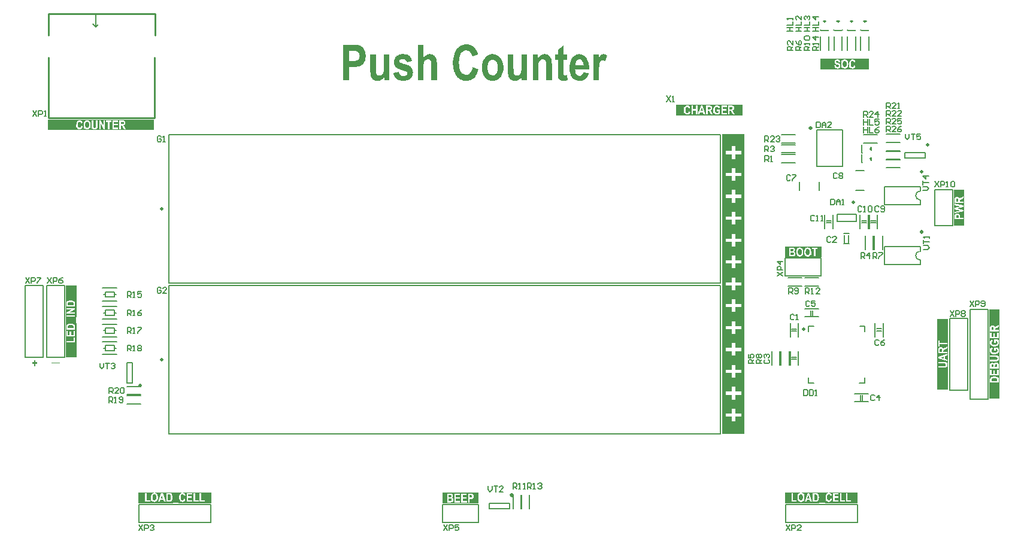
<source format=gto>
G04*
G04 #@! TF.GenerationSoftware,Altium Limited,Altium Designer,21.6.1 (37)*
G04*
G04 Layer_Color=16777215*
%FSLAX44Y44*%
%MOMM*%
G71*
G04*
G04 #@! TF.SameCoordinates,FD64CF10-ECA6-46B9-A7EF-D48B42129E36*
G04*
G04*
G04 #@! TF.FilePolarity,Positive*
G04*
G01*
G75*
%ADD10C,0.1500*%
%ADD11C,0.1270*%
%ADD12C,0.2540*%
%ADD13C,0.5000*%
G36*
X1205000Y665501D02*
X1136375D01*
Y680499D01*
X1205000D01*
Y665501D01*
D02*
G37*
G36*
X636334Y700831D02*
X636834D01*
X637390Y700720D01*
X638112Y700664D01*
X638890Y700497D01*
X639723Y700275D01*
X640612Y700053D01*
X641501Y699720D01*
X642501Y699331D01*
X643445Y698886D01*
X644445Y698331D01*
X645389Y697720D01*
X646333Y696998D01*
X647222Y696164D01*
X647278Y696109D01*
X647389Y695998D01*
X647556Y695831D01*
X647778Y695553D01*
X648055Y695165D01*
X648333Y694776D01*
X648722Y694220D01*
X649111Y693665D01*
X649500Y692998D01*
X649889Y692276D01*
X650277Y691443D01*
X650666Y690554D01*
X651111Y689554D01*
X651444Y688554D01*
X651777Y687388D01*
X652111Y686221D01*
X643889Y683832D01*
Y683888D01*
X643834Y683999D01*
X643778Y684221D01*
X643723Y684499D01*
X643612Y684832D01*
X643501Y685221D01*
X643167Y686110D01*
X642778Y687110D01*
X642223Y688165D01*
X641556Y689165D01*
X640723Y690054D01*
X640612Y690165D01*
X640334Y690387D01*
X639834Y690721D01*
X639168Y691165D01*
X638334Y691554D01*
X637445Y691887D01*
X636390Y692109D01*
X635224Y692221D01*
X634779D01*
X634446Y692165D01*
X634057Y692109D01*
X633613Y691998D01*
X632613Y691721D01*
X632002Y691498D01*
X631391Y691221D01*
X630780Y690943D01*
X630168Y690554D01*
X629557Y690054D01*
X628946Y689554D01*
X628335Y688943D01*
X627780Y688221D01*
X627724Y688165D01*
X627669Y688054D01*
X627502Y687776D01*
X627336Y687443D01*
X627113Y687054D01*
X626891Y686499D01*
X626613Y685832D01*
X626391Y685110D01*
X626113Y684277D01*
X625836Y683277D01*
X625613Y682222D01*
X625391Y681055D01*
X625225Y679777D01*
X625058Y678333D01*
X625002Y676833D01*
X624947Y675167D01*
Y675056D01*
Y674778D01*
Y674278D01*
X625002Y673611D01*
X625058Y672834D01*
X625113Y671945D01*
X625169Y671000D01*
X625280Y669945D01*
X625613Y667723D01*
X626113Y665501D01*
X626447Y664446D01*
X626836Y663446D01*
X627224Y662557D01*
X627724Y661724D01*
X627780Y661668D01*
X627835Y661557D01*
X628002Y661335D01*
X628224Y661113D01*
X628502Y660835D01*
X628835Y660501D01*
X629224Y660113D01*
X629669Y659779D01*
X630724Y659002D01*
X631946Y658391D01*
X632668Y658168D01*
X633390Y657946D01*
X634168Y657835D01*
X635001Y657780D01*
X635335D01*
X635557Y657835D01*
X636168Y657891D01*
X636946Y658113D01*
X637834Y658391D01*
X638779Y658835D01*
X639723Y659446D01*
X640167Y659835D01*
X640612Y660279D01*
X640667Y660335D01*
X640723Y660390D01*
X640834Y660557D01*
X641001Y660779D01*
X641223Y661057D01*
X641445Y661390D01*
X641667Y661779D01*
X641945Y662279D01*
X642223Y662779D01*
X642501Y663390D01*
X642834Y664057D01*
X643112Y664779D01*
X643389Y665557D01*
X643667Y666445D01*
X643889Y667390D01*
X644111Y668390D01*
X652166Y665279D01*
Y665168D01*
X652055Y664890D01*
X651944Y664501D01*
X651777Y663890D01*
X651611Y663223D01*
X651333Y662390D01*
X651055Y661501D01*
X650666Y660557D01*
X649833Y658557D01*
X648722Y656502D01*
X648111Y655558D01*
X647445Y654613D01*
X646667Y653724D01*
X645889Y652947D01*
X645834Y652891D01*
X645667Y652780D01*
X645445Y652614D01*
X645111Y652336D01*
X644667Y652058D01*
X644167Y651725D01*
X643556Y651391D01*
X642889Y651058D01*
X642167Y650669D01*
X641334Y650336D01*
X640445Y650003D01*
X639501Y649725D01*
X638501Y649447D01*
X637390Y649280D01*
X636279Y649169D01*
X635112Y649114D01*
X634779D01*
X634335Y649169D01*
X633779Y649225D01*
X633113Y649280D01*
X632335Y649447D01*
X631446Y649614D01*
X630502Y649892D01*
X629502Y650225D01*
X628447Y650614D01*
X627336Y651114D01*
X626280Y651725D01*
X625169Y652447D01*
X624114Y653224D01*
X623058Y654169D01*
X622114Y655280D01*
X622058Y655391D01*
X621892Y655613D01*
X621614Y656002D01*
X621225Y656557D01*
X620781Y657280D01*
X620281Y658168D01*
X619781Y659168D01*
X619281Y660335D01*
X618725Y661668D01*
X618225Y663112D01*
X617725Y664723D01*
X617281Y666390D01*
X616948Y668279D01*
X616614Y670223D01*
X616448Y672334D01*
X616392Y674556D01*
Y674611D01*
Y674722D01*
Y674889D01*
Y675111D01*
Y675444D01*
X616448Y675778D01*
X616503Y676666D01*
X616559Y677722D01*
X616726Y679000D01*
X616892Y680333D01*
X617114Y681833D01*
X617448Y683444D01*
X617781Y685054D01*
X618281Y686721D01*
X618836Y688388D01*
X619503Y690054D01*
X620281Y691609D01*
X621169Y693165D01*
X622169Y694554D01*
X622225Y694609D01*
X622392Y694831D01*
X622669Y695165D01*
X623058Y695553D01*
X623614Y695998D01*
X624225Y696553D01*
X624891Y697109D01*
X625724Y697720D01*
X626669Y698331D01*
X627669Y698886D01*
X628780Y699442D01*
X630002Y699886D01*
X631279Y700331D01*
X632668Y700609D01*
X634113Y700831D01*
X635668Y700886D01*
X636001D01*
X636334Y700831D01*
D02*
G37*
G36*
X830203Y686943D02*
X830870Y686832D01*
X831703Y686610D01*
X832536Y686277D01*
X833481Y685832D01*
X834425Y685221D01*
X831925Y676833D01*
X831814Y676889D01*
X831592Y677111D01*
X831203Y677333D01*
X830759Y677666D01*
X830148Y677944D01*
X829537Y678222D01*
X828870Y678389D01*
X828204Y678444D01*
X827926D01*
X827648Y678389D01*
X827259Y678278D01*
X826815Y678166D01*
X826315Y677944D01*
X825815Y677611D01*
X825315Y677222D01*
X825259Y677167D01*
X825093Y677000D01*
X824871Y676667D01*
X824593Y676222D01*
X824315Y675611D01*
X823982Y674833D01*
X823704Y673889D01*
X823482Y672778D01*
Y672722D01*
Y672611D01*
X823426Y672445D01*
Y672167D01*
X823371Y671778D01*
X823315Y671334D01*
X823260Y670778D01*
Y670112D01*
X823204Y669389D01*
X823148Y668556D01*
X823093Y667612D01*
X823037Y666501D01*
Y665334D01*
X822982Y664057D01*
Y662668D01*
Y661113D01*
Y649947D01*
X815094D01*
Y686221D01*
X822426D01*
Y681111D01*
X822538Y681222D01*
X822593Y681388D01*
X822760Y681666D01*
X823093Y682277D01*
X823537Y682999D01*
X824037Y683832D01*
X824593Y684610D01*
X825204Y685277D01*
X825482Y685610D01*
X825759Y685832D01*
X825815Y685888D01*
X826037Y685999D01*
X826315Y686221D01*
X826759Y686443D01*
X827259Y686665D01*
X827870Y686888D01*
X828481Y686999D01*
X829203Y687054D01*
X829648D01*
X830203Y686943D01*
D02*
G37*
G36*
X747545Y686943D02*
X748323Y686832D01*
X749267Y686610D01*
X750212Y686277D01*
X751211Y685832D01*
X752100Y685221D01*
X752156D01*
X752211Y685166D01*
X752489Y684888D01*
X752878Y684499D01*
X753434Y683999D01*
X753933Y683333D01*
X754489Y682555D01*
X754989Y681610D01*
X755378Y680611D01*
Y680555D01*
X755433Y680499D01*
X755489Y680333D01*
X755544Y680111D01*
X755600Y679777D01*
X755656Y679444D01*
X755767Y679000D01*
X755878Y678555D01*
X755933Y678000D01*
X756044Y677389D01*
X756100Y676722D01*
X756155Y676000D01*
X756211Y675167D01*
X756267Y674333D01*
X756322Y673445D01*
Y672445D01*
Y649947D01*
X748434D01*
Y668445D01*
Y668501D01*
Y668667D01*
Y668945D01*
Y669334D01*
Y669778D01*
Y670278D01*
X748379Y671445D01*
X748323Y672667D01*
X748267Y673889D01*
X748212Y674500D01*
X748156Y675000D01*
X748045Y675444D01*
X747990Y675833D01*
Y675944D01*
X747878Y676167D01*
X747767Y676500D01*
X747601Y676889D01*
X747379Y677389D01*
X747101Y677833D01*
X746768Y678333D01*
X746323Y678722D01*
X746268Y678777D01*
X746101Y678888D01*
X745879Y679055D01*
X745545Y679222D01*
X745101Y679389D01*
X744657Y679555D01*
X744101Y679666D01*
X743546Y679722D01*
X743212D01*
X742823Y679666D01*
X742379Y679555D01*
X741824Y679389D01*
X741213Y679166D01*
X740602Y678833D01*
X739990Y678389D01*
X739935Y678333D01*
X739713Y678166D01*
X739435Y677889D01*
X739102Y677444D01*
X738713Y676944D01*
X738380Y676333D01*
X737991Y675667D01*
X737713Y674833D01*
Y674722D01*
X737657Y674611D01*
X737602Y674389D01*
X737546Y674111D01*
Y673778D01*
X737491Y673389D01*
X737435Y672945D01*
X737380Y672389D01*
X737324Y671778D01*
X737269Y671112D01*
X737213Y670334D01*
X737157Y669501D01*
Y668556D01*
X737102Y667501D01*
Y666390D01*
Y649947D01*
X729214D01*
Y686221D01*
X736546D01*
Y680944D01*
X736657Y680999D01*
X736713Y681166D01*
X736880Y681388D01*
X737269Y681944D01*
X737824Y682610D01*
X738435Y683333D01*
X739157Y684110D01*
X739990Y684832D01*
X740879Y685499D01*
X740935D01*
X740990Y685555D01*
X741324Y685721D01*
X741824Y685999D01*
X742490Y686277D01*
X743268Y686554D01*
X744212Y686832D01*
X745212Y686999D01*
X746323Y687054D01*
X746879D01*
X747545Y686943D01*
D02*
G37*
G36*
X546622Y686999D02*
X547122D01*
X547677Y686943D01*
X548344Y686888D01*
X549010Y686777D01*
X550455Y686499D01*
X551899Y686110D01*
X553343Y685555D01*
X553954Y685166D01*
X554565Y684777D01*
X554621D01*
X554676Y684666D01*
X554843Y684555D01*
X555065Y684332D01*
X555287Y684110D01*
X555621Y683777D01*
X555898Y683444D01*
X556232Y682999D01*
X556621Y682555D01*
X556954Y681999D01*
X557343Y681388D01*
X557676Y680722D01*
X558009Y679999D01*
X558343Y679222D01*
X558620Y678389D01*
X558898Y677444D01*
X551454Y675778D01*
Y675833D01*
X551399Y675944D01*
X551343Y676167D01*
X551232Y676444D01*
X550899Y677167D01*
X550399Y678000D01*
X550066Y678389D01*
X549621Y678777D01*
X549177Y679166D01*
X548677Y679500D01*
X548066Y679777D01*
X547399Y679999D01*
X546677Y680111D01*
X545844Y680166D01*
X545400D01*
X544844Y680111D01*
X544233Y680055D01*
X543566Y679944D01*
X542900Y679777D01*
X542289Y679555D01*
X541733Y679277D01*
X541678Y679222D01*
X541567Y679111D01*
X541344Y678944D01*
X541122Y678722D01*
X540900Y678389D01*
X540678Y678055D01*
X540567Y677611D01*
X540511Y677167D01*
Y677111D01*
Y676944D01*
X540567Y676722D01*
X540678Y676444D01*
X540789Y676167D01*
X540956Y675833D01*
X541233Y675500D01*
X541622Y675167D01*
X541678Y675111D01*
X541900Y675000D01*
X542066Y674945D01*
X542289Y674833D01*
X542566Y674722D01*
X542900Y674556D01*
X543344Y674389D01*
X543844Y674222D01*
X544400Y674000D01*
X545066Y673778D01*
X545788Y673556D01*
X546622Y673278D01*
X547566Y673000D01*
X548621Y672722D01*
X548677D01*
X548899Y672667D01*
X549232Y672556D01*
X549677Y672389D01*
X550232Y672223D01*
X550843Y672000D01*
X551510Y671778D01*
X552177Y671500D01*
X553676Y670834D01*
X555176Y670056D01*
X555843Y669612D01*
X556510Y669167D01*
X557065Y668723D01*
X557565Y668223D01*
X557621Y668167D01*
X557676Y668112D01*
X557787Y667945D01*
X557954Y667723D01*
X558120Y667501D01*
X558287Y667168D01*
X558731Y666390D01*
X559176Y665390D01*
X559509Y664168D01*
X559787Y662779D01*
X559898Y661224D01*
Y661168D01*
Y661002D01*
Y660724D01*
X559842Y660335D01*
X559787Y659891D01*
X559731Y659390D01*
X559620Y658780D01*
X559454Y658168D01*
X559009Y656780D01*
X558731Y656058D01*
X558398Y655335D01*
X557954Y654613D01*
X557454Y653891D01*
X556898Y653169D01*
X556287Y652502D01*
X556232Y652447D01*
X556121Y652336D01*
X555898Y652169D01*
X555621Y652002D01*
X555232Y651725D01*
X554787Y651447D01*
X554287Y651114D01*
X553676Y650836D01*
X553010Y650503D01*
X552288Y650169D01*
X551454Y649892D01*
X550566Y649669D01*
X549621Y649447D01*
X548566Y649280D01*
X547510Y649169D01*
X546344Y649114D01*
X545788D01*
X545400Y649169D01*
X544900Y649225D01*
X544344Y649280D01*
X543677Y649336D01*
X543011Y649447D01*
X541511Y649780D01*
X539900Y650336D01*
X539122Y650614D01*
X538345Y651003D01*
X537622Y651447D01*
X536900Y651947D01*
X536845Y652002D01*
X536734Y652058D01*
X536567Y652225D01*
X536289Y652502D01*
X536012Y652780D01*
X535678Y653113D01*
X535345Y653558D01*
X534956Y654058D01*
X534512Y654613D01*
X534123Y655224D01*
X533734Y655891D01*
X533345Y656669D01*
X532956Y657446D01*
X532623Y658335D01*
X532345Y659279D01*
X532123Y660279D01*
X540011Y661779D01*
Y661724D01*
X540067Y661557D01*
X540122Y661279D01*
X540233Y660890D01*
X540400Y660446D01*
X540622Y659946D01*
X540844Y659446D01*
X541178Y658946D01*
X541567Y658391D01*
X542011Y657891D01*
X542511Y657391D01*
X543066Y656946D01*
X543733Y656613D01*
X544511Y656280D01*
X545344Y656113D01*
X546288Y656058D01*
X546733D01*
X547233Y656113D01*
X547899Y656169D01*
X548566Y656335D01*
X549288Y656502D01*
X549955Y656780D01*
X550510Y657113D01*
X550566Y657169D01*
X550732Y657335D01*
X550955Y657557D01*
X551232Y657891D01*
X551510Y658279D01*
X551732Y658780D01*
X551899Y659335D01*
X551954Y659946D01*
Y660002D01*
Y660168D01*
X551899Y660390D01*
Y660668D01*
X551677Y661279D01*
X551566Y661557D01*
X551343Y661835D01*
X551288Y661890D01*
X551232Y661946D01*
X551010Y662113D01*
X550788Y662279D01*
X550455Y662446D01*
X550010Y662668D01*
X549455Y662890D01*
X548788Y663057D01*
X548677Y663112D01*
X548344Y663168D01*
X547899Y663335D01*
X547233Y663501D01*
X546455Y663723D01*
X545566Y664001D01*
X544622Y664279D01*
X543622Y664612D01*
X541511Y665390D01*
X540456Y665779D01*
X539511Y666223D01*
X538567Y666612D01*
X537734Y667056D01*
X537011Y667501D01*
X536456Y667945D01*
X536400Y668001D01*
X536289Y668056D01*
X536178Y668223D01*
X535956Y668501D01*
X535678Y668778D01*
X535401Y669112D01*
X535123Y669556D01*
X534845Y670001D01*
X534512Y670556D01*
X534234Y671167D01*
X533956Y671834D01*
X533679Y672500D01*
X533456Y673278D01*
X533345Y674111D01*
X533234Y674945D01*
X533179Y675889D01*
Y675944D01*
Y676111D01*
Y676389D01*
X533234Y676722D01*
X533290Y677167D01*
X533345Y677666D01*
X533456Y678222D01*
X533567Y678777D01*
X533956Y680111D01*
X534234Y680777D01*
X534512Y681444D01*
X534901Y682110D01*
X535289Y682777D01*
X535789Y683388D01*
X536345Y683999D01*
X536400Y684055D01*
X536512Y684110D01*
X536678Y684277D01*
X536956Y684499D01*
X537289Y684721D01*
X537678Y684943D01*
X538178Y685221D01*
X538733Y685555D01*
X539345Y685832D01*
X540067Y686110D01*
X540789Y686332D01*
X541622Y686554D01*
X542566Y686777D01*
X543511Y686943D01*
X544566Y686999D01*
X545677Y687054D01*
X546233D01*
X546622Y686999D01*
D02*
G37*
G36*
X721215Y649947D02*
X713882D01*
Y655280D01*
X713827Y655224D01*
X713715Y655058D01*
X713604Y654836D01*
X713215Y654335D01*
X712716Y653669D01*
X712104Y652891D01*
X711327Y652169D01*
X710493Y651391D01*
X709549Y650725D01*
X709494D01*
X709438Y650669D01*
X709105Y650503D01*
X708549Y650225D01*
X707883Y649947D01*
X707049Y649614D01*
X706105Y649392D01*
X705050Y649169D01*
X703994Y649114D01*
X703494D01*
X702939Y649169D01*
X702217Y649280D01*
X701439Y649503D01*
X700550Y649725D01*
X699606Y650114D01*
X698717Y650614D01*
X698606Y650669D01*
X698328Y650891D01*
X697939Y651280D01*
X697439Y651725D01*
X696884Y652391D01*
X696328Y653113D01*
X695773Y654002D01*
X695273Y655002D01*
Y655058D01*
X695217Y655113D01*
X695162Y655280D01*
X695106Y655558D01*
X694995Y655835D01*
X694940Y656169D01*
X694828Y656613D01*
X694717Y657113D01*
X694606Y657669D01*
X694495Y658280D01*
X694440Y658946D01*
X694329Y659668D01*
X694273Y660446D01*
X694217Y661335D01*
X694162Y662224D01*
Y663223D01*
Y686221D01*
X702050D01*
Y669556D01*
Y669501D01*
Y669223D01*
Y668890D01*
Y668390D01*
Y667834D01*
Y667168D01*
X702105Y666501D01*
Y665723D01*
Y664168D01*
X702217Y662668D01*
Y662001D01*
X702272Y661390D01*
X702328Y660890D01*
X702383Y660446D01*
Y660390D01*
X702439Y660113D01*
X702550Y659779D01*
X702717Y659391D01*
X702939Y658891D01*
X703161Y658391D01*
X703550Y657946D01*
X703939Y657502D01*
X703994Y657446D01*
X704161Y657335D01*
X704439Y657169D01*
X704772Y657002D01*
X705216Y656780D01*
X705772Y656613D01*
X706327Y656502D01*
X706938Y656446D01*
X707272D01*
X707661Y656502D01*
X708105Y656613D01*
X708660Y656780D01*
X709271Y657002D01*
X709938Y657335D01*
X710549Y657780D01*
X710605Y657835D01*
X710827Y658057D01*
X711105Y658335D01*
X711438Y658724D01*
X711827Y659279D01*
X712216Y659891D01*
X712493Y660557D01*
X712771Y661335D01*
Y661390D01*
Y661446D01*
X712827Y661612D01*
X712882Y661779D01*
Y662057D01*
X712938Y662390D01*
X712993Y662835D01*
X713049Y663335D01*
X713104Y663946D01*
X713160Y664612D01*
X713215Y665390D01*
Y666279D01*
X713271Y667279D01*
X713327Y668334D01*
Y669556D01*
Y670889D01*
Y686221D01*
X721215D01*
Y649947D01*
D02*
G37*
G36*
X526735Y649947D02*
X519402D01*
Y655280D01*
X519347Y655224D01*
X519236Y655058D01*
X519124Y654835D01*
X518736Y654335D01*
X518236Y653669D01*
X517625Y652891D01*
X516847Y652169D01*
X516014Y651391D01*
X515069Y650725D01*
X515014D01*
X514958Y650669D01*
X514625Y650502D01*
X514069Y650225D01*
X513403Y649947D01*
X512570Y649614D01*
X511625Y649391D01*
X510570Y649169D01*
X509514Y649114D01*
X509014D01*
X508459Y649169D01*
X507737Y649280D01*
X506959Y649503D01*
X506070Y649725D01*
X505126Y650114D01*
X504237Y650614D01*
X504126Y650669D01*
X503848Y650891D01*
X503459Y651280D01*
X502960Y651725D01*
X502404Y652391D01*
X501848Y653113D01*
X501293Y654002D01*
X500793Y655002D01*
Y655058D01*
X500737Y655113D01*
X500682Y655280D01*
X500626Y655558D01*
X500515Y655835D01*
X500460Y656169D01*
X500349Y656613D01*
X500238Y657113D01*
X500126Y657669D01*
X500015Y658279D01*
X499960Y658946D01*
X499849Y659668D01*
X499793Y660446D01*
X499738Y661335D01*
X499682Y662224D01*
Y663223D01*
Y686221D01*
X507570D01*
Y669556D01*
Y669501D01*
Y669223D01*
Y668889D01*
Y668390D01*
Y667834D01*
Y667168D01*
X507626Y666501D01*
Y665723D01*
Y664168D01*
X507737Y662668D01*
Y662001D01*
X507792Y661390D01*
X507848Y660890D01*
X507903Y660446D01*
Y660390D01*
X507959Y660113D01*
X508070Y659779D01*
X508237Y659390D01*
X508459Y658891D01*
X508681Y658391D01*
X509070Y657946D01*
X509459Y657502D01*
X509514Y657446D01*
X509681Y657335D01*
X509959Y657169D01*
X510292Y657002D01*
X510736Y656780D01*
X511292Y656613D01*
X511847Y656502D01*
X512458Y656446D01*
X512792D01*
X513181Y656502D01*
X513625Y656613D01*
X514180Y656780D01*
X514792Y657002D01*
X515458Y657335D01*
X516069Y657780D01*
X516125Y657835D01*
X516347Y658057D01*
X516625Y658335D01*
X516958Y658724D01*
X517347Y659279D01*
X517736Y659891D01*
X518013Y660557D01*
X518291Y661335D01*
Y661390D01*
Y661446D01*
X518347Y661612D01*
X518402Y661779D01*
Y662057D01*
X518458Y662390D01*
X518513Y662835D01*
X518569Y663335D01*
X518624Y663946D01*
X518680Y664612D01*
X518736Y665390D01*
Y666279D01*
X518791Y667279D01*
X518847Y668334D01*
Y669556D01*
Y670889D01*
Y686221D01*
X526735D01*
Y649947D01*
D02*
G37*
G36*
X574674Y681666D02*
X574785Y681721D01*
X575008Y682055D01*
X575396Y682555D01*
X575896Y683166D01*
X576507Y683777D01*
X577174Y684499D01*
X577952Y685110D01*
X578785Y685666D01*
X578896Y685721D01*
X579174Y685888D01*
X579674Y686110D01*
X580285Y686388D01*
X581007Y686610D01*
X581840Y686832D01*
X582729Y686999D01*
X583729Y687054D01*
X584340D01*
X584618Y686999D01*
X585006Y686943D01*
X585784Y686832D01*
X586729Y686610D01*
X587729Y686277D01*
X588728Y685777D01*
X589673Y685166D01*
X589728D01*
X589784Y685054D01*
X590062Y684832D01*
X590506Y684388D01*
X591006Y683777D01*
X591561Y683055D01*
X592117Y682110D01*
X592672Y681055D01*
X593117Y679833D01*
Y679777D01*
X593172Y679722D01*
Y679555D01*
X593228Y679333D01*
X593283Y679055D01*
X593339Y678722D01*
X593450Y678278D01*
X593506Y677777D01*
X593561Y677222D01*
X593672Y676611D01*
X593728Y675889D01*
X593783Y675111D01*
X593839Y674278D01*
Y673334D01*
X593895Y672334D01*
Y671223D01*
Y649947D01*
X586006D01*
Y669112D01*
Y669167D01*
Y669389D01*
Y669723D01*
Y670167D01*
Y670723D01*
X585951Y671334D01*
X585895Y672667D01*
X585784Y674056D01*
X585618Y675444D01*
X585507Y676056D01*
X585395Y676611D01*
X585284Y677055D01*
X585118Y677444D01*
X585062Y677555D01*
X584895Y677777D01*
X584618Y678166D01*
X584173Y678611D01*
X583618Y679000D01*
X582896Y679389D01*
X582062Y679611D01*
X581063Y679722D01*
X580785D01*
X580563Y679666D01*
X580007Y679611D01*
X579340Y679444D01*
X578563Y679111D01*
X577785Y678666D01*
X577007Y678111D01*
X576674Y677722D01*
X576341Y677278D01*
X576285Y677167D01*
X576174Y677000D01*
X576063Y676778D01*
X575952Y676500D01*
X575841Y676167D01*
X575674Y675722D01*
X575508Y675222D01*
X575341Y674611D01*
X575230Y673945D01*
X575063Y673222D01*
X574952Y672389D01*
X574841Y671445D01*
X574730Y670445D01*
X574674Y669334D01*
Y668112D01*
Y649947D01*
X566786D01*
Y700053D01*
X574674D01*
Y681666D01*
D02*
G37*
G36*
X477407Y699997D02*
X478129D01*
X478906Y699942D01*
X480573Y699886D01*
X482128Y699775D01*
X482906Y699664D01*
X483573Y699553D01*
X484128Y699442D01*
X484628Y699331D01*
X484684D01*
X484795Y699275D01*
X484961Y699220D01*
X485239Y699109D01*
X485572Y698942D01*
X485906Y698775D01*
X486739Y698275D01*
X487739Y697609D01*
X488739Y696720D01*
X489239Y696220D01*
X489739Y695665D01*
X490239Y694998D01*
X490683Y694331D01*
X490738Y694276D01*
X490794Y694165D01*
X490905Y693942D01*
X491072Y693665D01*
X491239Y693276D01*
X491461Y692831D01*
X491683Y692276D01*
X491905Y691721D01*
X492127Y690998D01*
X492294Y690276D01*
X492516Y689499D01*
X492683Y688610D01*
X492849Y687665D01*
X492961Y686721D01*
X493072Y685666D01*
Y684555D01*
Y684499D01*
Y684332D01*
Y684055D01*
X493016Y683666D01*
Y683166D01*
X492961Y682666D01*
X492905Y682055D01*
X492794Y681388D01*
X492572Y679944D01*
X492183Y678444D01*
X491683Y676889D01*
X491016Y675444D01*
Y675389D01*
X490905Y675278D01*
X490794Y675111D01*
X490627Y674833D01*
X490183Y674222D01*
X489627Y673445D01*
X488850Y672556D01*
X487961Y671723D01*
X486961Y670945D01*
X485850Y670278D01*
X485795D01*
X485684Y670223D01*
X485517Y670167D01*
X485239Y670056D01*
X484906Y669945D01*
X484461Y669834D01*
X483961Y669667D01*
X483406Y669556D01*
X482684Y669445D01*
X481906Y669278D01*
X481073Y669167D01*
X480073Y669056D01*
X479017Y668945D01*
X477851Y668889D01*
X476629Y668834D01*
X469852D01*
Y649947D01*
X461575D01*
Y700053D01*
X476684D01*
X477407Y699997D01*
D02*
G37*
G36*
X795429Y686999D02*
X795874D01*
X796429Y686888D01*
X797040Y686832D01*
X797707Y686665D01*
X798484Y686443D01*
X799262Y686221D01*
X800095Y685888D01*
X800873Y685499D01*
X801706Y685055D01*
X802540Y684499D01*
X803373Y683888D01*
X804095Y683166D01*
X804817Y682333D01*
X804873Y682277D01*
X804984Y682055D01*
X805206Y681777D01*
X805484Y681333D01*
X805761Y680777D01*
X806150Y680055D01*
X806539Y679277D01*
X806928Y678333D01*
X807317Y677278D01*
X807650Y676056D01*
X808039Y674778D01*
X808317Y673334D01*
X808595Y671778D01*
X808817Y670112D01*
X808928Y668334D01*
X808983Y666390D01*
Y665334D01*
X789263Y665334D01*
Y665279D01*
Y665168D01*
Y664946D01*
X789319Y664612D01*
Y664279D01*
X789374Y663835D01*
X789541Y662890D01*
X789763Y661779D01*
X790096Y660668D01*
X790541Y659613D01*
X791152Y658613D01*
X791263Y658502D01*
X791485Y658224D01*
X791874Y657891D01*
X792430Y657446D01*
X793096Y657002D01*
X793874Y656669D01*
X794707Y656391D01*
X795651Y656280D01*
X795818D01*
X796040Y656335D01*
X796262Y656391D01*
X796929Y656557D01*
X797318Y656724D01*
X797707Y656946D01*
X798151Y657224D01*
X798596Y657557D01*
X799040Y658002D01*
X799429Y658502D01*
X799818Y659057D01*
X800151Y659779D01*
X800484Y660557D01*
X800762Y661501D01*
X808595Y659891D01*
Y659835D01*
X808539Y659668D01*
X808428Y659391D01*
X808317Y659002D01*
X808094Y658557D01*
X807928Y658002D01*
X807650Y657446D01*
X807372Y656835D01*
X806706Y655502D01*
X805817Y654113D01*
X804817Y652836D01*
X804262Y652280D01*
X803651Y651725D01*
X803595D01*
X803484Y651614D01*
X803317Y651503D01*
X803039Y651336D01*
X802762Y651114D01*
X802373Y650891D01*
X801928Y650669D01*
X801429Y650447D01*
X800873Y650169D01*
X800262Y649947D01*
X798873Y649503D01*
X797318Y649225D01*
X796485Y649169D01*
X795596Y649114D01*
X795318D01*
X794985Y649169D01*
X794485D01*
X793929Y649225D01*
X793318Y649336D01*
X792596Y649503D01*
X791874Y649669D01*
X791041Y649892D01*
X790208Y650169D01*
X789374Y650558D01*
X788541Y650947D01*
X787708Y651447D01*
X786874Y652058D01*
X786152Y652725D01*
X785430Y653502D01*
X785375Y653558D01*
X785264Y653725D01*
X785041Y654058D01*
X784764Y654447D01*
X784430Y654947D01*
X784097Y655613D01*
X783708Y656335D01*
X783319Y657224D01*
X782931Y658168D01*
X782542Y659224D01*
X782208Y660446D01*
X781875Y661724D01*
X781597Y663112D01*
X781375Y664557D01*
X781264Y666168D01*
X781208Y667834D01*
Y667945D01*
Y668223D01*
X781264Y668723D01*
Y669334D01*
X781320Y670112D01*
X781431Y671001D01*
X781542Y672000D01*
X781764Y673056D01*
X781986Y674222D01*
X782264Y675389D01*
X782597Y676611D01*
X782986Y677833D01*
X783486Y679000D01*
X784042Y680222D01*
X784708Y681333D01*
X785430Y682388D01*
X785486Y682444D01*
X785597Y682610D01*
X785819Y682833D01*
X786097Y683110D01*
X786430Y683499D01*
X786874Y683888D01*
X787430Y684277D01*
X787986Y684721D01*
X788652Y685166D01*
X789319Y685555D01*
X790096Y685999D01*
X790930Y686332D01*
X791818Y686610D01*
X792763Y686832D01*
X793763Y686999D01*
X794818Y687054D01*
X795096D01*
X795429Y686999D01*
D02*
G37*
G36*
X772654Y686221D02*
X778042D01*
Y678555D01*
X772654D01*
Y663890D01*
Y663835D01*
Y663668D01*
Y663446D01*
Y663168D01*
Y662779D01*
Y662335D01*
X772709Y661446D01*
Y660501D01*
X772765Y659557D01*
Y659168D01*
X772820Y658835D01*
Y658557D01*
X772876Y658391D01*
Y658335D01*
X772987Y658168D01*
X773098Y657946D01*
X773320Y657724D01*
X773598Y657502D01*
X773931Y657280D01*
X774320Y657113D01*
X774820Y657057D01*
X775042D01*
X775265Y657113D01*
X775653Y657169D01*
X776098Y657280D01*
X776653Y657446D01*
X777264Y657669D01*
X777987Y657946D01*
X778709Y650503D01*
X778653D01*
X778598Y650447D01*
X778431Y650391D01*
X778209Y650280D01*
X777653Y650058D01*
X776876Y649836D01*
X775987Y649558D01*
X774931Y649336D01*
X773765Y649169D01*
X772487Y649114D01*
X771987D01*
X771432Y649169D01*
X770765Y649280D01*
X769987Y649447D01*
X769210Y649725D01*
X768376Y650058D01*
X767654Y650503D01*
X767599Y650558D01*
X767376Y650780D01*
X767043Y651114D01*
X766654Y651558D01*
X766265Y652169D01*
X765877Y652891D01*
X765488Y653725D01*
X765210Y654669D01*
Y654780D01*
X765154Y654891D01*
Y655058D01*
X765099Y655335D01*
Y655613D01*
X765043Y655947D01*
X764988Y656391D01*
X764932Y656891D01*
Y657502D01*
X764877Y658168D01*
X764821Y658891D01*
Y659724D01*
X764766Y660613D01*
Y661612D01*
Y662723D01*
Y678555D01*
X761155D01*
Y686221D01*
X764766D01*
Y693387D01*
X772654Y699053D01*
Y686221D01*
D02*
G37*
G36*
X673331Y686999D02*
X673831Y686943D01*
X674442Y686888D01*
X675164Y686777D01*
X675941Y686554D01*
X676775Y686332D01*
X677664Y686055D01*
X678552Y685666D01*
X679497Y685221D01*
X680441Y684666D01*
X681385Y683999D01*
X682274Y683277D01*
X683163Y682388D01*
X683941Y681388D01*
X683996Y681333D01*
X684107Y681111D01*
X684330Y680833D01*
X684607Y680388D01*
X684885Y679833D01*
X685218Y679222D01*
X685607Y678500D01*
X685996Y677666D01*
X686385Y676722D01*
X686774Y675722D01*
X687107Y674667D01*
X687385Y673500D01*
X687663Y672278D01*
X687885Y671001D01*
X687996Y669667D01*
X688051Y668279D01*
Y668223D01*
Y668056D01*
Y667723D01*
X687996Y667334D01*
Y666834D01*
X687940Y666279D01*
X687885Y665612D01*
X687774Y664890D01*
X687551Y663335D01*
X687163Y661612D01*
X686607Y659835D01*
X685885Y658113D01*
Y658057D01*
X685774Y657891D01*
X685663Y657669D01*
X685496Y657391D01*
X685274Y657002D01*
X685052Y656557D01*
X684385Y655558D01*
X683607Y654502D01*
X682607Y653336D01*
X681497Y652280D01*
X680274Y651336D01*
X680219D01*
X680108Y651225D01*
X679941Y651114D01*
X679663Y651003D01*
X679330Y650836D01*
X678941Y650614D01*
X678552Y650447D01*
X678052Y650225D01*
X676886Y649836D01*
X675608Y649447D01*
X674164Y649225D01*
X672664Y649114D01*
X672386D01*
X672053Y649169D01*
X671553D01*
X670998Y649280D01*
X670331Y649392D01*
X669609Y649558D01*
X668831Y649725D01*
X667942Y650003D01*
X667054Y650336D01*
X666165Y650780D01*
X665220Y651225D01*
X664332Y651836D01*
X663387Y652502D01*
X662498Y653280D01*
X661665Y654169D01*
X661610Y654224D01*
X661499Y654391D01*
X661276Y654724D01*
X660999Y655113D01*
X660665Y655613D01*
X660276Y656280D01*
X659888Y657002D01*
X659499Y657891D01*
X659110Y658835D01*
X658721Y659891D01*
X658332Y661113D01*
X657999Y662390D01*
X657721Y663779D01*
X657499Y665279D01*
X657388Y666834D01*
X657332Y668556D01*
Y668612D01*
Y668778D01*
Y669056D01*
X657388Y669445D01*
Y669945D01*
X657443Y670500D01*
X657499Y671112D01*
X657610Y671778D01*
X657832Y673278D01*
X658221Y674889D01*
X658721Y676611D01*
X659443Y678278D01*
Y678333D01*
X659554Y678500D01*
X659666Y678722D01*
X659832Y679000D01*
X660054Y679389D01*
X660276Y679777D01*
X660943Y680722D01*
X661721Y681833D01*
X662665Y682888D01*
X663721Y683944D01*
X664943Y684832D01*
X664998D01*
X665109Y684943D01*
X665276Y685055D01*
X665554Y685166D01*
X665887Y685332D01*
X666276Y685555D01*
X666720Y685721D01*
X667220Y685943D01*
X668331Y686332D01*
X669664Y686721D01*
X671109Y686943D01*
X672664Y687054D01*
X672997D01*
X673331Y686999D01*
D02*
G37*
G36*
X25894Y250926D02*
X28585D01*
Y248680D01*
X25894D01*
Y245434D01*
X24106D01*
Y248680D01*
X21415D01*
Y250926D01*
X24106D01*
Y254171D01*
X25894D01*
Y250926D01*
D02*
G37*
G36*
X194000Y594499D02*
Y579501D01*
X44000D01*
Y594499D01*
X194000D01*
D02*
G37*
G36*
X84499Y258000D02*
X69501D01*
Y359374D01*
X84499D01*
Y258000D01*
D02*
G37*
G36*
X1028750Y150000D02*
X997250D01*
Y574000D01*
X1028750D01*
Y150000D01*
D02*
G37*
G36*
X1316499Y212500D02*
X1301500D01*
Y312500D01*
X1316499D01*
Y212500D01*
D02*
G37*
G36*
X1026000Y600501D02*
X932000D01*
Y615499D01*
X1026000D01*
Y600501D01*
D02*
G37*
G36*
X1339499Y444000D02*
X1324501D01*
Y495250D01*
X1339499D01*
Y444000D01*
D02*
G37*
G36*
X1137750Y399501D02*
X1086250D01*
Y414499D01*
X1137750D01*
Y399501D01*
D02*
G37*
G36*
X274687Y51501D02*
X172000D01*
Y66499D01*
X274687D01*
Y51501D01*
D02*
G37*
G36*
X1389499Y200000D02*
X1374500D01*
Y326000D01*
X1389499D01*
Y200000D01*
D02*
G37*
G36*
X1188687Y51501D02*
X1086000D01*
Y66499D01*
X1188687D01*
Y51501D01*
D02*
G37*
G36*
X652625D02*
X601375D01*
Y66499D01*
X652625D01*
Y51501D01*
D02*
G37*
G36*
X61144Y249355D02*
X48856D01*
Y250667D01*
X61144D01*
Y249355D01*
D02*
G37*
%LPC*%
G36*
X1164128Y679463D02*
X1159939D01*
X1159510Y679449D01*
X1159121Y679393D01*
X1158774Y679324D01*
X1158622Y679282D01*
X1158469Y679255D01*
X1158345Y679213D01*
X1158234Y679171D01*
X1158137Y679130D01*
X1158067Y679102D01*
X1157998Y679074D01*
X1157956Y679047D01*
X1157929Y679033D01*
X1157915D01*
X1157624Y678866D01*
X1157374Y678658D01*
X1157152Y678464D01*
X1156958Y678256D01*
X1156819Y678076D01*
X1156708Y677937D01*
X1156680Y677882D01*
X1156653Y677840D01*
X1156625Y677812D01*
Y677798D01*
X1156472Y677479D01*
X1156361Y677174D01*
X1156278Y676855D01*
X1156223Y676578D01*
X1156195Y676328D01*
X1156181Y676231D01*
Y676134D01*
X1156167Y676065D01*
Y676009D01*
Y675982D01*
Y675968D01*
X1156181Y675649D01*
X1156223Y675344D01*
X1156278Y675066D01*
X1156348Y674817D01*
X1156417Y674623D01*
X1156445Y674539D01*
X1156472Y674470D01*
X1156500Y674415D01*
X1156514Y674373D01*
X1156528Y674345D01*
Y674331D01*
X1156680Y674054D01*
X1156833Y673818D01*
X1156999Y673610D01*
X1157152Y673430D01*
X1157291Y673291D01*
X1157402Y673180D01*
X1157471Y673125D01*
X1157499Y673097D01*
X1157624Y673014D01*
X1157762Y672931D01*
X1158053Y672764D01*
X1158386Y672612D01*
X1158705Y672487D01*
X1158983Y672376D01*
X1159107Y672334D01*
X1159218Y672293D01*
X1159315Y672265D01*
X1159385Y672237D01*
X1159426Y672223D01*
X1159440D01*
X1159704Y672140D01*
X1159939Y672071D01*
X1160161Y672001D01*
X1160356Y671932D01*
X1160522Y671877D01*
X1160675Y671821D01*
X1160799Y671780D01*
X1160910Y671738D01*
X1161007Y671696D01*
X1161091Y671669D01*
X1161160Y671641D01*
X1161201Y671627D01*
X1161271Y671599D01*
X1161285Y671585D01*
X1161423Y671502D01*
X1161534Y671433D01*
X1161645Y671336D01*
X1161729Y671266D01*
X1161784Y671197D01*
X1161826Y671142D01*
X1161853Y671100D01*
X1161867Y671086D01*
X1161936Y670975D01*
X1161978Y670850D01*
X1162034Y670615D01*
X1162048Y670518D01*
X1162061Y670434D01*
Y670379D01*
Y670365D01*
X1162034Y670101D01*
X1161978Y669880D01*
X1161895Y669672D01*
X1161798Y669491D01*
X1161687Y669353D01*
X1161604Y669242D01*
X1161548Y669186D01*
X1161520Y669158D01*
X1161299Y668992D01*
X1161063Y668881D01*
X1160813Y668798D01*
X1160577Y668728D01*
X1160369Y668701D01*
X1160272Y668687D01*
X1160189D01*
X1160134Y668673D01*
X1160037D01*
X1159870Y668687D01*
X1159704Y668701D01*
X1159399Y668770D01*
X1159121Y668895D01*
X1158885Y669047D01*
X1158678Y669228D01*
X1158497Y669436D01*
X1158345Y669644D01*
X1158206Y669880D01*
X1158095Y670101D01*
X1158012Y670310D01*
X1157942Y670518D01*
X1157887Y670698D01*
X1157845Y670850D01*
X1157818Y670975D01*
X1157804Y671045D01*
Y671072D01*
X1155793Y670836D01*
X1155848Y670448D01*
X1155904Y670074D01*
X1155987Y669741D01*
X1156098Y669422D01*
X1156209Y669117D01*
X1156334Y668839D01*
X1156472Y668590D01*
X1156625Y668354D01*
X1156777Y668132D01*
X1156944Y667938D01*
X1157124Y667758D01*
X1157305Y667591D01*
X1157485Y667439D01*
X1157665Y667300D01*
X1157859Y667189D01*
X1158039Y667078D01*
X1158414Y666898D01*
X1158761Y666759D01*
X1159093Y666662D01*
X1159385Y666607D01*
X1159510Y666579D01*
X1159634Y666565D01*
X1159732Y666551D01*
X1159815D01*
X1159884Y666537D01*
X1155793D01*
X1159981D01*
X1160369Y666551D01*
X1160730Y666579D01*
X1161063Y666634D01*
X1161368Y666704D01*
X1161659Y666787D01*
X1161909Y666884D01*
X1162145Y666981D01*
X1162353Y667092D01*
X1162533Y667189D01*
X1162685Y667286D01*
X1162824Y667383D01*
X1162921Y667467D01*
X1163004Y667536D01*
X1163074Y667591D01*
X1163102Y667619D01*
X1163115Y667633D01*
X1163296Y667841D01*
X1163448Y668077D01*
X1163587Y668299D01*
X1163698Y668534D01*
X1163795Y668756D01*
X1163878Y668992D01*
X1163948Y669214D01*
X1164003Y669422D01*
X1164044Y669616D01*
X1164072Y669796D01*
X1164100Y669963D01*
X1164114Y670101D01*
X1164128Y670226D01*
Y670379D01*
X1164114Y670781D01*
X1164072Y671155D01*
X1164003Y671475D01*
X1163948Y671752D01*
X1163906Y671877D01*
X1163878Y671988D01*
X1163837Y672071D01*
X1163809Y672154D01*
X1163795Y672209D01*
X1163767Y672251D01*
X1163753Y672279D01*
Y672293D01*
X1163601Y672570D01*
X1163434Y672834D01*
X1163268Y673055D01*
X1163088Y673236D01*
X1162935Y673388D01*
X1162810Y673499D01*
X1162727Y673555D01*
X1162713Y673583D01*
X1162699D01*
X1162561Y673680D01*
X1162408Y673763D01*
X1162048Y673943D01*
X1161673Y674109D01*
X1161312Y674248D01*
X1161132Y674317D01*
X1160966Y674373D01*
X1160827Y674415D01*
X1160688Y674456D01*
X1160591Y674498D01*
X1160508Y674526D01*
X1160453Y674539D01*
X1160439D01*
X1160175Y674623D01*
X1159939Y674692D01*
X1159718Y674761D01*
X1159523Y674831D01*
X1159357Y674900D01*
X1159191Y674969D01*
X1159066Y675025D01*
X1158941Y675080D01*
X1158844Y675122D01*
X1158761Y675177D01*
X1158691Y675205D01*
X1158636Y675247D01*
X1158580Y675288D01*
X1158553Y675302D01*
X1158414Y675441D01*
X1158317Y675580D01*
X1158248Y675732D01*
X1158206Y675857D01*
X1158178Y675982D01*
X1158150Y676079D01*
Y676134D01*
Y676162D01*
X1158164Y676342D01*
X1158220Y676509D01*
X1158289Y676661D01*
X1158372Y676786D01*
X1158456Y676883D01*
X1158525Y676966D01*
X1158580Y677008D01*
X1158594Y677022D01*
X1158788Y677133D01*
X1158983Y677216D01*
X1159204Y677285D01*
X1159413Y677327D01*
X1159593Y677355D01*
X1159745Y677368D01*
X1159884D01*
X1160175Y677355D01*
X1160439Y677313D01*
X1160661Y677244D01*
X1160841Y677174D01*
X1160980Y677091D01*
X1161091Y677036D01*
X1161146Y676980D01*
X1161174Y676966D01*
X1161257Y676883D01*
X1161326Y676786D01*
X1161465Y676578D01*
X1161562Y676342D01*
X1161645Y676120D01*
X1161701Y675899D01*
X1161729Y675815D01*
X1161742Y675732D01*
X1161756Y675663D01*
X1161770Y675607D01*
Y675580D01*
Y675566D01*
X1163850Y675677D01*
X1163823Y676009D01*
X1163781Y676314D01*
X1163726Y676606D01*
X1163656Y676883D01*
X1163573Y677133D01*
X1163476Y677368D01*
X1163379Y677577D01*
X1163282Y677757D01*
X1163185Y677923D01*
X1163088Y678076D01*
X1163004Y678201D01*
X1162935Y678298D01*
X1162866Y678381D01*
X1162810Y678436D01*
X1162783Y678464D01*
X1162769Y678478D01*
X1162574Y678658D01*
X1162353Y678797D01*
X1162131Y678936D01*
X1161895Y679047D01*
X1161659Y679144D01*
X1161423Y679227D01*
X1161201Y679282D01*
X1160980Y679338D01*
X1160758Y679380D01*
X1160564Y679407D01*
X1160397Y679435D01*
X1160245Y679449D01*
X1160120Y679463D01*
X1164128D01*
D02*
G37*
G36*
X1181546D02*
X1176651D01*
Y666537D01*
D01*
Y672889D01*
X1176665Y672334D01*
X1176706Y671807D01*
X1176790Y671322D01*
X1176873Y670850D01*
X1176984Y670434D01*
X1177109Y670032D01*
X1177233Y669672D01*
X1177372Y669339D01*
X1177497Y669047D01*
X1177622Y668798D01*
X1177747Y668576D01*
X1177858Y668396D01*
X1177954Y668257D01*
X1178024Y668160D01*
X1178065Y668104D01*
X1178079Y668077D01*
X1178315Y667799D01*
X1178579Y667564D01*
X1178842Y667369D01*
X1179119Y667189D01*
X1179383Y667037D01*
X1179660Y666912D01*
X1179924Y666815D01*
X1180173Y666731D01*
X1180409Y666662D01*
X1180631Y666620D01*
X1180825Y666579D01*
X1180992Y666565D01*
X1181130Y666551D01*
X1181241Y666537D01*
X1176651D01*
X1185582D01*
X1181325D01*
X1181616Y666551D01*
X1181893Y666579D01*
X1182170Y666620D01*
X1182420Y666690D01*
X1182656Y666759D01*
X1182878Y666842D01*
X1183086Y666926D01*
X1183266Y667023D01*
X1183433Y667106D01*
X1183585Y667189D01*
X1183710Y667272D01*
X1183821Y667342D01*
X1183904Y667411D01*
X1183960Y667453D01*
X1184001Y667480D01*
X1184015Y667494D01*
X1184209Y667688D01*
X1184403Y667910D01*
X1184570Y668146D01*
X1184722Y668382D01*
X1185000Y668895D01*
X1185208Y669394D01*
X1185305Y669630D01*
X1185374Y669852D01*
X1185443Y670060D01*
X1185485Y670226D01*
X1185527Y670379D01*
X1185554Y670476D01*
X1185582Y670545D01*
Y670573D01*
X1183571Y671350D01*
X1183516Y671100D01*
X1183460Y670864D01*
X1183391Y670642D01*
X1183322Y670448D01*
X1183252Y670268D01*
X1183169Y670101D01*
X1183100Y669949D01*
X1183030Y669824D01*
X1182961Y669699D01*
X1182906Y669602D01*
X1182850Y669519D01*
X1182795Y669450D01*
X1182753Y669394D01*
X1182725Y669353D01*
X1182711Y669339D01*
X1182698Y669325D01*
X1182587Y669214D01*
X1182476Y669117D01*
X1182240Y668964D01*
X1182004Y668853D01*
X1181782Y668784D01*
X1181588Y668728D01*
X1181435Y668715D01*
X1181380Y668701D01*
X1181297D01*
X1181089Y668715D01*
X1180895Y668742D01*
X1180714Y668798D01*
X1180534Y668853D01*
X1180229Y669006D01*
X1179966Y669200D01*
X1179855Y669283D01*
X1179757Y669380D01*
X1179674Y669464D01*
X1179605Y669533D01*
X1179549Y669588D01*
X1179508Y669644D01*
X1179494Y669672D01*
X1179480Y669686D01*
X1179355Y669893D01*
X1179258Y670115D01*
X1179161Y670365D01*
X1179078Y670629D01*
X1178953Y671183D01*
X1178870Y671738D01*
X1178842Y672001D01*
X1178828Y672237D01*
X1178814Y672459D01*
X1178801Y672653D01*
X1178787Y672820D01*
Y672944D01*
Y673014D01*
Y673042D01*
X1178801Y673458D01*
X1178814Y673832D01*
X1178856Y674193D01*
X1178898Y674512D01*
X1178953Y674803D01*
X1179008Y675066D01*
X1179078Y675316D01*
X1179147Y675524D01*
X1179203Y675704D01*
X1179272Y675871D01*
X1179327Y676009D01*
X1179383Y676106D01*
X1179425Y676190D01*
X1179466Y676259D01*
X1179480Y676287D01*
X1179494Y676301D01*
X1179633Y676481D01*
X1179785Y676634D01*
X1179938Y676758D01*
X1180090Y676883D01*
X1180243Y676980D01*
X1180395Y677050D01*
X1180548Y677119D01*
X1180701Y677174D01*
X1180950Y677244D01*
X1181061Y677271D01*
X1181158Y677285D01*
X1181241Y677299D01*
X1181352D01*
X1181644Y677271D01*
X1181907Y677216D01*
X1182129Y677133D01*
X1182337Y677036D01*
X1182503Y676925D01*
X1182628Y676842D01*
X1182698Y676786D01*
X1182725Y676758D01*
X1182933Y676536D01*
X1183100Y676287D01*
X1183238Y676023D01*
X1183335Y675774D01*
X1183419Y675552D01*
X1183446Y675455D01*
X1183474Y675371D01*
X1183488Y675302D01*
X1183502Y675247D01*
X1183516Y675219D01*
Y675205D01*
X1185568Y675801D01*
X1185485Y676093D01*
X1185402Y676384D01*
X1185319Y676634D01*
X1185208Y676883D01*
X1185111Y677105D01*
X1185014Y677313D01*
X1184917Y677493D01*
X1184819Y677660D01*
X1184722Y677798D01*
X1184625Y677937D01*
X1184556Y678034D01*
X1184487Y678131D01*
X1184431Y678201D01*
X1184389Y678242D01*
X1184362Y678270D01*
X1184348Y678284D01*
X1184126Y678492D01*
X1183890Y678672D01*
X1183654Y678825D01*
X1183405Y678963D01*
X1183169Y679074D01*
X1182919Y679171D01*
X1182698Y679255D01*
X1182476Y679310D01*
X1182268Y679366D01*
X1182074Y679407D01*
X1181893Y679421D01*
X1181755Y679449D01*
X1181630D01*
X1181546Y679463D01*
D02*
G37*
G36*
X1170507D02*
X1170410D01*
X1170133Y679449D01*
X1169869Y679435D01*
X1169606Y679393D01*
X1169370Y679352D01*
X1169148Y679296D01*
X1168926Y679241D01*
X1168732Y679171D01*
X1168552Y679102D01*
X1168385Y679033D01*
X1168247Y678963D01*
X1168122Y678908D01*
X1168025Y678852D01*
X1167942Y678811D01*
X1167886Y678769D01*
X1167844Y678755D01*
X1167831Y678742D01*
X1167636Y678603D01*
X1167456Y678450D01*
X1167110Y678104D01*
X1166818Y677757D01*
X1166569Y677396D01*
X1166458Y677244D01*
X1166361Y677091D01*
X1166291Y676953D01*
X1166222Y676828D01*
X1166166Y676731D01*
X1166125Y676661D01*
X1166111Y676606D01*
X1166097Y676592D01*
X1165986Y676314D01*
X1165889Y676023D01*
X1165723Y675413D01*
X1165612Y674789D01*
X1165556Y674498D01*
X1165528Y674220D01*
X1165501Y673943D01*
X1165487Y673693D01*
X1165459Y673485D01*
Y673291D01*
X1165445Y673139D01*
Y679463D01*
D01*
D01*
Y666537D01*
D01*
Y672917D01*
X1165459Y672362D01*
X1165515Y671821D01*
X1165584Y671322D01*
X1165667Y670864D01*
X1165778Y670434D01*
X1165903Y670032D01*
X1166042Y669672D01*
X1166180Y669339D01*
X1166305Y669047D01*
X1166444Y668798D01*
X1166569Y668576D01*
X1166680Y668396D01*
X1166763Y668257D01*
X1166846Y668160D01*
X1166888Y668104D01*
X1166901Y668077D01*
X1167151Y667799D01*
X1167428Y667564D01*
X1167706Y667369D01*
X1167997Y667189D01*
X1168288Y667037D01*
X1168579Y666912D01*
X1168871Y666815D01*
X1169148Y666731D01*
X1169412Y666662D01*
X1169647Y666620D01*
X1169869Y666579D01*
X1170050Y666565D01*
X1170216Y666551D01*
X1170327Y666537D01*
X1165445D01*
X1175389D01*
X1170424D01*
X1170826Y666551D01*
X1171215Y666607D01*
X1171561Y666676D01*
X1171894Y666787D01*
X1172213Y666898D01*
X1172504Y667023D01*
X1172768Y667175D01*
X1173003Y667314D01*
X1173212Y667453D01*
X1173392Y667605D01*
X1173558Y667730D01*
X1173683Y667855D01*
X1173780Y667952D01*
X1173863Y668021D01*
X1173905Y668077D01*
X1173919Y668091D01*
X1174182Y668437D01*
X1174404Y668812D01*
X1174598Y669200D01*
X1174765Y669602D01*
X1174917Y670004D01*
X1175028Y670421D01*
X1175125Y670823D01*
X1175209Y671211D01*
X1175264Y671572D01*
X1175306Y671918D01*
X1175347Y672223D01*
X1175361Y672487D01*
X1175375Y672695D01*
X1175389Y672792D01*
Y673000D01*
X1175375Y673569D01*
X1175333Y674096D01*
X1175264Y674595D01*
X1175167Y675052D01*
X1175070Y675482D01*
X1174945Y675871D01*
X1174820Y676231D01*
X1174696Y676550D01*
X1174571Y676828D01*
X1174446Y677077D01*
X1174321Y677285D01*
X1174224Y677466D01*
X1174127Y677590D01*
X1174057Y677688D01*
X1174016Y677757D01*
X1174002Y677771D01*
X1173738Y678076D01*
X1173447Y678326D01*
X1173156Y678561D01*
X1172851Y678755D01*
X1172560Y678908D01*
X1172255Y679047D01*
X1171963Y679158D01*
X1171686Y679255D01*
X1171423Y679324D01*
X1171187Y679380D01*
X1170965Y679407D01*
X1170771Y679435D01*
X1170618Y679449D01*
X1170507Y679463D01*
D02*
G37*
G36*
X1155793D02*
D01*
Y666537D01*
D01*
Y679463D01*
D01*
D02*
G37*
%LPD*%
G36*
X1181075Y679449D02*
X1180714Y679393D01*
X1180368Y679324D01*
X1180049Y679213D01*
X1179744Y679102D01*
X1179466Y678963D01*
X1179217Y678825D01*
X1178981Y678672D01*
X1178773Y678520D01*
X1178606Y678381D01*
X1178454Y678242D01*
X1178315Y678131D01*
X1178218Y678034D01*
X1178149Y677951D01*
X1178107Y677896D01*
X1178093Y677882D01*
X1177844Y677535D01*
X1177622Y677147D01*
X1177428Y676758D01*
X1177261Y676342D01*
X1177122Y675926D01*
X1176998Y675510D01*
X1176914Y675108D01*
X1176831Y674706D01*
X1176776Y674331D01*
X1176734Y673998D01*
X1176693Y673680D01*
X1176679Y673416D01*
X1176665Y673194D01*
X1176651Y673111D01*
Y679463D01*
X1181463D01*
X1181075Y679449D01*
D02*
G37*
G36*
X1170660Y677285D02*
X1170868Y677258D01*
X1171076Y677202D01*
X1171270Y677133D01*
X1171450Y677063D01*
X1171630Y676966D01*
X1171783Y676883D01*
X1171922Y676786D01*
X1172047Y676689D01*
X1172158Y676592D01*
X1172241Y676495D01*
X1172324Y676425D01*
X1172379Y676356D01*
X1172421Y676301D01*
X1172449Y676273D01*
X1172463Y676259D01*
X1172601Y676051D01*
X1172726Y675829D01*
X1172823Y675580D01*
X1172920Y675316D01*
X1173003Y675052D01*
X1173059Y674789D01*
X1173156Y674262D01*
X1173184Y674012D01*
X1173212Y673791D01*
X1173225Y673583D01*
X1173239Y673402D01*
X1173253Y673250D01*
Y673139D01*
Y673069D01*
Y673042D01*
X1173239Y672639D01*
X1173225Y672265D01*
X1173184Y671918D01*
X1173128Y671599D01*
X1173073Y671308D01*
X1173003Y671031D01*
X1172920Y670795D01*
X1172851Y670573D01*
X1172782Y670393D01*
X1172698Y670226D01*
X1172629Y670088D01*
X1172574Y669977D01*
X1172518Y669880D01*
X1172490Y669824D01*
X1172463Y669782D01*
X1172449Y669769D01*
X1172296Y669575D01*
X1172130Y669422D01*
X1171963Y669269D01*
X1171797Y669158D01*
X1171617Y669047D01*
X1171450Y668964D01*
X1171298Y668895D01*
X1171131Y668839D01*
X1170993Y668784D01*
X1170854Y668756D01*
X1170729Y668728D01*
X1170632Y668715D01*
X1170549D01*
X1170480Y668701D01*
X1170424D01*
X1170202Y668715D01*
X1169994Y668742D01*
X1169786Y668798D01*
X1169606Y668867D01*
X1169259Y669034D01*
X1169107Y669131D01*
X1168954Y669242D01*
X1168829Y669339D01*
X1168718Y669436D01*
X1168621Y669519D01*
X1168552Y669602D01*
X1168482Y669672D01*
X1168441Y669727D01*
X1168413Y669755D01*
X1168399Y669769D01*
X1168260Y669991D01*
X1168136Y670212D01*
X1168025Y670462D01*
X1167928Y670726D01*
X1167844Y671003D01*
X1167775Y671266D01*
X1167678Y671793D01*
X1167650Y672029D01*
X1167623Y672265D01*
X1167609Y672473D01*
X1167595Y672653D01*
X1167581Y672792D01*
Y672903D01*
Y672972D01*
Y673000D01*
X1167595Y673402D01*
X1167609Y673763D01*
X1167650Y674109D01*
X1167706Y674428D01*
X1167761Y674720D01*
X1167831Y674997D01*
X1167900Y675233D01*
X1167983Y675441D01*
X1168053Y675635D01*
X1168122Y675801D01*
X1168191Y675940D01*
X1168247Y676051D01*
X1168302Y676134D01*
X1168344Y676190D01*
X1168358Y676231D01*
X1168372Y676245D01*
X1168524Y676425D01*
X1168690Y676592D01*
X1168857Y676731D01*
X1169023Y676855D01*
X1169204Y676953D01*
X1169370Y677036D01*
X1169536Y677119D01*
X1169689Y677174D01*
X1169842Y677216D01*
X1169980Y677244D01*
X1170105Y677271D01*
X1170216Y677285D01*
X1170299Y677299D01*
X1170424D01*
X1170660Y677285D01*
D02*
G37*
%LPC*%
G36*
X475629Y691554D02*
X469852D01*
Y677333D01*
X475518D01*
X475962Y677389D01*
X476907D01*
X477962Y677500D01*
X479017Y677611D01*
X479962Y677722D01*
X480351Y677833D01*
X480684Y677944D01*
X480740Y678000D01*
X480962Y678055D01*
X481295Y678222D01*
X481628Y678500D01*
X482073Y678833D01*
X482517Y679222D01*
X482962Y679722D01*
X483406Y680277D01*
X483461Y680333D01*
X483573Y680611D01*
X483739Y680944D01*
X483961Y681444D01*
X484184Y682055D01*
X484350Y682777D01*
X484461Y683555D01*
X484517Y684444D01*
Y684499D01*
Y684555D01*
Y684888D01*
X484461Y685332D01*
X484406Y685888D01*
X484239Y686554D01*
X484072Y687277D01*
X483795Y687999D01*
X483406Y688665D01*
X483350Y688721D01*
X483184Y688943D01*
X482962Y689221D01*
X482628Y689610D01*
X482239Y689998D01*
X481795Y690332D01*
X481240Y690665D01*
X480684Y690943D01*
X480629Y690998D01*
X480351Y691054D01*
X479906Y691165D01*
X479573Y691220D01*
X479240Y691276D01*
X478795Y691332D01*
X478295Y691387D01*
X477740D01*
X477129Y691443D01*
X476407Y691498D01*
X475629Y691554D01*
D02*
G37*
G36*
X795318Y679722D02*
X795207D01*
X794929Y679666D01*
X794429Y679611D01*
X793874Y679444D01*
X793207Y679166D01*
X792485Y678777D01*
X791763Y678222D01*
X791096Y677500D01*
X791041Y677389D01*
X790818Y677111D01*
X790541Y676555D01*
X790208Y675889D01*
X789874Y674945D01*
X789596Y673889D01*
X789430Y672667D01*
X789374Y671223D01*
X801206D01*
Y671278D01*
Y671389D01*
Y671611D01*
X801151Y671945D01*
Y672278D01*
X801095Y672667D01*
X800929Y673611D01*
X800706Y674611D01*
X800373Y675667D01*
X799929Y676666D01*
X799373Y677555D01*
X799318Y677666D01*
X799096Y677889D01*
X798707Y678222D01*
X798207Y678666D01*
X797651Y679055D01*
X796929Y679389D01*
X796151Y679611D01*
X795318Y679722D01*
D02*
G37*
G36*
X672609Y679222D02*
X672331D01*
X672109Y679166D01*
X671553Y679055D01*
X670887Y678888D01*
X670053Y678500D01*
X669220Y678000D01*
X668776Y677666D01*
X668331Y677278D01*
X667887Y676833D01*
X667498Y676333D01*
Y676278D01*
X667387Y676222D01*
X667331Y676056D01*
X667165Y675833D01*
X666998Y675500D01*
X666831Y675167D01*
X666665Y674722D01*
X666442Y674222D01*
X666220Y673667D01*
X666054Y673056D01*
X665887Y672389D01*
X665720Y671667D01*
X665609Y670834D01*
X665498Y670001D01*
X665387Y669056D01*
Y668056D01*
Y668001D01*
Y667834D01*
Y667556D01*
X665443Y667168D01*
Y666723D01*
X665498Y666168D01*
X665554Y665557D01*
X665665Y664946D01*
X665887Y663612D01*
X666276Y662224D01*
X666776Y660890D01*
X667109Y660279D01*
X667498Y659724D01*
Y659668D01*
X667609Y659613D01*
X667887Y659279D01*
X668331Y658835D01*
X668942Y658335D01*
X669720Y657835D01*
X670609Y657391D01*
X671609Y657057D01*
X672164Y657002D01*
X672720Y656946D01*
X672997D01*
X673220Y657002D01*
X673775Y657113D01*
X674497Y657280D01*
X675275Y657613D01*
X676164Y658168D01*
X676553Y658446D01*
X676997Y658835D01*
X677441Y659279D01*
X677830Y659779D01*
Y659835D01*
X677941Y659891D01*
X678052Y660057D01*
X678164Y660335D01*
X678330Y660613D01*
X678497Y660946D01*
X678719Y661390D01*
X678941Y661890D01*
X679108Y662446D01*
X679330Y663057D01*
X679497Y663723D01*
X679663Y664501D01*
X679774Y665279D01*
X679886Y666168D01*
X679997Y667112D01*
Y668112D01*
Y668167D01*
Y668334D01*
Y668612D01*
X679941Y669001D01*
Y669445D01*
X679886Y669945D01*
X679830Y670556D01*
X679719Y671167D01*
X679497Y672500D01*
X679108Y673833D01*
X678552Y675167D01*
X678219Y675778D01*
X677830Y676333D01*
Y676389D01*
X677719Y676444D01*
X677441Y676778D01*
X676997Y677222D01*
X676386Y677777D01*
X675608Y678333D01*
X674719Y678777D01*
X673720Y679111D01*
X673164Y679166D01*
X672609Y679222D01*
D02*
G37*
G36*
X92893Y593463D02*
X88774D01*
X88385Y593449D01*
X88025Y593393D01*
X87678Y593324D01*
X87359Y593213D01*
X87054Y593102D01*
X86777Y592963D01*
X86527Y592825D01*
X86291Y592672D01*
X86083Y592520D01*
X85917Y592381D01*
X85764Y592242D01*
X85626Y592131D01*
X85529Y592034D01*
X85459Y591951D01*
X85418Y591895D01*
X85404Y591882D01*
X85154Y591535D01*
X84932Y591147D01*
X84738Y590758D01*
X84572Y590342D01*
X84433Y589926D01*
X84308Y589510D01*
X84225Y589108D01*
X84142Y588706D01*
X84086Y588331D01*
X84045Y587999D01*
X84003Y587679D01*
X83989Y587416D01*
X83975Y587194D01*
X83961Y587111D01*
Y580537D01*
Y586889D01*
X83975Y586334D01*
X84017Y585807D01*
X84100Y585322D01*
X84183Y584850D01*
X84294Y584434D01*
X84419Y584032D01*
X84544Y583672D01*
X84683Y583339D01*
X84808Y583047D01*
X84932Y582798D01*
X85057Y582576D01*
X85168Y582396D01*
X85265Y582257D01*
X85334Y582160D01*
X85376Y582104D01*
X85390Y582077D01*
X85626Y581799D01*
X85889Y581564D01*
X86153Y581369D01*
X86430Y581189D01*
X86694Y581037D01*
X86971Y580912D01*
X87234Y580815D01*
X87484Y580732D01*
X87720Y580662D01*
X87942Y580620D01*
X88136Y580579D01*
X88302Y580565D01*
X88441Y580551D01*
X88552Y580537D01*
X83961D01*
X88635D01*
X88926Y580551D01*
X89204Y580579D01*
X89481Y580620D01*
X89731Y580690D01*
X89966Y580759D01*
X90188Y580842D01*
X90396Y580926D01*
X90577Y581023D01*
X90743Y581106D01*
X90896Y581189D01*
X91020Y581272D01*
X91131Y581342D01*
X91215Y581411D01*
X91270Y581453D01*
X91312Y581480D01*
X91326Y581494D01*
X91520Y581688D01*
X91714Y581910D01*
X91880Y582146D01*
X92033Y582382D01*
X92310Y582895D01*
X92518Y583394D01*
X92615Y583630D01*
X92685Y583852D01*
X92754Y584060D01*
X92796Y584226D01*
X92837Y584379D01*
X92865Y584476D01*
X92893Y584545D01*
Y584573D01*
D01*
X90882Y585350D01*
X90826Y585100D01*
X90771Y584864D01*
X90702Y584642D01*
X90632Y584448D01*
X90563Y584268D01*
X90480Y584101D01*
X90410Y583949D01*
X90341Y583824D01*
X90272Y583699D01*
X90216Y583602D01*
X90161Y583519D01*
X90105Y583450D01*
X90064Y583394D01*
X90036Y583353D01*
X90022Y583339D01*
X90008Y583325D01*
X89897Y583214D01*
X89786Y583117D01*
X89550Y582964D01*
X89315Y582853D01*
X89093Y582784D01*
X88899Y582729D01*
X88746Y582715D01*
X88691Y582701D01*
X88607D01*
X88399Y582715D01*
X88205Y582742D01*
X88025Y582798D01*
X87845Y582853D01*
X87540Y583006D01*
X87276Y583200D01*
X87165Y583283D01*
X87068Y583380D01*
X86985Y583464D01*
X86915Y583533D01*
X86860Y583588D01*
X86818Y583644D01*
X86805Y583672D01*
X86791Y583685D01*
X86666Y583894D01*
X86569Y584115D01*
X86472Y584365D01*
X86388Y584628D01*
X86264Y585183D01*
X86180Y585738D01*
X86153Y586002D01*
X86139Y586237D01*
X86125Y586459D01*
X86111Y586653D01*
X86097Y586820D01*
Y586945D01*
Y587014D01*
Y587042D01*
X86111Y587458D01*
X86125Y587832D01*
X86167Y588193D01*
X86208Y588512D01*
X86264Y588803D01*
X86319Y589066D01*
X86388Y589316D01*
X86458Y589524D01*
X86513Y589704D01*
X86583Y589871D01*
X86638Y590009D01*
X86694Y590107D01*
X86735Y590190D01*
X86777Y590259D01*
X86791Y590287D01*
X86805Y590301D01*
X86943Y590481D01*
X87096Y590634D01*
X87248Y590758D01*
X87401Y590883D01*
X87553Y590980D01*
X87706Y591050D01*
X87858Y591119D01*
X88011Y591174D01*
X88261Y591244D01*
X88372Y591272D01*
X88469Y591285D01*
X88552Y591299D01*
X88663D01*
X88954Y591272D01*
X89218Y591216D01*
X89439Y591133D01*
X89648Y591036D01*
X89814Y590925D01*
X89939Y590841D01*
X90008Y590786D01*
X90036Y590758D01*
X90244Y590536D01*
X90410Y590287D01*
X90549Y590023D01*
X90646Y589774D01*
X90729Y589552D01*
X90757Y589455D01*
X90785Y589371D01*
X90799Y589302D01*
X90813Y589247D01*
X90826Y589219D01*
Y589205D01*
X92879Y589801D01*
X92796Y590093D01*
X92712Y590384D01*
X92629Y590634D01*
X92518Y590883D01*
X92421Y591105D01*
X92324Y591313D01*
X92227Y591493D01*
X92130Y591660D01*
X92033Y591799D01*
X91936Y591937D01*
X91867Y592034D01*
X91797Y592131D01*
X91742Y592201D01*
X91700Y592242D01*
X91672Y592270D01*
X91658Y592284D01*
X91437Y592492D01*
X91201Y592672D01*
X90965Y592825D01*
X90715Y592963D01*
X90480Y593074D01*
X90230Y593171D01*
X90008Y593255D01*
X89786Y593310D01*
X89578Y593366D01*
X89384Y593407D01*
X89204Y593421D01*
X89065Y593449D01*
X88940D01*
X88857Y593463D01*
X92893D01*
D02*
G37*
G36*
X124346Y593255D02*
X122419D01*
Y584892D01*
X118216Y593255D01*
X116206Y593255D01*
Y580745D01*
X124346Y580745D01*
Y593255D01*
D02*
G37*
G36*
X143069D02*
Y582867D01*
X137341D01*
Y586251D01*
X142486D01*
Y588359D01*
X137341D01*
Y591133D01*
X142874D01*
Y593255D01*
X135275D01*
Y580745D01*
X143069D01*
Y593255D01*
D02*
G37*
G36*
X114000Y593255D02*
X111934D01*
Y586334D01*
Y586002D01*
X111920Y585696D01*
Y585419D01*
X111906Y585169D01*
X111892Y584934D01*
X111879Y584739D01*
X111865Y584559D01*
X111851Y584407D01*
X111823Y584282D01*
X111809Y584171D01*
X111795Y584088D01*
X111782Y584018D01*
X111768Y583963D01*
Y583921D01*
X111754Y583907D01*
Y583894D01*
X111684Y583699D01*
X111587Y583519D01*
X111490Y583380D01*
X111379Y583256D01*
X111282Y583145D01*
X111199Y583075D01*
X111144Y583034D01*
X111130Y583020D01*
X110949Y582909D01*
X110755Y582840D01*
X110561Y582784D01*
X110381Y582742D01*
X110214Y582715D01*
X110090Y582701D01*
X109965D01*
X109660Y582715D01*
X109396Y582770D01*
X109160Y582840D01*
X108966Y582923D01*
X108800Y583006D01*
X108689Y583075D01*
X108619Y583131D01*
X108592Y583145D01*
X108412Y583325D01*
X108273Y583533D01*
X108162Y583755D01*
X108079Y583949D01*
X108009Y584143D01*
X107968Y584282D01*
X107954Y584337D01*
Y584379D01*
X107940Y584407D01*
Y584421D01*
X107926Y584518D01*
X107912Y584642D01*
Y584795D01*
X107898Y584948D01*
X107885Y585280D01*
Y585627D01*
X107871Y585946D01*
Y586099D01*
Y586223D01*
Y586320D01*
Y586404D01*
Y586459D01*
Y586473D01*
Y593255D01*
X105804D01*
Y580537D01*
Y586071D01*
X105818Y585613D01*
X105846Y585183D01*
X105874Y584795D01*
X105901Y584448D01*
X105929Y584129D01*
X105971Y583852D01*
X106012Y583602D01*
X106040Y583394D01*
X106082Y583200D01*
X106109Y583061D01*
X106151Y582937D01*
X106165Y582840D01*
X106193Y582784D01*
X106206Y582742D01*
Y582729D01*
X106373Y582354D01*
X106581Y582035D01*
X106803Y581758D01*
X107011Y581522D01*
X107205Y581342D01*
X107358Y581217D01*
X107427Y581161D01*
X107468Y581134D01*
X107496Y581120D01*
X107510Y581106D01*
X107690Y581009D01*
X107871Y580912D01*
X108287Y580773D01*
X108703Y580676D01*
X109105Y580607D01*
X109285Y580579D01*
X109466Y580565D01*
X109618Y580551D01*
X109757D01*
X109868Y580537D01*
X105804D01*
X114000D01*
D01*
X110020D01*
X110298Y580551D01*
X110575Y580565D01*
X110825Y580607D01*
X111060Y580648D01*
X111282Y580704D01*
X111476Y580759D01*
X111671Y580815D01*
X111837Y580884D01*
X111989Y580953D01*
X112128Y581009D01*
X112239Y581064D01*
X112336Y581120D01*
X112406Y581161D01*
X112461Y581203D01*
X112489Y581217D01*
X112503Y581231D01*
X112669Y581369D01*
X112836Y581508D01*
X112974Y581661D01*
X113099Y581813D01*
X113307Y582104D01*
X113473Y582396D01*
X113584Y582659D01*
X113640Y582770D01*
X113668Y582867D01*
X113695Y582937D01*
X113709Y582992D01*
X113723Y583034D01*
Y583047D01*
X113778Y583269D01*
X113820Y583533D01*
X113848Y583796D01*
X113890Y584088D01*
X113931Y584698D01*
X113973Y585280D01*
Y585572D01*
X113987Y585821D01*
Y586071D01*
X114000Y586265D01*
Y593255D01*
D02*
G37*
G36*
X104195Y593463D02*
X99217D01*
X98939Y593449D01*
X98676Y593435D01*
X98412Y593393D01*
X98177Y593352D01*
X97955Y593296D01*
X97733Y593241D01*
X97539Y593171D01*
X97358Y593102D01*
X97192Y593033D01*
X97053Y592963D01*
X96928Y592908D01*
X96831Y592853D01*
X96748Y592811D01*
X96693Y592769D01*
X96651Y592755D01*
X96637Y592742D01*
X96443Y592603D01*
X96263Y592450D01*
X95916Y592104D01*
X95625Y591757D01*
X95375Y591396D01*
X95264Y591244D01*
X95167Y591091D01*
X95098Y590952D01*
X95028Y590828D01*
X94973Y590731D01*
X94931Y590661D01*
X94917Y590606D01*
X94904Y590592D01*
X94793Y590314D01*
X94696Y590023D01*
X94529Y589413D01*
X94418Y588789D01*
X94363Y588498D01*
X94335Y588220D01*
X94307Y587943D01*
X94293Y587693D01*
X94266Y587485D01*
Y587291D01*
X94252Y587139D01*
Y580537D01*
Y586917D01*
X94266Y586362D01*
X94321Y585821D01*
X94390Y585322D01*
X94474Y584864D01*
X94585Y584434D01*
X94710Y584032D01*
X94848Y583672D01*
X94987Y583339D01*
X95112Y583047D01*
X95250Y582798D01*
X95375Y582576D01*
X95486Y582396D01*
X95569Y582257D01*
X95653Y582160D01*
X95694Y582104D01*
X95708Y582077D01*
X95958Y581799D01*
X96235Y581564D01*
X96512Y581369D01*
X96804Y581189D01*
X97095Y581037D01*
X97386Y580912D01*
X97677Y580815D01*
X97955Y580732D01*
X98218Y580662D01*
X98454Y580620D01*
X98676Y580579D01*
X98856Y580565D01*
X99023Y580551D01*
X99134Y580537D01*
X99231D01*
X99633Y580551D01*
X100021Y580607D01*
X100368Y580676D01*
X100701Y580787D01*
X101020Y580898D01*
X101311Y581023D01*
X101574Y581175D01*
X101810Y581314D01*
X102018Y581453D01*
X102198Y581605D01*
X102365Y581730D01*
X102490Y581855D01*
X102587Y581952D01*
X102670Y582021D01*
X102712Y582077D01*
X102725Y582091D01*
X102989Y582437D01*
X103211Y582812D01*
X103405Y583200D01*
X103571Y583602D01*
X103724Y584004D01*
X103835Y584421D01*
X103932Y584823D01*
X104015Y585211D01*
X104071Y585572D01*
X104112Y585918D01*
X104154Y586223D01*
X104168Y586487D01*
X104182Y586695D01*
X104195Y586792D01*
Y580842D01*
Y587000D01*
X104182Y587569D01*
X104140Y588096D01*
X104071Y588595D01*
X103974Y589053D01*
X103876Y589482D01*
X103752Y589871D01*
X103627Y590231D01*
X103502Y590550D01*
X103377Y590828D01*
X103252Y591077D01*
X103128Y591285D01*
X103031Y591466D01*
X102933Y591590D01*
X102864Y591688D01*
X102823Y591757D01*
X102809Y591771D01*
X102545Y592076D01*
X102254Y592326D01*
X101963Y592561D01*
X101658Y592755D01*
X101366Y592908D01*
X101061Y593047D01*
X100770Y593158D01*
X100493Y593255D01*
X100229Y593324D01*
X99993Y593380D01*
X99771Y593407D01*
X99577Y593435D01*
X99425Y593449D01*
X99314Y593463D01*
X104195D01*
D02*
G37*
G36*
X149462Y593255D02*
X144830D01*
Y580745D01*
X154038D01*
D01*
X152790Y583172D01*
X152652Y583436D01*
X152527Y583685D01*
X152402Y583907D01*
X152291Y584115D01*
X152180Y584296D01*
X152083Y584462D01*
X152000Y584615D01*
X151917Y584739D01*
X151847Y584850D01*
X151778Y584948D01*
X151722Y585031D01*
X151681Y585100D01*
X151639Y585155D01*
X151625Y585183D01*
X151598Y585211D01*
X151431Y585419D01*
X151251Y585613D01*
X151057Y585793D01*
X150890Y585946D01*
X150738Y586085D01*
X150613Y586182D01*
X150530Y586237D01*
X150516Y586265D01*
X150502D01*
X150738Y586320D01*
X150960Y586376D01*
X151168Y586459D01*
X151362Y586542D01*
X151542Y586626D01*
X151709Y586723D01*
X151861Y586820D01*
X152000Y586917D01*
X152111Y587014D01*
X152222Y587097D01*
X152305Y587180D01*
X152388Y587250D01*
X152444Y587305D01*
X152485Y587347D01*
X152499Y587374D01*
X152513Y587388D01*
X152638Y587569D01*
X152749Y587749D01*
X152846Y587943D01*
X152929Y588137D01*
X153054Y588526D01*
X153137Y588900D01*
X153165Y589080D01*
X153179Y589233D01*
X153193Y589385D01*
X153206Y589510D01*
X153220Y589607D01*
Y589677D01*
Y589732D01*
Y589746D01*
X153206Y590162D01*
X153151Y590550D01*
X153068Y590897D01*
X152985Y591188D01*
X152943Y591313D01*
X152901Y591424D01*
X152860Y591521D01*
X152818Y591590D01*
X152790Y591660D01*
X152763Y591701D01*
X152749Y591729D01*
Y591743D01*
X152569Y592034D01*
X152374Y592270D01*
X152180Y592478D01*
X151986Y592645D01*
X151820Y592755D01*
X151695Y592839D01*
X151639Y592866D01*
X151598Y592894D01*
X151584Y592908D01*
X151570D01*
X151431Y592963D01*
X151265Y593019D01*
X151084Y593074D01*
X150904Y593102D01*
X150502Y593172D01*
X150114Y593213D01*
X149934Y593227D01*
X149753Y593241D01*
X149601D01*
X149462Y593255D01*
D02*
G37*
G36*
X133929D02*
X125775D01*
Y580745D01*
Y591133D01*
X128826D01*
Y580745D01*
X125775D01*
X133929D01*
X130892D01*
Y591133D01*
X133929D01*
Y593255D01*
D02*
G37*
%LPD*%
G36*
X122252Y580745D02*
X118133D01*
Y588900D01*
X122252Y580745D01*
D02*
G37*
G36*
X99466Y591285D02*
X99674Y591258D01*
X99882Y591202D01*
X100077Y591133D01*
X100257Y591063D01*
X100437Y590966D01*
X100590Y590883D01*
X100728Y590786D01*
X100853Y590689D01*
X100964Y590592D01*
X101047Y590495D01*
X101131Y590425D01*
X101186Y590356D01*
X101228Y590301D01*
X101255Y590273D01*
X101269Y590259D01*
X101408Y590051D01*
X101533Y589829D01*
X101630Y589580D01*
X101727Y589316D01*
X101810Y589053D01*
X101866Y588789D01*
X101963Y588262D01*
X101990Y588012D01*
X102018Y587790D01*
X102032Y587583D01*
X102046Y587402D01*
X102060Y587250D01*
Y587139D01*
Y587069D01*
Y587042D01*
X102046Y586639D01*
X102032Y586265D01*
X101990Y585918D01*
X101935Y585599D01*
X101880Y585308D01*
X101810Y585031D01*
X101727Y584795D01*
X101658Y584573D01*
X101588Y584393D01*
X101505Y584226D01*
X101436Y584088D01*
X101380Y583977D01*
X101325Y583880D01*
X101297Y583824D01*
X101269Y583783D01*
X101255Y583769D01*
X101103Y583574D01*
X100936Y583422D01*
X100770Y583269D01*
X100604Y583158D01*
X100423Y583047D01*
X100257Y582964D01*
X100104Y582895D01*
X99938Y582840D01*
X99799Y582784D01*
X99661Y582756D01*
X99536Y582729D01*
X99439Y582715D01*
X99355D01*
X99286Y582701D01*
X99231D01*
X99009Y582715D01*
X98801Y582742D01*
X98593Y582798D01*
X98412Y582867D01*
X98066Y583034D01*
X97913Y583131D01*
X97760Y583242D01*
X97636Y583339D01*
X97525Y583436D01*
X97428Y583519D01*
X97358Y583602D01*
X97289Y583672D01*
X97247Y583727D01*
X97220Y583755D01*
X97206Y583769D01*
X97067Y583991D01*
X96942Y584212D01*
X96831Y584462D01*
X96734Y584726D01*
X96651Y585003D01*
X96582Y585266D01*
X96485Y585793D01*
X96457Y586029D01*
X96429Y586265D01*
X96415Y586473D01*
X96401Y586653D01*
X96388Y586792D01*
Y586903D01*
Y586972D01*
Y587000D01*
X96401Y587402D01*
X96415Y587763D01*
X96457Y588110D01*
X96512Y588428D01*
X96568Y588720D01*
X96637Y588997D01*
X96706Y589233D01*
X96790Y589441D01*
X96859Y589635D01*
X96928Y589801D01*
X96998Y589940D01*
X97053Y590051D01*
X97109Y590134D01*
X97150Y590190D01*
X97164Y590231D01*
X97178Y590245D01*
X97331Y590425D01*
X97497Y590592D01*
X97663Y590731D01*
X97830Y590855D01*
X98010Y590952D01*
X98177Y591036D01*
X98343Y591119D01*
X98496Y591174D01*
X98648Y591216D01*
X98787Y591244D01*
X98912Y591272D01*
X99023Y591285D01*
X99106Y591299D01*
X99231D01*
X99466Y591285D01*
D02*
G37*
G36*
X149185Y591119D02*
X149365D01*
X149517Y591105D01*
X149656D01*
X149781Y591091D01*
X149878D01*
X149961Y591077D01*
X150030Y591063D01*
X150086D01*
X150128Y591050D01*
X150183Y591036D01*
X150197D01*
X150336Y590980D01*
X150461Y590897D01*
X150571Y590814D01*
X150668Y590731D01*
X150738Y590661D01*
X150793Y590592D01*
X150821Y590550D01*
X150835Y590536D01*
X150918Y590398D01*
X150974Y590231D01*
X151029Y590079D01*
X151057Y589926D01*
X151071Y589788D01*
X151084Y589677D01*
Y589607D01*
Y589593D01*
Y589580D01*
X151071Y589358D01*
X151043Y589164D01*
X151001Y588983D01*
X150960Y588844D01*
X150918Y588734D01*
X150877Y588650D01*
X150849Y588595D01*
X150835Y588581D01*
X150738Y588456D01*
X150641Y588345D01*
X150530Y588262D01*
X150433Y588193D01*
X150350Y588137D01*
X150280Y588110D01*
X150225Y588082D01*
X150211D01*
X150128Y588068D01*
X150030Y588040D01*
X149906Y588026D01*
X149767Y588012D01*
X149476Y587999D01*
X149171Y587985D01*
X148893Y587971D01*
X146896D01*
Y591133D01*
X148976D01*
X149185Y591119D01*
D02*
G37*
G36*
X147784Y585946D02*
X147964Y585932D01*
X148103Y585904D01*
X148214Y585877D01*
X148297Y585849D01*
X148339Y585835D01*
X148352Y585821D01*
X148477Y585766D01*
X148588Y585682D01*
X148685Y585599D01*
X148782Y585516D01*
X148852Y585433D01*
X148907Y585364D01*
X148949Y585322D01*
X148963Y585308D01*
X149018Y585225D01*
X149087Y585128D01*
X149171Y585003D01*
X149254Y584864D01*
X149434Y584559D01*
X149614Y584240D01*
X149795Y583949D01*
X149864Y583810D01*
X149934Y583699D01*
X149989Y583602D01*
X150017Y583533D01*
X150044Y583477D01*
X150058Y583464D01*
X151556Y580745D01*
X146896D01*
Y585974D01*
X147562D01*
X147784Y585946D01*
D02*
G37*
%LPC*%
G36*
X82159Y338435D02*
D01*
Y333719D01*
X82145Y334163D01*
X82104Y334565D01*
X82048Y334912D01*
X82020Y335065D01*
X81979Y335203D01*
X81951Y335328D01*
X81923Y335439D01*
X81896Y335536D01*
X81868Y335619D01*
X81840Y335675D01*
X81826Y335716D01*
X81812Y335744D01*
Y335758D01*
X81660Y336049D01*
X81493Y336313D01*
X81313Y336549D01*
X81147Y336743D01*
X80994Y336909D01*
X80869Y337034D01*
X80786Y337103D01*
X80772Y337131D01*
X80758D01*
X80481Y337339D01*
X80176Y337519D01*
X79857Y337672D01*
X79552Y337811D01*
X79288Y337921D01*
X79163Y337963D01*
X79066Y337991D01*
X78983Y338019D01*
X78928Y338046D01*
X78886Y338060D01*
X78872D01*
X78401Y338185D01*
X77915Y338282D01*
X77444Y338338D01*
X77222Y338365D01*
X77000Y338393D01*
X76806Y338407D01*
X76626Y338421D01*
X76459D01*
X76320Y338435D01*
X82159D01*
X69650D01*
X75710D01*
X75391Y338421D01*
X75100Y338407D01*
X74809Y338379D01*
X74545Y338351D01*
X74296Y338324D01*
X74074Y338282D01*
X73866Y338254D01*
X73672Y338227D01*
X73505Y338185D01*
X73366Y338157D01*
X73256Y338130D01*
X73158Y338102D01*
X73089Y338088D01*
X73047Y338074D01*
X73034D01*
X72604Y337935D01*
X72215Y337783D01*
X71869Y337616D01*
X71730Y337533D01*
X71591Y337464D01*
X71466Y337381D01*
X71369Y337325D01*
X71272Y337256D01*
X71203Y337200D01*
X71147Y337159D01*
X71092Y337131D01*
X71078Y337117D01*
X71064Y337103D01*
X70801Y336867D01*
X70579Y336632D01*
X70385Y336410D01*
X70232Y336202D01*
X70121Y336022D01*
X70038Y335883D01*
X70010Y335827D01*
X69997Y335786D01*
X69983Y335772D01*
Y335758D01*
X69927Y335619D01*
X69872Y335453D01*
X69788Y335120D01*
X69733Y334759D01*
X69691Y334413D01*
X69678Y334246D01*
X69664Y334094D01*
Y333969D01*
X69650Y333844D01*
Y329836D01*
X82159D01*
Y338435D01*
D02*
G37*
G36*
Y327687D02*
X69650D01*
Y319546D01*
X82159D01*
Y321474D01*
X74004D01*
X82159Y325592D01*
Y327687D01*
D02*
G37*
G36*
Y317535D02*
X69650D01*
Y315469D01*
X82159D01*
Y317535D01*
D02*
G37*
G36*
X84350Y314595D02*
X83476D01*
Y306413D01*
X82159D01*
X84350D01*
Y314595D01*
D02*
G37*
G36*
X82159D02*
D01*
Y306413D01*
D01*
Y314595D01*
D02*
G37*
G36*
Y305788D02*
X69650D01*
Y297190D01*
X82159D01*
Y301073D01*
X82145Y301517D01*
X82104Y301919D01*
X82048Y302266D01*
X82020Y302418D01*
X81979Y302557D01*
X81951Y302682D01*
X81923Y302793D01*
X81896Y302890D01*
X81868Y302973D01*
X81840Y303029D01*
X81826Y303070D01*
X81812Y303098D01*
Y303112D01*
X81660Y303403D01*
X81493Y303667D01*
X81313Y303902D01*
X81147Y304097D01*
X80994Y304263D01*
X80869Y304388D01*
X80786Y304457D01*
X80772Y304485D01*
X80758D01*
X80481Y304693D01*
X80176Y304873D01*
X79857Y305026D01*
X79552Y305164D01*
X79288Y305275D01*
X79163Y305317D01*
X79066Y305345D01*
X78983Y305372D01*
X78928Y305400D01*
X78886Y305414D01*
X78872D01*
X78401Y305539D01*
X77915Y305636D01*
X77444Y305691D01*
X77222Y305719D01*
X77000Y305747D01*
X76806Y305761D01*
X76626Y305775D01*
X76459D01*
X76320Y305788D01*
X82159D01*
D02*
G37*
G36*
Y295457D02*
X69650D01*
X80037D01*
Y289729D01*
X76653D01*
Y294874D01*
X74545D01*
Y289729D01*
X71772D01*
Y295262D01*
X69650D01*
Y287662D01*
X82159D01*
Y295457D01*
D02*
G37*
G36*
Y286151D02*
X69747D01*
X80037D01*
Y281006D01*
X69747D01*
Y278939D01*
X82159D01*
Y286151D01*
D02*
G37*
%LPD*%
G36*
X76417Y336285D02*
X76847Y336271D01*
X77028Y336257D01*
X77208Y336243D01*
X77374Y336216D01*
X77513Y336202D01*
X77652Y336188D01*
X77763Y336160D01*
X77860Y336146D01*
X77943Y336133D01*
X78012Y336119D01*
X78054D01*
X78082Y336105D01*
X78096D01*
X78387Y336035D01*
X78623Y335952D01*
X78831Y335869D01*
X78997Y335786D01*
X79122Y335716D01*
X79219Y335675D01*
X79274Y335633D01*
X79288Y335619D01*
X79413Y335508D01*
X79538Y335384D01*
X79635Y335273D01*
X79718Y335162D01*
X79774Y335051D01*
X79815Y334968D01*
X79843Y334912D01*
X79857Y334898D01*
X79912Y334704D01*
X79954Y334482D01*
X79996Y334246D01*
X80009Y334011D01*
X80023Y333803D01*
X80037Y333705D01*
Y331903D01*
X71772D01*
Y333262D01*
X71785Y333456D01*
Y333622D01*
X71799Y333775D01*
Y333914D01*
X71813Y334038D01*
X71827Y334136D01*
X71841Y334232D01*
Y334302D01*
X71869Y334427D01*
X71883Y334496D01*
Y334510D01*
X71952Y334718D01*
X72035Y334912D01*
X72146Y335079D01*
X72243Y335217D01*
X72340Y335342D01*
X72423Y335425D01*
X72479Y335481D01*
X72493Y335495D01*
X72673Y335647D01*
X72881Y335772D01*
X73089Y335869D01*
X73297Y335952D01*
X73477Y336022D01*
X73616Y336063D01*
X73672Y336091D01*
X73713D01*
X73741Y336105D01*
X73755D01*
X74074Y336174D01*
X74434Y336216D01*
X74795Y336257D01*
X75156Y336271D01*
X75308Y336285D01*
X75461D01*
X75599Y336299D01*
X75710D01*
X75807D01*
X75890D01*
X75932D01*
X75946D01*
X76417Y336285D01*
D02*
G37*
G36*
X69650Y321557D02*
Y325759D01*
X78012D01*
X69650Y321557D01*
D02*
G37*
G36*
X75391Y305775D02*
X75100Y305761D01*
X74809Y305733D01*
X74545Y305705D01*
X74296Y305678D01*
X74074Y305636D01*
X73866Y305608D01*
X73672Y305580D01*
X73505Y305539D01*
X73366Y305511D01*
X73256Y305483D01*
X73158Y305456D01*
X73089Y305442D01*
X73047Y305428D01*
X73034D01*
X72604Y305289D01*
X72215Y305137D01*
X71869Y304970D01*
X71730Y304887D01*
X71591Y304818D01*
X71466Y304734D01*
X71369Y304679D01*
X71272Y304610D01*
X71203Y304554D01*
X71147Y304513D01*
X71092Y304485D01*
X71078Y304471D01*
X71064Y304457D01*
X70801Y304221D01*
X70579Y303986D01*
X70385Y303764D01*
X70232Y303556D01*
X70121Y303375D01*
X70038Y303237D01*
X70010Y303181D01*
X69997Y303140D01*
X69983Y303126D01*
Y303112D01*
X69927Y302973D01*
X69872Y302807D01*
X69788Y302474D01*
X69733Y302113D01*
X69691Y301767D01*
X69678Y301600D01*
X69664Y301448D01*
Y301323D01*
X69650Y301198D01*
Y305788D01*
X75710D01*
X75391Y305775D01*
D02*
G37*
G36*
X76417Y303639D02*
X76847Y303625D01*
X77028Y303611D01*
X77208Y303597D01*
X77374Y303570D01*
X77513Y303556D01*
X77652Y303542D01*
X77763Y303514D01*
X77860Y303500D01*
X77943Y303486D01*
X78012Y303472D01*
X78054D01*
X78082Y303458D01*
X78096D01*
X78387Y303389D01*
X78623Y303306D01*
X78831Y303223D01*
X78997Y303140D01*
X79122Y303070D01*
X79219Y303029D01*
X79274Y302987D01*
X79288Y302973D01*
X79413Y302862D01*
X79538Y302737D01*
X79635Y302626D01*
X79718Y302516D01*
X79774Y302405D01*
X79815Y302321D01*
X79843Y302266D01*
X79857Y302252D01*
X79912Y302058D01*
X79954Y301836D01*
X79996Y301600D01*
X80009Y301364D01*
X80023Y301156D01*
X80037Y301059D01*
Y299256D01*
X71772D01*
Y300616D01*
X71785Y300810D01*
Y300976D01*
X71799Y301129D01*
Y301267D01*
X71813Y301392D01*
X71827Y301489D01*
X71841Y301586D01*
Y301656D01*
X71869Y301780D01*
X71883Y301850D01*
Y301864D01*
X71952Y302072D01*
X72035Y302266D01*
X72146Y302432D01*
X72243Y302571D01*
X72340Y302696D01*
X72423Y302779D01*
X72479Y302834D01*
X72493Y302848D01*
X72673Y303001D01*
X72881Y303126D01*
X73089Y303223D01*
X73297Y303306D01*
X73477Y303375D01*
X73616Y303417D01*
X73672Y303445D01*
X73713D01*
X73741Y303458D01*
X73755D01*
X74074Y303528D01*
X74434Y303570D01*
X74795Y303611D01*
X75156Y303625D01*
X75308Y303639D01*
X75461D01*
X75599Y303653D01*
X75710D01*
X75807D01*
X75890D01*
X75932D01*
X75946D01*
X76417Y303639D01*
D02*
G37*
%LPC*%
G36*
X1024236Y556598D02*
Y549862D01*
X1016111D01*
Y556598D01*
X1010486D01*
Y549862D01*
X1002361D01*
Y556598D01*
Y538647D01*
Y545383D01*
X1010486D01*
Y538647D01*
X1002361D01*
X1024236D01*
Y556598D01*
D02*
G37*
G36*
Y525661D02*
D01*
Y518925D01*
X1016111D01*
Y525661D01*
X1010486D01*
Y518925D01*
X1002361D01*
Y514446D01*
X1010486D01*
Y507710D01*
X1002361D01*
X1024236D01*
Y525661D01*
D02*
G37*
G36*
Y494724D02*
Y487988D01*
X1016111D01*
Y494724D01*
X1010486D01*
Y487988D01*
X1002361D01*
Y494724D01*
Y476773D01*
Y483509D01*
X1010486D01*
Y476773D01*
X1002361D01*
X1024236D01*
Y494724D01*
D02*
G37*
G36*
Y463787D02*
Y457051D01*
X1016111D01*
Y463787D01*
X1010486D01*
Y457051D01*
X1002361D01*
Y463787D01*
Y445836D01*
Y452572D01*
X1010486D01*
Y445836D01*
X1002361D01*
X1024236D01*
Y463787D01*
D02*
G37*
G36*
X1024236Y432850D02*
Y426114D01*
X1016111D01*
Y432850D01*
X1010486D01*
Y426114D01*
X1002361D01*
Y432850D01*
Y414899D01*
Y421635D01*
X1010486D01*
Y414899D01*
X1002361D01*
X1024236D01*
Y432850D01*
D02*
G37*
G36*
Y401913D02*
Y395177D01*
X1016111D01*
Y401913D01*
X1010486D01*
Y395177D01*
X1002361D01*
Y401913D01*
Y383962D01*
Y390698D01*
X1010486D01*
Y383962D01*
X1002361D01*
X1024236D01*
Y401913D01*
D02*
G37*
G36*
Y370976D02*
D01*
Y364240D01*
X1016111D01*
Y370976D01*
X1010486D01*
Y364240D01*
X1002361D01*
Y359761D01*
X1010486D01*
Y353024D01*
X1002361D01*
X1024236D01*
Y370976D01*
D02*
G37*
G36*
Y340038D02*
Y333302D01*
X1016111D01*
Y340038D01*
X1010486D01*
Y333302D01*
X1002361D01*
Y340038D01*
Y322087D01*
Y328823D01*
X1010486D01*
Y322087D01*
X1002361D01*
X1024236D01*
Y340038D01*
D02*
G37*
G36*
Y309101D02*
D01*
Y302365D01*
X1016111D01*
Y309101D01*
X1010486D01*
Y302365D01*
X1002361D01*
Y297886D01*
X1010486D01*
Y291150D01*
X1002361D01*
X1024236D01*
Y309101D01*
D02*
G37*
G36*
Y278164D02*
Y271428D01*
X1016111D01*
Y278164D01*
X1010486D01*
Y271428D01*
X1002361D01*
Y278164D01*
Y260213D01*
Y266949D01*
X1010486D01*
Y260213D01*
X1002361D01*
X1024236D01*
Y278164D01*
D02*
G37*
G36*
Y247227D02*
D01*
Y240491D01*
X1016111D01*
Y247227D01*
X1024236D01*
X1010486D01*
Y240491D01*
X1002361D01*
Y236012D01*
X1010486D01*
Y229276D01*
X1002361D01*
X1016111D01*
Y236012D01*
X1024236D01*
Y247227D01*
D02*
G37*
G36*
Y216290D02*
Y209554D01*
X1016111D01*
Y216290D01*
X1024236D01*
X1010486D01*
Y209554D01*
X1002361D01*
Y216290D01*
Y198339D01*
Y205075D01*
X1010486D01*
Y198339D01*
X1002361D01*
X1016111D01*
Y205075D01*
X1024236D01*
Y216290D01*
D02*
G37*
G36*
Y185353D02*
Y178617D01*
X1016111D01*
Y185353D01*
X1024236D01*
X1010486D01*
Y178617D01*
X1002361D01*
Y185353D01*
Y167402D01*
Y174138D01*
X1010486D01*
Y167402D01*
X1024236D01*
Y185353D01*
D02*
G37*
%LPD*%
G36*
X1024236Y538647D02*
X1016111D01*
Y545383D01*
X1024236D01*
Y538647D01*
D02*
G37*
G36*
Y507710D02*
X1016111D01*
Y514446D01*
X1024236D01*
Y507710D01*
D02*
G37*
G36*
Y476773D02*
X1016111D01*
Y483509D01*
X1024236D01*
Y476773D01*
D02*
G37*
G36*
Y445836D02*
X1016111D01*
Y452572D01*
X1024236D01*
Y445836D01*
D02*
G37*
G36*
X1024236Y414899D02*
X1016111D01*
Y421635D01*
X1024236D01*
Y414899D01*
D02*
G37*
G36*
Y383962D02*
X1016111D01*
Y390698D01*
X1024236D01*
Y383962D01*
D02*
G37*
G36*
Y353024D02*
X1016111D01*
Y359761D01*
X1024236D01*
Y353024D01*
D02*
G37*
G36*
Y322087D02*
X1016111D01*
Y328823D01*
X1024236D01*
Y322087D01*
D02*
G37*
G36*
Y291150D02*
X1016111D01*
Y297886D01*
X1024236D01*
Y291150D01*
D02*
G37*
G36*
Y260213D02*
X1016111D01*
Y266949D01*
X1024236D01*
Y260213D01*
D02*
G37*
G36*
Y167402D02*
X1016111D01*
Y174138D01*
X1024236D01*
Y167402D01*
D02*
G37*
%LPC*%
G36*
X1315150Y281735D02*
D01*
Y278698D01*
X1304763D01*
Y281735D01*
X1302641D01*
Y273581D01*
X1315150D01*
Y281735D01*
D02*
G37*
G36*
Y273193D02*
X1312723Y271944D01*
X1312460Y271806D01*
X1312210Y271681D01*
X1311988Y271556D01*
X1311780Y271445D01*
X1311600Y271334D01*
X1311433Y271237D01*
X1311281Y271154D01*
X1311156Y271071D01*
X1311045Y271001D01*
X1310948Y270932D01*
X1310865Y270877D01*
X1310795Y270835D01*
X1310740Y270793D01*
X1310712Y270779D01*
X1310684Y270752D01*
X1310476Y270585D01*
X1310282Y270405D01*
X1310102Y270211D01*
X1309949Y270044D01*
X1309811Y269892D01*
X1309714Y269767D01*
X1309658Y269684D01*
X1309630Y269670D01*
Y269656D01*
X1309575Y269892D01*
X1309520Y270114D01*
X1309436Y270322D01*
X1309353Y270516D01*
X1309270Y270696D01*
X1309173Y270863D01*
X1309076Y271015D01*
X1308979Y271154D01*
X1308882Y271265D01*
X1308798Y271376D01*
X1308715Y271459D01*
X1308646Y271542D01*
X1308590Y271598D01*
X1308549Y271639D01*
X1308521Y271653D01*
X1308507Y271667D01*
X1308327Y271792D01*
X1308147Y271903D01*
X1307952Y272000D01*
X1307758Y272083D01*
X1307370Y272208D01*
X1306995Y272291D01*
X1306815Y272319D01*
X1306663Y272333D01*
X1306510Y272347D01*
X1306385Y272360D01*
X1306288Y272374D01*
X1306219D01*
X1306163D01*
X1306149D01*
X1305733Y272360D01*
X1305345Y272305D01*
X1304998Y272222D01*
X1304707Y272139D01*
X1304582Y272097D01*
X1304471Y272055D01*
X1304374Y272014D01*
X1304305Y271972D01*
X1304236Y271944D01*
X1304194Y271917D01*
X1304166Y271903D01*
X1304152D01*
X1303861Y271723D01*
X1303625Y271528D01*
X1303417Y271334D01*
X1303251Y271140D01*
X1303140Y270974D01*
X1303057Y270849D01*
X1303029Y270793D01*
X1303001Y270752D01*
X1302987Y270738D01*
Y270724D01*
X1302932Y270585D01*
X1302876Y270419D01*
X1302821Y270239D01*
X1302793Y270058D01*
X1302724Y269656D01*
X1302682Y269268D01*
X1302668Y269088D01*
X1302655Y268907D01*
Y268755D01*
X1302641Y268616D01*
Y263984D01*
X1315150D01*
Y273193D01*
D02*
G37*
G36*
Y262875D02*
X1302641Y258769D01*
Y256564D01*
X1315150Y252584D01*
Y262875D01*
D02*
G37*
G36*
X1315358Y251461D02*
D01*
Y247481D01*
X1315344Y247758D01*
X1315330Y248035D01*
X1315289Y248285D01*
X1315247Y248521D01*
X1315192Y248743D01*
X1315136Y248937D01*
X1315081Y249131D01*
X1315011Y249297D01*
X1314942Y249450D01*
X1314886Y249589D01*
X1314831Y249699D01*
X1314776Y249797D01*
X1314734Y249866D01*
X1314692Y249921D01*
X1314678Y249949D01*
X1314665Y249963D01*
X1314526Y250129D01*
X1314387Y250296D01*
X1314235Y250434D01*
X1314082Y250559D01*
X1313791Y250767D01*
X1313500Y250934D01*
X1313236Y251045D01*
X1313125Y251100D01*
X1313028Y251128D01*
X1312959Y251156D01*
X1312903Y251170D01*
X1312862Y251183D01*
X1312848D01*
X1312626Y251239D01*
X1312363Y251280D01*
X1312099Y251308D01*
X1311808Y251350D01*
X1311198Y251391D01*
X1310615Y251433D01*
X1310324D01*
X1310074Y251447D01*
X1309825D01*
X1309630Y251461D01*
X1302641D01*
Y249394D01*
X1309561D01*
X1309894D01*
X1310199Y249380D01*
X1310476D01*
X1310726Y249367D01*
X1310962Y249353D01*
X1311156Y249339D01*
X1311336Y249325D01*
X1311489Y249311D01*
X1311614Y249283D01*
X1311725Y249270D01*
X1311808Y249256D01*
X1311877Y249242D01*
X1311933Y249228D01*
X1311974D01*
X1311988Y249214D01*
X1312002D01*
X1312196Y249145D01*
X1312376Y249048D01*
X1312515Y248951D01*
X1312640Y248840D01*
X1312751Y248743D01*
X1312820Y248659D01*
X1312862Y248604D01*
X1312876Y248590D01*
X1312987Y248410D01*
X1313056Y248216D01*
X1313111Y248021D01*
X1313153Y247841D01*
X1313181Y247675D01*
X1313195Y247550D01*
Y247425D01*
X1313181Y247120D01*
X1313125Y246856D01*
X1313056Y246621D01*
X1312973Y246427D01*
X1312890Y246260D01*
X1312820Y246149D01*
X1312765Y246080D01*
X1312751Y246052D01*
X1312570Y245872D01*
X1312363Y245733D01*
X1312141Y245622D01*
X1311946Y245539D01*
X1311752Y245470D01*
X1311614Y245428D01*
X1311558Y245414D01*
X1311517D01*
X1311489Y245400D01*
X1311475D01*
X1311378Y245386D01*
X1311253Y245373D01*
X1311100D01*
X1310948Y245359D01*
X1310615Y245345D01*
X1310268D01*
X1309949Y245331D01*
X1309797D01*
X1309672D01*
X1309575D01*
X1309492D01*
X1309436D01*
X1309422D01*
X1302641D01*
Y243265D01*
X1309825D01*
X1310282Y243278D01*
X1310712Y243306D01*
X1311100Y243334D01*
X1311447Y243362D01*
X1311766Y243389D01*
X1312043Y243431D01*
X1312293Y243473D01*
X1312501Y243500D01*
X1312695Y243542D01*
X1312834Y243570D01*
X1312959Y243611D01*
X1313056Y243625D01*
X1313111Y243653D01*
X1313153Y243667D01*
X1313167D01*
X1313541Y243833D01*
X1313860Y244041D01*
X1314138Y244263D01*
X1314373Y244471D01*
X1314554Y244665D01*
X1314678Y244818D01*
X1314734Y244887D01*
X1314762Y244929D01*
X1314776Y244956D01*
X1314789Y244970D01*
X1314886Y245151D01*
X1314984Y245331D01*
X1315122Y245747D01*
X1315219Y246163D01*
X1315289Y246565D01*
X1315316Y246745D01*
X1315330Y246926D01*
X1315344Y247078D01*
Y247217D01*
X1315358Y247328D01*
Y243265D01*
D01*
D01*
Y251461D01*
D02*
G37*
%LPD*%
G36*
X1315150Y273581D02*
X1304763D01*
Y276632D01*
X1315150D01*
Y273581D01*
D02*
G37*
G36*
Y266050D02*
X1309922D01*
Y266716D01*
X1309949Y266938D01*
X1309963Y267118D01*
X1309991Y267257D01*
X1310019Y267368D01*
X1310047Y267451D01*
X1310060Y267493D01*
X1310074Y267507D01*
X1310130Y267631D01*
X1310213Y267742D01*
X1310296Y267839D01*
X1310379Y267936D01*
X1310462Y268006D01*
X1310532Y268061D01*
X1310573Y268103D01*
X1310587Y268117D01*
X1310670Y268172D01*
X1310768Y268242D01*
X1310892Y268325D01*
X1311031Y268408D01*
X1311336Y268588D01*
X1311655Y268769D01*
X1311946Y268949D01*
X1312085Y269018D01*
X1312196Y269088D01*
X1312293Y269143D01*
X1312363Y269171D01*
X1312418Y269198D01*
X1312432Y269212D01*
X1315150Y270710D01*
Y266050D01*
D02*
G37*
G36*
X1306538Y270225D02*
X1306732Y270197D01*
X1306912Y270155D01*
X1307051Y270114D01*
X1307162Y270072D01*
X1307245Y270031D01*
X1307301Y270003D01*
X1307314Y269989D01*
X1307439Y269892D01*
X1307550Y269795D01*
X1307633Y269684D01*
X1307703Y269587D01*
X1307758Y269504D01*
X1307786Y269434D01*
X1307814Y269379D01*
Y269365D01*
X1307827Y269282D01*
X1307855Y269185D01*
X1307869Y269060D01*
X1307883Y268921D01*
X1307897Y268630D01*
X1307911Y268325D01*
X1307925Y268047D01*
Y266050D01*
X1304763D01*
Y268131D01*
X1304776Y268339D01*
Y268519D01*
X1304790Y268671D01*
Y268810D01*
X1304804Y268935D01*
Y269032D01*
X1304818Y269115D01*
X1304832Y269185D01*
Y269240D01*
X1304846Y269282D01*
X1304860Y269337D01*
Y269351D01*
X1304915Y269490D01*
X1304998Y269615D01*
X1305082Y269725D01*
X1305165Y269823D01*
X1305234Y269892D01*
X1305303Y269947D01*
X1305345Y269975D01*
X1305359Y269989D01*
X1305498Y270072D01*
X1305664Y270128D01*
X1305817Y270183D01*
X1305969Y270211D01*
X1306108Y270225D01*
X1306219Y270239D01*
X1306288D01*
X1306302D01*
X1306316D01*
X1306538Y270225D01*
D02*
G37*
G36*
X1310199Y256259D02*
X1305567Y257646D01*
X1310199Y259074D01*
Y256259D01*
D02*
G37*
G36*
X1315150Y254775D02*
X1312321Y255621D01*
Y259726D01*
X1315150Y260614D01*
Y254775D01*
D02*
G37*
%LPC*%
G36*
X989831Y614463D02*
X984561D01*
Y601537D01*
D01*
Y608014D01*
X984575Y607639D01*
X984589Y607293D01*
X984617Y606946D01*
X984672Y606613D01*
X984714Y606308D01*
X984769Y606017D01*
X984839Y605753D01*
X984894Y605504D01*
X984963Y605282D01*
X985019Y605088D01*
X985074Y604921D01*
X985130Y604769D01*
X985171Y604658D01*
X985199Y604575D01*
X985213Y604519D01*
X985227Y604505D01*
X985366Y604242D01*
X985504Y603978D01*
X985657Y603742D01*
X985796Y603534D01*
X985962Y603326D01*
X986115Y603146D01*
X986253Y602980D01*
X986406Y602827D01*
X986544Y602702D01*
X986669Y602591D01*
X986780Y602494D01*
X986877Y602411D01*
X986961Y602356D01*
X987016Y602314D01*
X987057Y602286D01*
X987071Y602272D01*
X987293Y602147D01*
X987515Y602037D01*
X987751Y601926D01*
X987987Y601842D01*
X988430Y601718D01*
X988847Y601634D01*
X989041Y601593D01*
X989207Y601579D01*
X989360Y601565D01*
X989498Y601551D01*
X989595Y601537D01*
X984561D01*
X994158D01*
X989748D01*
X990219Y601565D01*
X990663Y601620D01*
X991079Y601718D01*
X991273Y601773D01*
X991454Y601829D01*
X991620Y601870D01*
X991773Y601926D01*
X991911Y601981D01*
X992022Y602023D01*
X992106Y602051D01*
X992175Y602078D01*
X992217Y602106D01*
X992231D01*
X992674Y602328D01*
X992868Y602439D01*
X993063Y602564D01*
X993229Y602674D01*
X993395Y602785D01*
X993534Y602896D01*
X993659Y602994D01*
X993784Y603091D01*
X993881Y603188D01*
X993964Y603271D01*
X994033Y603326D01*
X994089Y603396D01*
X994130Y603437D01*
X994144Y603451D01*
X994158Y603465D01*
Y608458D01*
X989693D01*
Y606336D01*
X992064D01*
Y604755D01*
X991870Y604575D01*
X991662Y604422D01*
X991468Y604283D01*
X991287Y604186D01*
X991121Y604089D01*
X990996Y604034D01*
X990913Y603992D01*
X990899Y603978D01*
X990885D01*
X990649Y603881D01*
X990414Y603812D01*
X990206Y603770D01*
X990012Y603742D01*
X989859Y603715D01*
X989734Y603701D01*
X989637D01*
X989401Y603715D01*
X989179Y603742D01*
X988958Y603798D01*
X988763Y603853D01*
X988583Y603937D01*
X988417Y604020D01*
X988250Y604117D01*
X988111Y604214D01*
X987987Y604297D01*
X987876Y604394D01*
X987793Y604477D01*
X987709Y604561D01*
X987654Y604616D01*
X987612Y604672D01*
X987585Y604699D01*
X987571Y604713D01*
X987418Y604949D01*
X987279Y605199D01*
X987169Y605462D01*
X987071Y605740D01*
X986988Y606031D01*
X986905Y606308D01*
X986808Y606863D01*
X986766Y607126D01*
X986739Y607362D01*
X986725Y607584D01*
X986711Y607764D01*
X986697Y607917D01*
Y608042D01*
Y608111D01*
Y608139D01*
X986711Y608527D01*
X986739Y608874D01*
X986766Y609207D01*
X986822Y609512D01*
X986891Y609803D01*
X986961Y610052D01*
X987030Y610288D01*
X987113Y610496D01*
X987182Y610677D01*
X987252Y610843D01*
X987321Y610968D01*
X987390Y611079D01*
X987446Y611162D01*
X987474Y611231D01*
X987501Y611259D01*
X987515Y611273D01*
X987668Y611453D01*
X987848Y611606D01*
X988015Y611744D01*
X988195Y611869D01*
X988375Y611966D01*
X988555Y612050D01*
X988722Y612119D01*
X988888Y612174D01*
X989041Y612216D01*
X989193Y612244D01*
X989318Y612271D01*
X989429Y612285D01*
X989526Y612299D01*
X989651D01*
X989956Y612271D01*
X990233Y612216D01*
X990483Y612133D01*
X990691Y612050D01*
X990871Y611953D01*
X990996Y611869D01*
X991079Y611814D01*
X991107Y611786D01*
X991329Y611578D01*
X991509Y611342D01*
X991648Y611093D01*
X991773Y610857D01*
X991856Y610649D01*
X991898Y610552D01*
X991925Y610469D01*
X991939Y610413D01*
X991953Y610358D01*
X991967Y610330D01*
Y610316D01*
X994019Y610788D01*
X993950Y611120D01*
X993867Y611426D01*
X993770Y611703D01*
X993659Y611980D01*
X993548Y612216D01*
X993423Y612438D01*
X993312Y612646D01*
X993187Y612826D01*
X993063Y612993D01*
X992965Y613131D01*
X992855Y613256D01*
X992771Y613353D01*
X992702Y613423D01*
X992646Y613478D01*
X992605Y613506D01*
X992591Y613520D01*
X992369Y613686D01*
X992147Y613825D01*
X991911Y613963D01*
X991662Y614061D01*
X991412Y614158D01*
X991177Y614227D01*
X990705Y614352D01*
X990483Y614380D01*
X990289Y614407D01*
X990109Y614435D01*
X989956Y614449D01*
X989831Y614463D01*
D02*
G37*
G36*
X962081Y614255D02*
X957982D01*
X960014D01*
Y609331D01*
X955951D01*
Y614255D01*
X953884D01*
Y601745D01*
X957982D01*
X955951D01*
Y607210D01*
X960014D01*
Y601745D01*
X962081D01*
Y614255D01*
D02*
G37*
G36*
X948060Y614463D02*
X947976D01*
X947588Y614449D01*
X947227Y614393D01*
X946881Y614324D01*
X946562Y614213D01*
X946257Y614102D01*
X945979Y613963D01*
X945730Y613825D01*
X945494Y613672D01*
X945286Y613520D01*
X945119Y613381D01*
X944967Y613242D01*
X944828Y613131D01*
X944731Y613034D01*
X944662Y612951D01*
X944620Y612896D01*
X944606Y612882D01*
X944357Y612535D01*
X944135Y612147D01*
X943941Y611758D01*
X943774Y611342D01*
X943636Y610926D01*
X943511Y610510D01*
X943428Y610108D01*
X943344Y609706D01*
X943289Y609331D01*
X943247Y608998D01*
X943206Y608680D01*
X943192Y608416D01*
X943178Y608194D01*
X943164Y608111D01*
Y614463D01*
D01*
D01*
Y601537D01*
D01*
Y607889D01*
X943178Y607334D01*
X943220Y606807D01*
X943303Y606322D01*
X943386Y605850D01*
X943497Y605434D01*
X943622Y605032D01*
X943746Y604672D01*
X943885Y604339D01*
X944010Y604048D01*
X944135Y603798D01*
X944260Y603576D01*
X944371Y603396D01*
X944468Y603257D01*
X944537Y603160D01*
X944579Y603105D01*
X944593Y603077D01*
X944828Y602799D01*
X945092Y602564D01*
X945355Y602369D01*
X945633Y602189D01*
X945896Y602037D01*
X946173Y601912D01*
X946437Y601815D01*
X946687Y601731D01*
X946922Y601662D01*
X947144Y601620D01*
X947338Y601579D01*
X947505Y601565D01*
X947644Y601551D01*
X947755Y601537D01*
X943164D01*
X952095D01*
X947838D01*
X948129Y601551D01*
X948406Y601579D01*
X948684Y601620D01*
X948933Y601690D01*
X949169Y601759D01*
X949391Y601842D01*
X949599Y601926D01*
X949779Y602023D01*
X949946Y602106D01*
X950098Y602189D01*
X950223Y602272D01*
X950334Y602342D01*
X950417Y602411D01*
X950473Y602453D01*
X950514Y602480D01*
X950528Y602494D01*
X950722Y602688D01*
X950917Y602910D01*
X951083Y603146D01*
X951236Y603382D01*
X951513Y603895D01*
X951721Y604394D01*
X951818Y604630D01*
X951887Y604852D01*
X951957Y605060D01*
X951998Y605226D01*
X952040Y605379D01*
X952068Y605476D01*
X952095Y605545D01*
Y605573D01*
X950084Y606350D01*
X950029Y606100D01*
X949973Y605864D01*
X949904Y605642D01*
X949835Y605448D01*
X949765Y605268D01*
X949682Y605102D01*
X949613Y604949D01*
X949544Y604824D01*
X949474Y604699D01*
X949419Y604602D01*
X949363Y604519D01*
X949308Y604450D01*
X949266Y604394D01*
X949238Y604353D01*
X949224Y604339D01*
X949211Y604325D01*
X949100Y604214D01*
X948989Y604117D01*
X948753Y603964D01*
X948517Y603853D01*
X948295Y603784D01*
X948101Y603728D01*
X947949Y603715D01*
X947893Y603701D01*
X947810D01*
X947602Y603715D01*
X947408Y603742D01*
X947227Y603798D01*
X947047Y603853D01*
X946742Y604006D01*
X946479Y604200D01*
X946368Y604283D01*
X946271Y604380D01*
X946187Y604464D01*
X946118Y604533D01*
X946062Y604588D01*
X946021Y604644D01*
X946007Y604672D01*
X945993Y604686D01*
X945868Y604893D01*
X945771Y605115D01*
X945674Y605365D01*
X945591Y605629D01*
X945466Y606183D01*
X945383Y606738D01*
X945355Y607001D01*
X945341Y607237D01*
X945328Y607459D01*
X945314Y607653D01*
X945300Y607820D01*
Y607944D01*
Y608014D01*
Y608042D01*
X945314Y608458D01*
X945328Y608832D01*
X945369Y609193D01*
X945411Y609512D01*
X945466Y609803D01*
X945522Y610066D01*
X945591Y610316D01*
X945660Y610524D01*
X945716Y610704D01*
X945785Y610871D01*
X945841Y611009D01*
X945896Y611106D01*
X945938Y611190D01*
X945979Y611259D01*
X945993Y611287D01*
X946007Y611301D01*
X946146Y611481D01*
X946298Y611633D01*
X946451Y611758D01*
X946603Y611883D01*
X946756Y611980D01*
X946908Y612050D01*
X947061Y612119D01*
X947214Y612174D01*
X947463Y612244D01*
X947574Y612271D01*
X947671Y612285D01*
X947755Y612299D01*
X947865D01*
X948157Y612271D01*
X948420Y612216D01*
X948642Y612133D01*
X948850Y612036D01*
X949016Y611925D01*
X949141Y611842D01*
X949211Y611786D01*
X949238Y611758D01*
X949446Y611536D01*
X949613Y611287D01*
X949752Y611023D01*
X949849Y610774D01*
X949932Y610552D01*
X949960Y610455D01*
X949987Y610372D01*
X950001Y610302D01*
X950015Y610247D01*
X950029Y610219D01*
Y610205D01*
X952081Y610801D01*
X951998Y611093D01*
X951915Y611384D01*
X951832Y611633D01*
X951721Y611883D01*
X951624Y612105D01*
X951527Y612313D01*
X951430Y612493D01*
X951332Y612660D01*
X951236Y612799D01*
X951138Y612937D01*
X951069Y613034D01*
X951000Y613131D01*
X950944Y613201D01*
X950903Y613242D01*
X950875Y613270D01*
X950861Y613284D01*
X950639Y613492D01*
X950403Y613672D01*
X950168Y613825D01*
X949918Y613963D01*
X949682Y614074D01*
X949433Y614171D01*
X949211Y614255D01*
X948989Y614310D01*
X948781Y614366D01*
X948587Y614407D01*
X948406Y614421D01*
X948268Y614449D01*
X948143D01*
X948060Y614463D01*
D02*
G37*
G36*
X1014836Y614255D02*
X1005627D01*
Y601745D01*
X1007694D01*
D01*
X1008783D01*
X1007694D01*
Y606974D01*
X1008359D01*
X1008581Y606946D01*
X1008762Y606932D01*
X1008900Y606904D01*
X1009011Y606877D01*
X1009094Y606849D01*
X1009136Y606835D01*
X1009150Y606821D01*
X1009275Y606766D01*
X1009386Y606683D01*
X1009483Y606599D01*
X1009580Y606516D01*
X1009649Y606433D01*
X1009705Y606364D01*
X1009746Y606322D01*
X1009760Y606308D01*
X1009816Y606225D01*
X1009885Y606128D01*
X1009968Y606003D01*
X1010051Y605864D01*
X1010232Y605559D01*
X1010412Y605240D01*
X1010592Y604949D01*
X1010662Y604810D01*
X1010731Y604699D01*
X1010786Y604602D01*
X1010814Y604533D01*
X1010842Y604478D01*
X1010856Y604464D01*
X1012354Y601745D01*
X1014836D01*
X1013588Y604172D01*
X1013449Y604436D01*
X1013324Y604686D01*
X1013199Y604907D01*
X1013089Y605115D01*
X1012978Y605296D01*
X1012880Y605462D01*
X1012797Y605615D01*
X1012714Y605740D01*
X1012645Y605850D01*
X1012575Y605947D01*
X1012520Y606031D01*
X1012478Y606100D01*
X1012437Y606156D01*
X1012423Y606183D01*
X1012395Y606211D01*
X1012229Y606419D01*
X1012048Y606613D01*
X1011854Y606794D01*
X1011688Y606946D01*
X1011535Y607085D01*
X1011410Y607182D01*
X1011327Y607237D01*
X1011313Y607265D01*
X1011300D01*
X1011535Y607321D01*
X1011757Y607376D01*
X1011965Y607459D01*
X1012159Y607542D01*
X1012340Y607626D01*
X1012506Y607723D01*
X1012659Y607820D01*
X1012797Y607917D01*
X1012908Y608014D01*
X1013019Y608097D01*
X1013102Y608180D01*
X1013186Y608250D01*
X1013241Y608305D01*
X1013283Y608347D01*
X1013297Y608374D01*
X1013310Y608388D01*
X1013435Y608569D01*
X1013546Y608749D01*
X1013643Y608943D01*
X1013727Y609137D01*
X1013851Y609526D01*
X1013934Y609900D01*
X1013962Y610080D01*
X1013976Y610233D01*
X1013990Y610385D01*
X1014004Y610510D01*
X1014018Y610607D01*
Y610677D01*
Y610732D01*
Y610746D01*
X1014004Y611162D01*
X1013948Y611550D01*
X1013865Y611897D01*
X1013782Y612188D01*
X1013740Y612313D01*
X1013699Y612424D01*
X1013657Y612521D01*
X1013615Y612590D01*
X1013588Y612660D01*
X1013560Y612701D01*
X1013546Y612729D01*
Y612743D01*
X1013366Y613034D01*
X1013172Y613270D01*
X1012978Y613478D01*
X1012783Y613644D01*
X1012617Y613755D01*
X1012492Y613839D01*
X1012437Y613866D01*
X1012395Y613894D01*
X1012381Y613908D01*
X1012367D01*
X1012229Y613963D01*
X1012062Y614019D01*
X1011882Y614074D01*
X1011702Y614102D01*
X1011300Y614171D01*
X1010911Y614213D01*
X1010731Y614227D01*
X1010551Y614241D01*
X1010398D01*
X1010259Y614255D01*
X1014836D01*
D01*
D02*
G37*
G36*
X1003866Y614255D02*
X996072D01*
Y601745D01*
X1003866D01*
Y603867D01*
X998138D01*
Y607251D01*
X1003284D01*
Y609359D01*
X998138D01*
Y612133D01*
X1003672D01*
Y614255D01*
X1003866D01*
D01*
D02*
G37*
G36*
X979208D02*
X974576D01*
Y601745D01*
X983785D01*
D01*
X982536Y604172D01*
X982398Y604436D01*
X982273Y604686D01*
X982148Y604907D01*
X982037Y605115D01*
X981926Y605296D01*
X981829Y605462D01*
X981746Y605615D01*
X981663Y605740D01*
X981593Y605850D01*
X981524Y605947D01*
X981469Y606031D01*
X981427Y606100D01*
X981385Y606156D01*
X981372Y606183D01*
X981344Y606211D01*
X981177Y606419D01*
X980997Y606613D01*
X980803Y606794D01*
X980637Y606946D01*
X980484Y607085D01*
X980359Y607182D01*
X980276Y607237D01*
X980262Y607265D01*
X980248D01*
X980484Y607321D01*
X980706Y607376D01*
X980914Y607459D01*
X981108Y607542D01*
X981288Y607626D01*
X981455Y607723D01*
X981607Y607820D01*
X981746Y607917D01*
X981857Y608014D01*
X981968Y608097D01*
X982051Y608180D01*
X982134Y608250D01*
X982190Y608305D01*
X982231Y608347D01*
X982245Y608374D01*
X982259Y608388D01*
X982384Y608569D01*
X982495Y608749D01*
X982592Y608943D01*
X982675Y609137D01*
X982800Y609525D01*
X982883Y609900D01*
X982911Y610080D01*
X982925Y610233D01*
X982939Y610385D01*
X982952Y610510D01*
X982966Y610607D01*
Y610677D01*
Y610732D01*
Y610746D01*
X982952Y611162D01*
X982897Y611550D01*
X982814Y611897D01*
X982731Y612188D01*
X982689Y612313D01*
X982647Y612424D01*
X982606Y612521D01*
X982564Y612590D01*
X982536Y612660D01*
X982509Y612701D01*
X982495Y612729D01*
Y612743D01*
X982315Y613034D01*
X982120Y613270D01*
X981926Y613478D01*
X981732Y613644D01*
X981566Y613755D01*
X981441Y613839D01*
X981385Y613866D01*
X981344Y613894D01*
X981330Y613908D01*
X981316D01*
X981177Y613963D01*
X981011Y614019D01*
X980831Y614074D01*
X980650Y614102D01*
X980248Y614171D01*
X979860Y614213D01*
X979679Y614227D01*
X979499Y614241D01*
X979347D01*
X979208Y614255D01*
D02*
G37*
G36*
X969361D02*
X963176D01*
Y601745D01*
D01*
Y614255D01*
X967156D01*
X963176Y601745D01*
X965367D01*
X966213Y604575D01*
X970318D01*
X971206Y601745D01*
X973466D01*
D01*
X969361Y614255D01*
D02*
G37*
%LPD*%
G36*
X989374Y614449D02*
X989096Y614435D01*
X988847Y614393D01*
X988597Y614352D01*
X988361Y614296D01*
X988153Y614227D01*
X987945Y614158D01*
X987765Y614102D01*
X987598Y614033D01*
X987460Y613963D01*
X987335Y613894D01*
X987224Y613839D01*
X987141Y613797D01*
X987085Y613755D01*
X987044Y613741D01*
X987030Y613728D01*
X986836Y613589D01*
X986641Y613423D01*
X986295Y613076D01*
X985976Y612715D01*
X985726Y612369D01*
X985615Y612202D01*
X985518Y612036D01*
X985435Y611897D01*
X985366Y611772D01*
X985310Y611675D01*
X985268Y611606D01*
X985255Y611550D01*
X985241Y611536D01*
X985116Y611259D01*
X985019Y610968D01*
X984922Y610677D01*
X984853Y610372D01*
X984728Y609789D01*
X984686Y609498D01*
X984644Y609234D01*
X984617Y608971D01*
X984603Y608749D01*
X984589Y608541D01*
X984575Y608361D01*
X984561Y608208D01*
Y614463D01*
X989651D01*
X989374Y614449D01*
D02*
G37*
G36*
X1009982Y612119D02*
X1010162D01*
X1010315Y612105D01*
X1010453D01*
X1010578Y612091D01*
X1010675D01*
X1010759Y612077D01*
X1010828Y612063D01*
X1010883D01*
X1010925Y612050D01*
X1010981Y612036D01*
X1010994D01*
X1011133Y611980D01*
X1011258Y611897D01*
X1011369Y611814D01*
X1011466Y611731D01*
X1011535Y611661D01*
X1011591Y611592D01*
X1011618Y611550D01*
X1011632Y611536D01*
X1011716Y611398D01*
X1011771Y611231D01*
X1011826Y611079D01*
X1011854Y610926D01*
X1011868Y610788D01*
X1011882Y610677D01*
Y610607D01*
Y610593D01*
Y610580D01*
X1011868Y610358D01*
X1011840Y610163D01*
X1011799Y609983D01*
X1011757Y609845D01*
X1011716Y609734D01*
X1011674Y609650D01*
X1011646Y609595D01*
X1011632Y609581D01*
X1011535Y609456D01*
X1011438Y609345D01*
X1011327Y609262D01*
X1011230Y609193D01*
X1011147Y609137D01*
X1011078Y609109D01*
X1011022Y609082D01*
X1011008D01*
X1010925Y609068D01*
X1010828Y609040D01*
X1010703Y609026D01*
X1010564Y609012D01*
X1010273Y608999D01*
X1009968Y608985D01*
X1009691Y608971D01*
X1007694D01*
Y612133D01*
X1009774D01*
X1009982Y612119D01*
D02*
G37*
G36*
X978931Y612119D02*
X979111D01*
X979264Y612105D01*
X979402D01*
X979527Y612091D01*
X979624D01*
X979707Y612077D01*
X979777Y612063D01*
X979832D01*
X979874Y612050D01*
X979929Y612036D01*
X979943D01*
X980082Y611980D01*
X980207Y611897D01*
X980318Y611814D01*
X980415Y611731D01*
X980484Y611661D01*
X980539Y611592D01*
X980567Y611550D01*
X980581Y611536D01*
X980664Y611398D01*
X980720Y611231D01*
X980775Y611079D01*
X980803Y610926D01*
X980817Y610788D01*
X980831Y610677D01*
Y610607D01*
Y610593D01*
Y610579D01*
X980817Y610358D01*
X980789Y610163D01*
X980747Y609983D01*
X980706Y609845D01*
X980664Y609734D01*
X980623Y609650D01*
X980595Y609595D01*
X980581Y609581D01*
X980484Y609456D01*
X980387Y609345D01*
X980276Y609262D01*
X980179Y609193D01*
X980096Y609137D01*
X980026Y609109D01*
X979971Y609082D01*
X979957D01*
X979874Y609068D01*
X979777Y609040D01*
X979652Y609026D01*
X979513Y609012D01*
X979222Y608998D01*
X978917Y608985D01*
X978639Y608971D01*
X976642D01*
Y612133D01*
X978723D01*
X978931Y612119D01*
D02*
G37*
G36*
X977530Y606946D02*
X977710Y606932D01*
X977849Y606904D01*
X977960Y606877D01*
X978043Y606849D01*
X978085Y606835D01*
X978099Y606821D01*
X978223Y606766D01*
X978334Y606683D01*
X978431Y606599D01*
X978529Y606516D01*
X978598Y606433D01*
X978653Y606363D01*
X978695Y606322D01*
X978709Y606308D01*
X978764Y606225D01*
X978834Y606128D01*
X978917Y606003D01*
X979000Y605864D01*
X979180Y605559D01*
X979361Y605240D01*
X979541Y604949D01*
X979610Y604810D01*
X979679Y604699D01*
X979735Y604602D01*
X979763Y604533D01*
X979790Y604477D01*
X979804Y604464D01*
X981302Y601745D01*
X976642D01*
Y606974D01*
X977308D01*
X977530Y606946D01*
D02*
G37*
G36*
X969667Y606696D02*
X966851D01*
X968238Y611328D01*
X969667Y606696D01*
D02*
G37*
%LPC*%
G36*
X1338255Y485775D02*
D01*
X1335828Y484527D01*
X1335564Y484388D01*
X1335315Y484263D01*
X1335093Y484138D01*
X1334885Y484027D01*
X1334704Y483916D01*
X1334538Y483819D01*
X1334385Y483736D01*
X1334261Y483653D01*
X1334150Y483583D01*
X1334052Y483514D01*
X1333969Y483459D01*
X1333900Y483417D01*
X1333844Y483376D01*
X1333817Y483362D01*
X1333789Y483334D01*
X1333581Y483167D01*
X1333387Y482987D01*
X1333207Y482793D01*
X1333054Y482627D01*
X1332915Y482474D01*
X1332818Y482349D01*
X1332763Y482266D01*
X1332735Y482252D01*
Y482238D01*
X1332680Y482474D01*
X1332624Y482696D01*
X1332541Y482904D01*
X1332458Y483098D01*
X1332374Y483278D01*
X1332277Y483445D01*
X1332180Y483597D01*
X1332083Y483736D01*
X1331986Y483847D01*
X1331903Y483958D01*
X1331820Y484041D01*
X1331750Y484124D01*
X1331695Y484180D01*
X1331653Y484221D01*
X1331626Y484235D01*
X1331612Y484249D01*
X1331431Y484374D01*
X1331251Y484485D01*
X1331057Y484582D01*
X1330863Y484665D01*
X1330475Y484790D01*
X1330100Y484873D01*
X1329920Y484901D01*
X1329767Y484915D01*
X1329615Y484929D01*
X1329490Y484943D01*
X1329393Y484957D01*
X1329323D01*
X1329268D01*
X1329254D01*
X1328838Y484943D01*
X1328450Y484887D01*
X1328103Y484804D01*
X1327812Y484721D01*
X1327687Y484679D01*
X1327576Y484637D01*
X1327479Y484596D01*
X1327410Y484554D01*
X1327340Y484527D01*
X1327299Y484499D01*
X1327271Y484485D01*
X1327257D01*
X1326966Y484305D01*
X1326730Y484110D01*
X1326522Y483916D01*
X1326356Y483722D01*
X1326245Y483556D01*
X1326161Y483431D01*
X1326134Y483376D01*
X1326106Y483334D01*
X1326092Y483320D01*
Y483306D01*
X1326037Y483167D01*
X1325981Y483001D01*
X1325926Y482821D01*
X1325898Y482640D01*
X1325829Y482238D01*
X1325787Y481850D01*
X1325773Y481670D01*
X1325759Y481489D01*
Y481337D01*
X1325745Y481198D01*
Y476566D01*
X1338255D01*
Y485775D01*
D02*
G37*
G36*
Y475471D02*
D01*
Y472988D01*
X1325745Y475471D01*
D01*
Y473376D01*
X1334496Y471809D01*
X1325745Y470020D01*
Y467552D01*
X1334358Y465679D01*
X1325745Y464154D01*
Y462032D01*
X1338255Y464459D01*
Y462032D01*
X1325745D01*
D01*
X1338255D01*
Y475471D01*
D02*
G37*
G36*
X1329740Y461339D02*
X1329337D01*
X1329074Y461311D01*
X1328838Y461283D01*
X1328602Y461241D01*
X1328380Y461200D01*
X1328186Y461144D01*
X1328006Y461103D01*
X1327826Y461047D01*
X1327687Y460992D01*
X1327548Y460936D01*
X1327437Y460881D01*
X1327340Y460839D01*
X1327271Y460798D01*
X1327215Y460770D01*
X1327188Y460756D01*
X1327174Y460742D01*
X1327007Y460631D01*
X1326841Y460507D01*
X1326702Y460382D01*
X1326577Y460257D01*
X1326356Y460007D01*
X1326189Y459758D01*
X1326064Y459550D01*
X1326023Y459466D01*
X1325981Y459383D01*
X1325953Y459314D01*
X1325939Y459272D01*
X1325926Y459244D01*
Y459231D01*
X1325898Y459106D01*
X1325870Y458967D01*
X1325842Y458801D01*
X1325815Y458607D01*
X1325787Y458218D01*
X1325773Y457802D01*
X1325759Y457608D01*
Y457428D01*
X1325745Y457247D01*
Y457358D01*
Y453475D01*
X1338255D01*
Y456984D01*
Y455542D01*
X1333539D01*
Y457234D01*
X1333526Y457539D01*
X1333512Y457830D01*
X1333484Y458093D01*
X1333456Y458343D01*
X1333428Y458551D01*
X1333387Y458745D01*
X1333359Y458926D01*
X1333331Y459064D01*
X1333290Y459189D01*
X1333262Y459300D01*
X1333234Y459383D01*
X1333207Y459453D01*
X1333193Y459494D01*
X1333179Y459522D01*
Y459536D01*
X1333012Y459813D01*
X1332818Y460063D01*
X1332610Y460285D01*
X1332388Y460479D01*
X1332194Y460617D01*
X1332042Y460728D01*
X1331972Y460770D01*
X1331931Y460798D01*
X1331903Y460826D01*
X1331889D01*
X1331528Y460992D01*
X1331140Y461117D01*
X1330766Y461214D01*
X1330405Y461269D01*
X1330239Y461297D01*
X1330086Y461311D01*
X1329961Y461325D01*
X1329836D01*
X1329740Y461339D01*
D02*
G37*
%LPD*%
G36*
X1338255Y478633D02*
X1333026D01*
Y479298D01*
X1333054Y479520D01*
X1333068Y479700D01*
X1333096Y479839D01*
X1333123Y479950D01*
X1333151Y480033D01*
X1333165Y480075D01*
X1333179Y480089D01*
X1333234Y480214D01*
X1333318Y480325D01*
X1333401Y480421D01*
X1333484Y480519D01*
X1333567Y480588D01*
X1333636Y480643D01*
X1333678Y480685D01*
X1333692Y480699D01*
X1333775Y480754D01*
X1333872Y480824D01*
X1333997Y480907D01*
X1334136Y480990D01*
X1334441Y481170D01*
X1334760Y481351D01*
X1335051Y481531D01*
X1335190Y481600D01*
X1335301Y481670D01*
X1335398Y481725D01*
X1335467Y481753D01*
X1335523Y481781D01*
X1335536Y481795D01*
X1338255Y483292D01*
Y478633D01*
D02*
G37*
G36*
X1329642Y482807D02*
X1329836Y482779D01*
X1330017Y482738D01*
X1330155Y482696D01*
X1330267Y482654D01*
X1330350Y482613D01*
X1330405Y482585D01*
X1330419Y482571D01*
X1330544Y482474D01*
X1330655Y482377D01*
X1330738Y482266D01*
X1330807Y482169D01*
X1330863Y482086D01*
X1330891Y482016D01*
X1330918Y481961D01*
Y481947D01*
X1330932Y481864D01*
X1330960Y481767D01*
X1330974Y481642D01*
X1330988Y481503D01*
X1331001Y481212D01*
X1331015Y480907D01*
X1331029Y480630D01*
Y478633D01*
X1327867D01*
Y480713D01*
X1327881Y480921D01*
Y481101D01*
X1327895Y481254D01*
Y481392D01*
X1327909Y481517D01*
Y481614D01*
X1327923Y481697D01*
X1327937Y481767D01*
Y481822D01*
X1327950Y481864D01*
X1327964Y481919D01*
Y481933D01*
X1328020Y482072D01*
X1328103Y482197D01*
X1328186Y482308D01*
X1328269Y482405D01*
X1328339Y482474D01*
X1328408Y482529D01*
X1328450Y482557D01*
X1328464Y482571D01*
X1328602Y482654D01*
X1328769Y482710D01*
X1328921Y482765D01*
X1329074Y482793D01*
X1329212Y482807D01*
X1329323Y482821D01*
X1329393D01*
X1329407D01*
X1329420D01*
X1329642Y482807D01*
D02*
G37*
G36*
X1338255Y466706D02*
X1328907Y468744D01*
X1338255Y470783D01*
Y466706D01*
D02*
G37*
G36*
X1329864Y459189D02*
X1330058Y459161D01*
X1330239Y459120D01*
X1330391Y459064D01*
X1330516Y459009D01*
X1330599Y458967D01*
X1330669Y458939D01*
X1330683Y458926D01*
X1330821Y458815D01*
X1330946Y458704D01*
X1331043Y458593D01*
X1331126Y458482D01*
X1331196Y458399D01*
X1331237Y458315D01*
X1331251Y458260D01*
X1331265Y458246D01*
X1331293Y458163D01*
X1331320Y458066D01*
X1331348Y457830D01*
X1331376Y457566D01*
X1331404Y457303D01*
Y457067D01*
X1331418Y456956D01*
Y455542D01*
X1327867D01*
Y456984D01*
X1327881Y457178D01*
X1327895Y457358D01*
X1327909Y457511D01*
Y457650D01*
X1327923Y457774D01*
X1327937Y457885D01*
X1327950Y457969D01*
X1327964Y458052D01*
X1327992Y458163D01*
X1328006Y458232D01*
X1328020Y458246D01*
X1328089Y458385D01*
X1328172Y458523D01*
X1328255Y458634D01*
X1328353Y458731D01*
X1328450Y458815D01*
X1328519Y458870D01*
X1328575Y458912D01*
X1328588Y458926D01*
X1328755Y459023D01*
X1328935Y459092D01*
X1329115Y459133D01*
X1329282Y459175D01*
X1329420Y459189D01*
X1329531Y459203D01*
X1329615D01*
X1329628D01*
X1329642D01*
X1329864Y459189D01*
D02*
G37*
%LPC*%
G36*
X1122991Y413463D02*
X1118012D01*
X1117735Y413449D01*
X1117471Y413435D01*
X1117208Y413393D01*
X1116972Y413352D01*
X1116750Y413296D01*
X1116528Y413241D01*
X1116334Y413171D01*
X1116154Y413102D01*
X1115987Y413033D01*
X1115848Y412963D01*
X1115724Y412908D01*
X1115627Y412853D01*
X1115543Y412811D01*
X1115488Y412769D01*
X1115446Y412755D01*
X1115432Y412742D01*
X1115238Y412603D01*
X1115058Y412450D01*
X1114711Y412104D01*
X1114420Y411757D01*
X1114170Y411396D01*
X1114060Y411244D01*
X1113962Y411091D01*
X1113893Y410952D01*
X1113824Y410828D01*
X1113768Y410731D01*
X1113727Y410661D01*
X1113713Y410606D01*
X1113699Y410592D01*
X1113588Y410314D01*
X1113491Y410023D01*
X1113324Y409413D01*
X1113214Y408789D01*
X1113158Y408498D01*
X1113130Y408220D01*
X1113102Y407943D01*
X1113089Y407693D01*
X1113061Y407485D01*
Y407291D01*
X1113047Y407139D01*
Y406917D01*
X1113061Y406362D01*
X1113116Y405821D01*
X1113186Y405322D01*
X1113269Y404864D01*
X1113380Y404434D01*
X1113505Y404032D01*
X1113643Y403672D01*
X1113782Y403339D01*
X1113907Y403047D01*
X1114046Y402798D01*
X1114170Y402576D01*
X1114281Y402396D01*
X1114365Y402257D01*
X1114448Y402160D01*
X1114489Y402104D01*
X1114503Y402077D01*
X1114753Y401799D01*
X1115030Y401564D01*
X1115308Y401369D01*
X1115599Y401189D01*
X1115890Y401037D01*
X1116181Y400912D01*
X1116473Y400815D01*
X1116750Y400732D01*
X1117013Y400662D01*
X1117249Y400620D01*
X1117471Y400579D01*
X1117651Y400565D01*
X1117818Y400551D01*
X1117929Y400537D01*
X1118026D01*
X1118428Y400551D01*
X1118816Y400607D01*
X1119163Y400676D01*
X1119496Y400787D01*
X1119815Y400898D01*
X1120106Y401023D01*
X1120370Y401175D01*
X1120605Y401314D01*
X1120813Y401453D01*
X1120994Y401605D01*
X1121160Y401730D01*
X1121285Y401855D01*
X1121382Y401952D01*
X1121465Y402021D01*
X1121507Y402077D01*
X1121521Y402091D01*
X1121784Y402437D01*
X1122006Y402812D01*
X1122200Y403200D01*
X1122367Y403602D01*
X1122519Y404004D01*
X1122630Y404421D01*
X1122727Y404823D01*
X1122810Y405211D01*
X1122866Y405572D01*
X1122907Y405918D01*
X1122949Y406223D01*
X1122963Y406487D01*
X1122977Y406695D01*
X1122991Y406792D01*
Y401855D01*
Y406792D01*
Y407000D01*
X1122977Y407569D01*
X1122935Y408096D01*
X1122866Y408595D01*
X1122769Y409053D01*
X1122672Y409482D01*
X1122547Y409871D01*
X1122422Y410231D01*
X1122297Y410550D01*
X1122172Y410828D01*
X1122048Y411077D01*
X1121923Y411285D01*
X1121826Y411466D01*
X1121729Y411590D01*
X1121659Y411688D01*
X1121618Y411757D01*
X1121604Y411771D01*
X1121340Y412076D01*
X1121049Y412326D01*
X1120758Y412561D01*
X1120453Y412755D01*
X1120162Y412908D01*
X1119856Y413047D01*
X1119565Y413158D01*
X1119288Y413255D01*
X1119024Y413324D01*
X1118789Y413380D01*
X1118567Y413407D01*
X1118372Y413435D01*
X1118220Y413449D01*
X1118109Y413463D01*
X1122991D01*
D02*
G37*
G36*
X1132033Y413255D02*
X1123878D01*
Y411133D01*
X1126929D01*
Y400745D01*
X1128996D01*
Y411133D01*
X1132033D01*
Y401744D01*
Y413255D01*
D02*
G37*
G36*
X1100565D02*
X1091967D01*
Y400745D01*
X1095850D01*
X1096225Y400759D01*
X1096557D01*
X1096863Y400773D01*
X1097126Y400787D01*
X1097362Y400801D01*
X1097570Y400815D01*
X1097750Y400829D01*
X1097903Y400842D01*
X1098028Y400856D01*
X1098139D01*
X1098208Y400870D01*
X1098277Y400884D01*
X1098319Y400898D01*
X1098347D01*
X1098513Y400953D01*
X1098679Y401009D01*
X1098971Y401175D01*
X1099234Y401356D01*
X1099456Y401564D01*
X1099650Y401744D01*
X1099789Y401896D01*
X1099830Y401966D01*
X1099872Y402007D01*
X1099886Y402035D01*
X1099900Y402049D01*
X1100011Y402229D01*
X1100122Y402423D01*
X1100288Y402812D01*
X1100399Y403200D01*
X1100482Y403561D01*
X1100510Y403727D01*
X1100538Y403880D01*
X1100552Y404018D01*
Y404143D01*
X1100565Y404226D01*
Y400870D01*
Y404421D01*
Y404365D01*
X1100538Y404767D01*
X1100482Y405142D01*
X1100399Y405461D01*
X1100302Y405738D01*
X1100247Y405849D01*
X1100205Y405960D01*
X1100163Y406057D01*
X1100122Y406126D01*
X1100094Y406182D01*
X1100066Y406223D01*
X1100039Y406251D01*
Y406265D01*
X1099830Y406542D01*
X1099595Y406778D01*
X1099359Y406972D01*
X1099137Y407125D01*
X1098943Y407236D01*
X1098776Y407319D01*
X1098707Y407347D01*
X1098665Y407374D01*
X1098638Y407388D01*
X1098624D01*
X1098846Y407541D01*
X1099054Y407707D01*
X1099234Y407874D01*
X1099387Y408054D01*
X1099498Y408206D01*
X1099595Y408345D01*
X1099650Y408428D01*
X1099664Y408442D01*
Y408456D01*
X1099803Y408733D01*
X1099900Y409025D01*
X1099969Y409302D01*
X1100011Y409552D01*
X1100052Y409774D01*
Y409857D01*
X1100066Y409940D01*
Y410009D01*
Y410051D01*
Y410079D01*
Y410093D01*
X1100052Y410453D01*
X1099997Y410786D01*
X1099914Y411077D01*
X1099830Y411341D01*
X1099747Y411563D01*
X1099706Y411646D01*
X1099664Y411715D01*
X1099636Y411771D01*
X1099609Y411812D01*
X1099595Y411840D01*
Y411854D01*
X1099414Y412117D01*
X1099220Y412353D01*
X1099026Y412533D01*
X1098832Y412686D01*
X1098679Y412797D01*
X1098541Y412880D01*
X1098457Y412922D01*
X1098444Y412936D01*
X1098430D01*
X1098291Y412991D01*
X1098139Y413047D01*
X1097958Y413088D01*
X1097778Y413116D01*
X1097390Y413171D01*
X1097001Y413213D01*
X1096807Y413227D01*
X1096641Y413241D01*
X1096488D01*
X1096349Y413255D01*
X1100565D01*
D01*
D02*
G37*
G36*
X1111841Y413463D02*
X1106862D01*
X1106584Y413449D01*
X1106321Y413435D01*
X1106057Y413393D01*
X1105822Y413352D01*
X1105600Y413296D01*
X1105378Y413241D01*
X1105184Y413171D01*
X1105003Y413102D01*
X1104837Y413033D01*
X1104698Y412963D01*
X1104574Y412908D01*
X1104476Y412853D01*
X1104393Y412811D01*
X1104338Y412769D01*
X1104296Y412755D01*
X1104282Y412742D01*
X1104088Y412603D01*
X1103908Y412450D01*
X1103561Y412104D01*
X1103270Y411757D01*
X1103020Y411396D01*
X1102909Y411244D01*
X1102812Y411091D01*
X1102743Y410952D01*
X1102673Y410828D01*
X1102618Y410731D01*
X1102576Y410661D01*
X1102563Y410606D01*
X1102549Y410592D01*
X1102438Y410314D01*
X1102341Y410023D01*
X1102174Y409413D01*
X1102063Y408789D01*
X1102008Y408498D01*
X1101980Y408220D01*
X1101952Y407943D01*
X1101938Y407693D01*
X1101911Y407485D01*
Y407291D01*
X1101897Y407139D01*
Y406917D01*
X1101911Y406362D01*
X1101966Y405821D01*
X1102036Y405322D01*
X1102119Y404864D01*
X1102230Y404434D01*
X1102355Y404032D01*
X1102493Y403672D01*
X1102632Y403339D01*
X1102757Y403047D01*
X1102895Y402798D01*
X1103020Y402576D01*
X1103131Y402396D01*
X1103214Y402257D01*
X1103298Y402160D01*
X1103339Y402104D01*
X1103353Y402077D01*
X1103603Y401799D01*
X1103880Y401564D01*
X1104157Y401369D01*
X1104449Y401189D01*
X1104740Y401037D01*
X1105031Y400912D01*
X1105322Y400815D01*
X1105600Y400732D01*
X1105863Y400662D01*
X1106099Y400620D01*
X1106321Y400579D01*
X1106501Y400565D01*
X1106668Y400551D01*
X1106779Y400537D01*
X1106876D01*
X1107278Y400551D01*
X1107666Y400607D01*
X1108013Y400676D01*
X1108346Y400787D01*
X1108665Y400898D01*
X1108956Y401023D01*
X1109219Y401175D01*
X1109455Y401314D01*
X1109663Y401453D01*
X1109844Y401605D01*
X1110010Y401730D01*
X1110135Y401855D01*
X1110232Y401952D01*
X1110315Y402021D01*
X1110357Y402077D01*
X1110370Y402091D01*
X1110634Y402437D01*
X1110856Y402812D01*
X1111050Y403200D01*
X1111216Y403602D01*
X1111369Y404004D01*
X1111480Y404421D01*
X1111577Y404823D01*
X1111660Y405211D01*
X1111716Y405572D01*
X1111757Y405918D01*
X1111799Y406223D01*
X1111813Y406487D01*
X1111827Y406695D01*
X1111841Y406792D01*
Y407000D01*
X1111827Y407569D01*
X1111785Y408096D01*
X1111716Y408595D01*
X1111619Y409053D01*
X1111522Y409482D01*
X1111397Y409871D01*
X1111272Y410231D01*
X1111147Y410550D01*
X1111022Y410828D01*
X1110898Y411077D01*
X1110773Y411285D01*
X1110676Y411466D01*
X1110579Y411590D01*
X1110509Y411688D01*
X1110468Y411757D01*
X1110454Y411771D01*
X1110190Y412076D01*
X1109899Y412326D01*
X1109608Y412561D01*
X1109303Y412755D01*
X1109011Y412908D01*
X1108706Y413047D01*
X1108415Y413158D01*
X1108138Y413255D01*
X1107874Y413324D01*
X1107638Y413380D01*
X1107417Y413407D01*
X1107222Y413435D01*
X1107070Y413449D01*
X1106959Y413463D01*
X1111841D01*
D02*
G37*
%LPD*%
G36*
X1118262Y411285D02*
X1118470Y411258D01*
X1118678Y411202D01*
X1118872Y411133D01*
X1119052Y411063D01*
X1119232Y410966D01*
X1119385Y410883D01*
X1119524Y410786D01*
X1119648Y410689D01*
X1119759Y410592D01*
X1119843Y410495D01*
X1119926Y410425D01*
X1119981Y410356D01*
X1120023Y410301D01*
X1120051Y410273D01*
X1120064Y410259D01*
X1120203Y410051D01*
X1120328Y409829D01*
X1120425Y409580D01*
X1120522Y409316D01*
X1120605Y409053D01*
X1120661Y408789D01*
X1120758Y408262D01*
X1120786Y408012D01*
X1120813Y407790D01*
X1120827Y407583D01*
X1120841Y407402D01*
X1120855Y407250D01*
Y407139D01*
Y407069D01*
Y407042D01*
X1120841Y406639D01*
X1120827Y406265D01*
X1120786Y405918D01*
X1120730Y405599D01*
X1120675Y405308D01*
X1120605Y405031D01*
X1120522Y404795D01*
X1120453Y404573D01*
X1120384Y404393D01*
X1120300Y404226D01*
X1120231Y404088D01*
X1120175Y403977D01*
X1120120Y403880D01*
X1120092Y403824D01*
X1120064Y403783D01*
X1120051Y403769D01*
X1119898Y403574D01*
X1119732Y403422D01*
X1119565Y403269D01*
X1119399Y403158D01*
X1119219Y403047D01*
X1119052Y402964D01*
X1118900Y402895D01*
X1118733Y402840D01*
X1118594Y402784D01*
X1118456Y402756D01*
X1118331Y402729D01*
X1118234Y402715D01*
X1118151D01*
X1118081Y402701D01*
X1118026D01*
X1117804Y402715D01*
X1117596Y402742D01*
X1117388Y402798D01*
X1117208Y402867D01*
X1116861Y403034D01*
X1116708Y403131D01*
X1116556Y403242D01*
X1116431Y403339D01*
X1116320Y403436D01*
X1116223Y403519D01*
X1116154Y403602D01*
X1116084Y403672D01*
X1116043Y403727D01*
X1116015Y403755D01*
X1116001Y403769D01*
X1115862Y403991D01*
X1115738Y404212D01*
X1115627Y404462D01*
X1115529Y404726D01*
X1115446Y405003D01*
X1115377Y405266D01*
X1115280Y405793D01*
X1115252Y406029D01*
X1115224Y406265D01*
X1115210Y406473D01*
X1115197Y406653D01*
X1115183Y406792D01*
Y406903D01*
Y406972D01*
Y407000D01*
X1115197Y407402D01*
X1115210Y407763D01*
X1115252Y408110D01*
X1115308Y408428D01*
X1115363Y408720D01*
X1115432Y408997D01*
X1115502Y409233D01*
X1115585Y409441D01*
X1115654Y409635D01*
X1115724Y409801D01*
X1115793Y409940D01*
X1115848Y410051D01*
X1115904Y410134D01*
X1115946Y410190D01*
X1115959Y410231D01*
X1115973Y410245D01*
X1116126Y410425D01*
X1116292Y410592D01*
X1116459Y410731D01*
X1116625Y410855D01*
X1116805Y410952D01*
X1116972Y411036D01*
X1117138Y411119D01*
X1117291Y411174D01*
X1117443Y411216D01*
X1117582Y411244D01*
X1117707Y411272D01*
X1117818Y411285D01*
X1117901Y411299D01*
X1118026D01*
X1118262Y411285D01*
D02*
G37*
G36*
X1096017Y411161D02*
X1096225D01*
X1096405Y411147D01*
X1096571D01*
X1096710Y411133D01*
X1096835D01*
X1096932Y411119D01*
X1097015Y411105D01*
X1097085D01*
X1097126Y411091D01*
X1097196Y411077D01*
X1097209D01*
X1097334Y411036D01*
X1097445Y410980D01*
X1097556Y410911D01*
X1097639Y410828D01*
X1097709Y410758D01*
X1097764Y410703D01*
X1097792Y410661D01*
X1097806Y410647D01*
X1097889Y410509D01*
X1097944Y410356D01*
X1098000Y410204D01*
X1098028Y410065D01*
X1098042Y409940D01*
X1098055Y409843D01*
Y409774D01*
Y409746D01*
X1098042Y409524D01*
X1098014Y409330D01*
X1097958Y409164D01*
X1097903Y409025D01*
X1097847Y408914D01*
X1097792Y408831D01*
X1097764Y408775D01*
X1097750Y408761D01*
X1097625Y408637D01*
X1097487Y408539D01*
X1097348Y408456D01*
X1097223Y408401D01*
X1097098Y408359D01*
X1097001Y408331D01*
X1096946Y408317D01*
X1096849D01*
X1096766Y408304D01*
X1096668D01*
X1096557Y408290D01*
X1096308D01*
X1096044Y408276D01*
X1094034D01*
Y411174D01*
X1095781D01*
X1096017Y411161D01*
D02*
G37*
G36*
X1096363Y406182D02*
X1096544Y406168D01*
X1096710Y406154D01*
X1096849D01*
X1096974Y406140D01*
X1097085Y406126D01*
X1097182Y406112D01*
X1097265Y406099D01*
X1097334Y406085D01*
X1097390Y406071D01*
X1097459Y406057D01*
X1097473Y406043D01*
X1097625Y405974D01*
X1097764Y405891D01*
X1097875Y405807D01*
X1097986Y405710D01*
X1098055Y405627D01*
X1098125Y405558D01*
X1098152Y405502D01*
X1098166Y405488D01*
X1098250Y405336D01*
X1098319Y405169D01*
X1098360Y405003D01*
X1098402Y404850D01*
X1098416Y404698D01*
X1098430Y404587D01*
Y404518D01*
Y404504D01*
Y404490D01*
X1098416Y404282D01*
X1098388Y404088D01*
X1098347Y403921D01*
X1098305Y403769D01*
X1098263Y403658D01*
X1098222Y403574D01*
X1098194Y403519D01*
X1098180Y403505D01*
X1098083Y403367D01*
X1097986Y403256D01*
X1097875Y403172D01*
X1097778Y403103D01*
X1097695Y403047D01*
X1097625Y403020D01*
X1097584Y402992D01*
X1097570D01*
X1097501Y402964D01*
X1097403Y402950D01*
X1097293Y402937D01*
X1097168Y402923D01*
X1096904Y402895D01*
X1096627Y402881D01*
X1096363D01*
X1096252Y402867D01*
X1094034D01*
Y406196D01*
X1096155D01*
X1096363Y406182D01*
D02*
G37*
G36*
X1107111Y411285D02*
X1107319Y411258D01*
X1107527Y411202D01*
X1107722Y411133D01*
X1107902Y411063D01*
X1108082Y410966D01*
X1108235Y410883D01*
X1108373Y410786D01*
X1108498Y410689D01*
X1108609Y410592D01*
X1108692Y410495D01*
X1108776Y410425D01*
X1108831Y410356D01*
X1108873Y410301D01*
X1108900Y410273D01*
X1108914Y410259D01*
X1109053Y410051D01*
X1109178Y409829D01*
X1109275Y409580D01*
X1109372Y409316D01*
X1109455Y409053D01*
X1109511Y408789D01*
X1109608Y408262D01*
X1109635Y408012D01*
X1109663Y407790D01*
X1109677Y407583D01*
X1109691Y407402D01*
X1109705Y407250D01*
Y407139D01*
Y407069D01*
Y407042D01*
X1109691Y406639D01*
X1109677Y406265D01*
X1109635Y405918D01*
X1109580Y405599D01*
X1109525Y405308D01*
X1109455Y405031D01*
X1109372Y404795D01*
X1109303Y404573D01*
X1109233Y404393D01*
X1109150Y404226D01*
X1109081Y404088D01*
X1109025Y403977D01*
X1108970Y403880D01*
X1108942Y403824D01*
X1108914Y403783D01*
X1108900Y403769D01*
X1108748Y403574D01*
X1108581Y403422D01*
X1108415Y403269D01*
X1108249Y403158D01*
X1108068Y403047D01*
X1107902Y402964D01*
X1107749Y402895D01*
X1107583Y402840D01*
X1107444Y402784D01*
X1107306Y402756D01*
X1107181Y402729D01*
X1107084Y402715D01*
X1107001D01*
X1106931Y402701D01*
X1106876D01*
X1106654Y402715D01*
X1106446Y402742D01*
X1106238Y402798D01*
X1106057Y402867D01*
X1105711Y403034D01*
X1105558Y403131D01*
X1105406Y403242D01*
X1105281Y403339D01*
X1105170Y403436D01*
X1105073Y403519D01*
X1105003Y403602D01*
X1104934Y403672D01*
X1104893Y403727D01*
X1104865Y403755D01*
X1104851Y403769D01*
X1104712Y403991D01*
X1104587Y404212D01*
X1104476Y404462D01*
X1104379Y404726D01*
X1104296Y405003D01*
X1104227Y405266D01*
X1104130Y405793D01*
X1104102Y406029D01*
X1104074Y406265D01*
X1104060Y406473D01*
X1104046Y406653D01*
X1104033Y406792D01*
Y406903D01*
Y406972D01*
Y407000D01*
X1104046Y407402D01*
X1104060Y407763D01*
X1104102Y408110D01*
X1104157Y408428D01*
X1104213Y408720D01*
X1104282Y408997D01*
X1104352Y409233D01*
X1104435Y409441D01*
X1104504Y409635D01*
X1104574Y409801D01*
X1104643Y409940D01*
X1104698Y410051D01*
X1104754Y410134D01*
X1104795Y410190D01*
X1104809Y410231D01*
X1104823Y410245D01*
X1104976Y410425D01*
X1105142Y410592D01*
X1105309Y410731D01*
X1105475Y410855D01*
X1105655Y410952D01*
X1105822Y411036D01*
X1105988Y411119D01*
X1106141Y411174D01*
X1106293Y411216D01*
X1106432Y411244D01*
X1106557Y411272D01*
X1106668Y411285D01*
X1106751Y411299D01*
X1106876D01*
X1107111Y411285D01*
D02*
G37*
%LPC*%
G36*
X238224Y66454D02*
X234105D01*
X233717Y66440D01*
X233356Y66385D01*
X233010Y66316D01*
X232691Y66205D01*
X232386Y66094D01*
X232108Y65955D01*
X231859Y65816D01*
X231623Y65664D01*
X231415Y65511D01*
X231248Y65373D01*
X231096Y65234D01*
X230957Y65123D01*
X230860Y65026D01*
X230791Y64943D01*
X230749Y64887D01*
X230735Y64873D01*
X230486Y64527D01*
X230264Y64138D01*
X230070Y63750D01*
X229903Y63334D01*
X229764Y62918D01*
X229640Y62502D01*
X229557Y62100D01*
X229473Y61697D01*
X229418Y61323D01*
X229376Y60990D01*
X229335Y60671D01*
X229321Y60408D01*
X229307Y60186D01*
X229293Y60103D01*
Y60130D01*
Y59881D01*
X229307Y59326D01*
X229349Y58799D01*
X229432Y58313D01*
X229515Y57842D01*
X229626Y57426D01*
X229751Y57024D01*
X229876Y56663D01*
X230014Y56330D01*
X230139Y56039D01*
X230264Y55789D01*
X230389Y55568D01*
X230500Y55387D01*
X230597Y55249D01*
X230666Y55152D01*
X230708Y55096D01*
X230721Y55068D01*
X230957Y54791D01*
X231221Y54555D01*
X231484Y54361D01*
X231762Y54181D01*
X232025Y54028D01*
X232302Y53903D01*
X232566Y53806D01*
X232816Y53723D01*
X233051Y53654D01*
X233273Y53612D01*
X233467Y53570D01*
X233634Y53557D01*
X233773Y53543D01*
X233883Y53529D01*
X229293D01*
X238224D01*
Y57565D01*
D01*
X236213Y58341D01*
X236158Y58092D01*
X236102Y57856D01*
X236033Y57634D01*
X235964Y57440D01*
X235894Y57259D01*
X235811Y57093D01*
X235742Y56941D01*
X235672Y56816D01*
X235603Y56691D01*
X235548Y56594D01*
X235492Y56511D01*
X235437Y56441D01*
X235395Y56386D01*
X235367Y56344D01*
X235354Y56330D01*
X235340Y56316D01*
X235229Y56206D01*
X235118Y56108D01*
X234882Y55956D01*
X234646Y55845D01*
X234424Y55776D01*
X234230Y55720D01*
X234078Y55706D01*
X234022Y55692D01*
X233939D01*
X233731Y55706D01*
X233537Y55734D01*
X233356Y55789D01*
X233176Y55845D01*
X232871Y55998D01*
X232608Y56192D01*
X232497Y56275D01*
X232400Y56372D01*
X232316Y56455D01*
X232247Y56525D01*
X232192Y56580D01*
X232150Y56635D01*
X232136Y56663D01*
X232122Y56677D01*
X231997Y56885D01*
X231900Y57107D01*
X231803Y57357D01*
X231720Y57620D01*
X231595Y58175D01*
X231512Y58730D01*
X231484Y58993D01*
X231470Y59229D01*
X231457Y59451D01*
X231443Y59645D01*
X231429Y59811D01*
Y59936D01*
Y60005D01*
Y60033D01*
X231443Y60449D01*
X231457Y60824D01*
X231498Y61184D01*
X231540Y61503D01*
X231595Y61795D01*
X231651Y62058D01*
X231720Y62308D01*
X231789Y62516D01*
X231845Y62696D01*
X231914Y62862D01*
X231970Y63001D01*
X232025Y63098D01*
X232067Y63181D01*
X232108Y63251D01*
X232122Y63278D01*
X232136Y63292D01*
X232275Y63473D01*
X232427Y63625D01*
X232580Y63750D01*
X232732Y63875D01*
X232885Y63972D01*
X233037Y64041D01*
X233190Y64110D01*
X233343Y64166D01*
X233592Y64235D01*
X233703Y64263D01*
X233800Y64277D01*
X233883Y64291D01*
X233994D01*
X234286Y64263D01*
X234549Y64208D01*
X234771Y64124D01*
X234979Y64027D01*
X235145Y63916D01*
X235270Y63833D01*
X235340Y63778D01*
X235367Y63750D01*
X235575Y63528D01*
X235742Y63278D01*
X235881Y63015D01*
X235978Y62765D01*
X236061Y62543D01*
X236089Y62446D01*
X236116Y62363D01*
X236130Y62294D01*
X236144Y62238D01*
X236158Y62210D01*
Y62197D01*
X238210Y62793D01*
X238127Y63084D01*
X238044Y63376D01*
X237961Y63625D01*
X237850Y63875D01*
X237753Y64097D01*
X237656Y64305D01*
X237559Y64485D01*
X237461Y64651D01*
X237364Y64790D01*
X237267Y64929D01*
X237198Y65026D01*
X237129Y65123D01*
X237073Y65192D01*
X237032Y65234D01*
X237004Y65262D01*
X236990Y65276D01*
X236768Y65483D01*
X236532Y65664D01*
X236297Y65816D01*
X236047Y65955D01*
X235811Y66066D01*
X235562Y66163D01*
X235340Y66246D01*
X235118Y66302D01*
X234910Y66357D01*
X234716Y66399D01*
X234535Y66413D01*
X234397Y66440D01*
X234272D01*
X234189Y66454D01*
X238224D01*
D02*
G37*
G36*
X265559Y66149D02*
Y55859D01*
X260414D01*
Y66149D01*
X258347D01*
Y53737D01*
X265559D01*
Y66149D01*
D02*
G37*
G36*
X256808D02*
Y55859D01*
X251663D01*
Y66149D01*
X249596D01*
Y53737D01*
X256808D01*
Y66149D01*
D02*
G37*
G36*
X247807Y66246D02*
Y55859D01*
X242080Y55859D01*
Y59243D01*
X247225Y59243D01*
Y61351D01*
X242080Y61351D01*
Y64124D01*
X247613Y64124D01*
Y66246D01*
X240013Y66246D01*
Y53737D01*
X247807Y53737D01*
Y66246D01*
D02*
G37*
G36*
X188340Y66149D02*
Y55859D01*
X183195D01*
Y66149D01*
X181128D01*
Y53737D01*
X188340D01*
Y66149D01*
D02*
G37*
G36*
X215327Y66246D02*
X211320D01*
Y53737D01*
X219918D01*
X215203D01*
X215646Y53751D01*
X216049Y53792D01*
X216395Y53848D01*
X216548Y53876D01*
X216687Y53917D01*
X216812Y53945D01*
X216922Y53973D01*
X217020Y54001D01*
X217103Y54028D01*
X217158Y54056D01*
X217200Y54070D01*
X217227Y54084D01*
X217241D01*
X217533Y54236D01*
X217796Y54403D01*
X218032Y54583D01*
X218226Y54749D01*
X218393Y54902D01*
X218517Y55027D01*
X218587Y55110D01*
X218614Y55124D01*
Y55138D01*
X218822Y55415D01*
X219003Y55720D01*
X219155Y56039D01*
X219294Y56344D01*
X219405Y56608D01*
X219446Y56733D01*
X219474Y56830D01*
X219502Y56913D01*
X219530Y56968D01*
X219543Y57010D01*
Y57024D01*
X219668Y57495D01*
X219765Y57981D01*
X219821Y58452D01*
X219849Y58674D01*
X219876Y58896D01*
X219890Y59090D01*
X219904Y59270D01*
Y59437D01*
X219918Y59576D01*
Y60186D01*
X219904Y60505D01*
X219890Y60796D01*
X219862Y61087D01*
X219835Y61351D01*
X219807Y61600D01*
X219765Y61822D01*
X219738Y62030D01*
X219710Y62224D01*
X219668Y62391D01*
X219641Y62530D01*
X219613Y62641D01*
X219585Y62737D01*
X219571Y62807D01*
X219557Y62849D01*
Y62862D01*
X219419Y63292D01*
X219266Y63681D01*
X219100Y64027D01*
X219016Y64166D01*
X218947Y64305D01*
X218864Y64429D01*
X218808Y64527D01*
X218739Y64624D01*
X218684Y64693D01*
X218642Y64749D01*
X218614Y64804D01*
X218601Y64818D01*
X218587Y64832D01*
X218351Y65095D01*
X218115Y65317D01*
X217893Y65511D01*
X217685Y65664D01*
X217505Y65775D01*
X217366Y65858D01*
X217311Y65886D01*
X217269Y65900D01*
X217255Y65913D01*
X217241D01*
X217103Y65969D01*
X216936Y66024D01*
X216603Y66108D01*
X216243Y66163D01*
X215896Y66205D01*
X215730Y66219D01*
X215577Y66232D01*
X215452D01*
X215327Y66246D01*
D02*
G37*
G36*
X210238D02*
X199947D01*
X203928D01*
X199947Y53737D01*
X202139D01*
X202985Y56566D01*
X207090D01*
X207977Y53737D01*
X207319D01*
X210238D01*
X206133Y66246D01*
X210238D01*
D02*
G37*
G36*
X199365Y66454D02*
X189421D01*
D01*
X194386D01*
X194109Y66440D01*
X193845Y66427D01*
X193582Y66385D01*
X193346Y66343D01*
X193124Y66288D01*
X192902Y66232D01*
X192708Y66163D01*
X192528Y66094D01*
X192362Y66024D01*
X192223Y65955D01*
X192098Y65900D01*
X192001Y65844D01*
X191918Y65802D01*
X191862Y65761D01*
X191821Y65747D01*
X191807Y65733D01*
X191613Y65594D01*
X191432Y65442D01*
X191086Y65095D01*
X190794Y64749D01*
X190545Y64388D01*
X190434Y64235D01*
X190337Y64083D01*
X190267Y63944D01*
X190198Y63819D01*
X190142Y63722D01*
X190101Y63653D01*
X190087Y63597D01*
X190073Y63583D01*
X189962Y63306D01*
X189865Y63015D01*
X189699Y62405D01*
X189588Y61781D01*
X189532Y61489D01*
X189505Y61212D01*
X189477Y60935D01*
X189463Y60685D01*
X189435Y60477D01*
Y60283D01*
X189421Y60130D01*
Y53529D01*
D01*
Y59908D01*
X189435Y59354D01*
X189491Y58813D01*
X189560Y58313D01*
X189643Y57856D01*
X189754Y57426D01*
X189879Y57024D01*
X190018Y56663D01*
X190156Y56330D01*
X190281Y56039D01*
X190420Y55789D01*
X190545Y55568D01*
X190656Y55387D01*
X190739Y55249D01*
X190822Y55152D01*
X190864Y55096D01*
X190877Y55068D01*
X191127Y54791D01*
X191404Y54555D01*
X191682Y54361D01*
X191973Y54181D01*
X192264Y54028D01*
X192556Y53903D01*
X192847Y53806D01*
X193124Y53723D01*
X193388Y53654D01*
X193624Y53612D01*
X193845Y53570D01*
X194026Y53557D01*
X194192Y53543D01*
X194303Y53529D01*
X194400D01*
X194802Y53543D01*
X195191Y53598D01*
X195537Y53668D01*
X195870Y53779D01*
X196189Y53889D01*
X196480Y54014D01*
X196744Y54167D01*
X196980Y54306D01*
X197188Y54444D01*
X197368Y54597D01*
X197534Y54722D01*
X197659Y54846D01*
X197756Y54943D01*
X197840Y55013D01*
X197881Y55068D01*
X197895Y55082D01*
X198158Y55429D01*
X198380Y55803D01*
X198575Y56192D01*
X198741Y56594D01*
X198894Y56996D01*
X199004Y57412D01*
X199102Y57814D01*
X199185Y58203D01*
X199240Y58563D01*
X199282Y58910D01*
X199323Y59215D01*
X199337Y59479D01*
X199351Y59686D01*
X199365Y59784D01*
Y59992D01*
X199351Y60560D01*
X199310Y61087D01*
X199240Y61586D01*
X199143Y62044D01*
X199046Y62474D01*
X198921Y62862D01*
X198796Y63223D01*
X198672Y63542D01*
X198547Y63819D01*
X198422Y64069D01*
X198297Y64277D01*
X198200Y64457D01*
X198103Y64582D01*
X198034Y64679D01*
X197992Y64749D01*
X197978Y64762D01*
X197715Y65067D01*
X197423Y65317D01*
X197132Y65553D01*
X196827Y65747D01*
X196536Y65900D01*
X196231Y66038D01*
X195940Y66149D01*
X195662Y66246D01*
X195399Y66316D01*
X195163Y66371D01*
X194941Y66399D01*
X194747Y66427D01*
X194594Y66440D01*
X194483Y66454D01*
X199365D01*
D02*
G37*
G36*
X228724Y53737D02*
Y52420D01*
X220542D01*
Y51546D01*
X228724D01*
Y53737D01*
D02*
G37*
%LPD*%
G36*
X238224Y53529D02*
X233967D01*
X234258Y53543D01*
X234535Y53570D01*
X234813Y53612D01*
X235062Y53682D01*
X235298Y53751D01*
X235520Y53834D01*
X235728Y53917D01*
X235908Y54014D01*
X236075Y54097D01*
X236227Y54181D01*
X236352Y54264D01*
X236463Y54333D01*
X236546Y54403D01*
X236602Y54444D01*
X236643Y54472D01*
X236657Y54486D01*
X236851Y54680D01*
X237045Y54902D01*
X237212Y55138D01*
X237364Y55373D01*
X237642Y55887D01*
X237850Y56386D01*
X237947Y56622D01*
X238016Y56844D01*
X238086Y57052D01*
X238127Y57218D01*
X238169Y57371D01*
X238197Y57468D01*
X238224Y57537D01*
Y53529D01*
D02*
G37*
G36*
X214939Y64110D02*
X215106D01*
X215258Y64097D01*
X215397D01*
X215522Y64083D01*
X215619Y64069D01*
X215716Y64055D01*
X215785D01*
X215910Y64027D01*
X215979Y64013D01*
X215993D01*
X216201Y63944D01*
X216395Y63861D01*
X216562Y63750D01*
X216700Y63653D01*
X216825Y63556D01*
X216908Y63473D01*
X216964Y63417D01*
X216978Y63403D01*
X217130Y63223D01*
X217255Y63015D01*
X217352Y62807D01*
X217435Y62599D01*
X217505Y62419D01*
X217547Y62280D01*
X217574Y62224D01*
Y62183D01*
X217588Y62155D01*
Y62141D01*
X217657Y61822D01*
X217699Y61462D01*
X217741Y61101D01*
X217754Y60740D01*
X217768Y60588D01*
Y60435D01*
X217782Y60297D01*
Y60186D01*
Y60089D01*
Y60005D01*
Y59964D01*
Y59950D01*
X217768Y59479D01*
X217754Y59049D01*
X217741Y58868D01*
X217727Y58688D01*
X217699Y58521D01*
X217685Y58383D01*
X217671Y58244D01*
X217644Y58133D01*
X217630Y58036D01*
X217616Y57953D01*
X217602Y57884D01*
Y57842D01*
X217588Y57814D01*
Y57800D01*
X217519Y57509D01*
X217435Y57273D01*
X217352Y57065D01*
X217269Y56899D01*
X217200Y56774D01*
X217158Y56677D01*
X217117Y56622D01*
X217103Y56608D01*
X216992Y56483D01*
X216867Y56358D01*
X216756Y56261D01*
X216645Y56178D01*
X216534Y56122D01*
X216451Y56081D01*
X216395Y56053D01*
X216381Y56039D01*
X216187Y55984D01*
X215965Y55942D01*
X215730Y55900D01*
X215494Y55887D01*
X215286Y55873D01*
X215189Y55859D01*
X213386D01*
Y64124D01*
X214745D01*
X214939Y64110D01*
D02*
G37*
G36*
X206438Y58688D02*
X203623D01*
X205009Y63320D01*
X206438Y58688D01*
D02*
G37*
G36*
X194636Y64277D02*
X194844Y64249D01*
X195052Y64194D01*
X195246Y64124D01*
X195426Y64055D01*
X195607Y63958D01*
X195759Y63875D01*
X195898Y63778D01*
X196023Y63681D01*
X196134Y63583D01*
X196217Y63486D01*
X196300Y63417D01*
X196356Y63348D01*
X196397Y63292D01*
X196425Y63264D01*
X196439Y63251D01*
X196577Y63043D01*
X196702Y62821D01*
X196799Y62571D01*
X196896Y62308D01*
X196980Y62044D01*
X197035Y61781D01*
X197132Y61254D01*
X197160Y61004D01*
X197188Y60782D01*
X197201Y60574D01*
X197215Y60394D01*
X197229Y60241D01*
Y60130D01*
Y60061D01*
Y60033D01*
X197215Y59631D01*
X197201Y59257D01*
X197160Y58910D01*
X197104Y58591D01*
X197049Y58300D01*
X196980Y58022D01*
X196896Y57786D01*
X196827Y57565D01*
X196758Y57384D01*
X196674Y57218D01*
X196605Y57079D01*
X196550Y56968D01*
X196494Y56871D01*
X196467Y56816D01*
X196439Y56774D01*
X196425Y56760D01*
X196272Y56566D01*
X196106Y56414D01*
X195940Y56261D01*
X195773Y56150D01*
X195593Y56039D01*
X195426Y55956D01*
X195274Y55887D01*
X195107Y55831D01*
X194969Y55776D01*
X194830Y55748D01*
X194705Y55720D01*
X194608Y55706D01*
X194525D01*
X194456Y55692D01*
X194400D01*
X194178Y55706D01*
X193970Y55734D01*
X193762Y55789D01*
X193582Y55859D01*
X193235Y56025D01*
X193083Y56122D01*
X192930Y56233D01*
X192805Y56330D01*
X192694Y56427D01*
X192597Y56511D01*
X192528Y56594D01*
X192458Y56663D01*
X192417Y56719D01*
X192389Y56746D01*
X192375Y56760D01*
X192237Y56982D01*
X192112Y57204D01*
X192001Y57454D01*
X191904Y57717D01*
X191821Y57994D01*
X191751Y58258D01*
X191654Y58785D01*
X191626Y59021D01*
X191599Y59257D01*
X191585Y59465D01*
X191571Y59645D01*
X191557Y59784D01*
Y59894D01*
Y59964D01*
Y59992D01*
X191571Y60394D01*
X191585Y60754D01*
X191626Y61101D01*
X191682Y61420D01*
X191737Y61711D01*
X191807Y61989D01*
X191876Y62224D01*
X191959Y62432D01*
X192029Y62627D01*
X192098Y62793D01*
X192167Y62932D01*
X192223Y63043D01*
X192278Y63126D01*
X192320Y63181D01*
X192334Y63223D01*
X192348Y63237D01*
X192500Y63417D01*
X192667Y63583D01*
X192833Y63722D01*
X192999Y63847D01*
X193180Y63944D01*
X193346Y64027D01*
X193512Y64110D01*
X193665Y64166D01*
X193818Y64208D01*
X193956Y64235D01*
X194081Y64263D01*
X194192Y64277D01*
X194275Y64291D01*
X194400D01*
X194636Y64277D01*
D02*
G37*
%LPC*%
G36*
X1388254Y303842D02*
D01*
X1385827Y302594D01*
X1385564Y302456D01*
X1385314Y302331D01*
X1385092Y302206D01*
X1384884Y302095D01*
X1384704Y301984D01*
X1384537Y301887D01*
X1384385Y301804D01*
X1384260Y301721D01*
X1384149Y301651D01*
X1384052Y301582D01*
X1383969Y301526D01*
X1383899Y301485D01*
X1383844Y301443D01*
X1383816Y301429D01*
X1383788Y301402D01*
X1383580Y301235D01*
X1383386Y301055D01*
X1383206Y300861D01*
X1383053Y300694D01*
X1382915Y300542D01*
X1382818Y300417D01*
X1382762Y300334D01*
X1382734Y300320D01*
Y300306D01*
X1382679Y300542D01*
X1382623Y300764D01*
X1382540Y300972D01*
X1382457Y301166D01*
X1382374Y301346D01*
X1382277Y301513D01*
X1382180Y301665D01*
X1382083Y301804D01*
X1381985Y301915D01*
X1381902Y302026D01*
X1381819Y302109D01*
X1381750Y302192D01*
X1381694Y302248D01*
X1381653Y302289D01*
X1381625Y302303D01*
X1381611Y302317D01*
X1381431Y302442D01*
X1381250Y302553D01*
X1381056Y302650D01*
X1380862Y302733D01*
X1380474Y302858D01*
X1380099Y302941D01*
X1379919Y302969D01*
X1379767Y302983D01*
X1379614Y302997D01*
X1379489Y303010D01*
X1379392Y303024D01*
X1379323D01*
X1379267D01*
X1379254D01*
X1378837Y303010D01*
X1378449Y302955D01*
X1378102Y302872D01*
X1377811Y302788D01*
X1377686Y302747D01*
X1377575Y302705D01*
X1377478Y302664D01*
X1377409Y302622D01*
X1377340Y302594D01*
X1377298Y302567D01*
X1377270Y302553D01*
X1377256D01*
X1376965Y302372D01*
X1376729Y302178D01*
X1376521Y301984D01*
X1376355Y301790D01*
X1376244Y301623D01*
X1376161Y301499D01*
X1376133Y301443D01*
X1376105Y301402D01*
X1376091Y301388D01*
Y301374D01*
X1376036Y301235D01*
X1375981Y301069D01*
X1375925Y300889D01*
X1375897Y300708D01*
X1375828Y300306D01*
X1375786Y299918D01*
X1375773Y299737D01*
X1375759Y299557D01*
Y299405D01*
X1375745Y299266D01*
Y294634D01*
X1388254D01*
Y303842D01*
D02*
G37*
G36*
Y292873D02*
X1386132D01*
Y287145D01*
X1382748D01*
Y292290D01*
X1380640D01*
Y287145D01*
X1377867D01*
Y292678D01*
X1375745D01*
Y292873D01*
Y285079D01*
X1388254D01*
Y292873D01*
D02*
G37*
G36*
X1388462Y283165D02*
D01*
Y278755D01*
X1388434Y279226D01*
X1388379Y279670D01*
X1388282Y280086D01*
X1388226Y280280D01*
X1388171Y280460D01*
X1388129Y280627D01*
X1388074Y280779D01*
X1388018Y280918D01*
X1387977Y281029D01*
X1387949Y281112D01*
X1387921Y281182D01*
X1387894Y281223D01*
Y281237D01*
X1387672Y281681D01*
X1387561Y281875D01*
X1387436Y282069D01*
X1387325Y282236D01*
X1387214Y282402D01*
X1387103Y282541D01*
X1387006Y282665D01*
X1386909Y282790D01*
X1386812Y282887D01*
X1386729Y282971D01*
X1386673Y283040D01*
X1386604Y283095D01*
X1386562Y283137D01*
X1386548Y283151D01*
X1386534Y283165D01*
X1381542D01*
Y278699D01*
X1383664D01*
Y281070D01*
X1385245D01*
X1385425Y280876D01*
X1385577Y280668D01*
X1385716Y280474D01*
X1385813Y280294D01*
X1385910Y280128D01*
X1385966Y280003D01*
X1386007Y279919D01*
X1386021Y279906D01*
Y279892D01*
X1386118Y279656D01*
X1386188Y279420D01*
X1386229Y279212D01*
X1386257Y279018D01*
X1386285Y278866D01*
X1386299Y278741D01*
Y278644D01*
X1386285Y278408D01*
X1386257Y278186D01*
X1386201Y277964D01*
X1386146Y277770D01*
X1386063Y277590D01*
X1385980Y277423D01*
X1385883Y277257D01*
X1385786Y277118D01*
X1385702Y276993D01*
X1385605Y276882D01*
X1385522Y276799D01*
X1385439Y276716D01*
X1385383Y276660D01*
X1385328Y276619D01*
X1385300Y276591D01*
X1385286Y276577D01*
X1385050Y276425D01*
X1384801Y276286D01*
X1384537Y276175D01*
X1384260Y276078D01*
X1383969Y275995D01*
X1383691Y275912D01*
X1383137Y275814D01*
X1382873Y275773D01*
X1382637Y275745D01*
X1382415Y275731D01*
X1382235Y275717D01*
X1382083Y275704D01*
X1381958D01*
X1381888D01*
X1381861D01*
X1381472Y275717D01*
X1381126Y275745D01*
X1380793Y275773D01*
X1380488Y275828D01*
X1380197Y275898D01*
X1379947Y275967D01*
X1379711Y276036D01*
X1379503Y276119D01*
X1379323Y276189D01*
X1379156Y276258D01*
X1379032Y276327D01*
X1378921Y276397D01*
X1378837Y276452D01*
X1378768Y276480D01*
X1378740Y276508D01*
X1378727Y276522D01*
X1378546Y276674D01*
X1378394Y276854D01*
X1378255Y277021D01*
X1378130Y277201D01*
X1378033Y277381D01*
X1377950Y277562D01*
X1377881Y277728D01*
X1377825Y277895D01*
X1377783Y278047D01*
X1377756Y278200D01*
X1377728Y278325D01*
X1377714Y278435D01*
X1377700Y278533D01*
Y278657D01*
X1377728Y278962D01*
X1377783Y279240D01*
X1377867Y279489D01*
X1377950Y279698D01*
X1378047Y279878D01*
X1378130Y280003D01*
X1378186Y280086D01*
X1378213Y280114D01*
X1378421Y280336D01*
X1378657Y280516D01*
X1378907Y280655D01*
X1379142Y280779D01*
X1379350Y280863D01*
X1379448Y280904D01*
X1379531Y280932D01*
X1379586Y280946D01*
X1379642Y280960D01*
X1379669Y280973D01*
X1379683D01*
X1379212Y283026D01*
X1378879Y282957D01*
X1378574Y282873D01*
X1378297Y282776D01*
X1378019Y282665D01*
X1377783Y282554D01*
X1377561Y282430D01*
X1377354Y282319D01*
X1377173Y282194D01*
X1377007Y282069D01*
X1376868Y281972D01*
X1376743Y281861D01*
X1376646Y281778D01*
X1376577Y281709D01*
X1376521Y281653D01*
X1376494Y281611D01*
X1376480Y281597D01*
X1376313Y281376D01*
X1376175Y281154D01*
X1376036Y280918D01*
X1375939Y280668D01*
X1375842Y280419D01*
X1375773Y280183D01*
X1375648Y279711D01*
X1375620Y279489D01*
X1375592Y279295D01*
X1375565Y279115D01*
X1375551Y278962D01*
X1375537Y278838D01*
Y278657D01*
X1375551Y278380D01*
X1375565Y278103D01*
X1375606Y277853D01*
X1375648Y277603D01*
X1375703Y277368D01*
X1375773Y277160D01*
X1375842Y276952D01*
X1375897Y276771D01*
X1375967Y276605D01*
X1376036Y276466D01*
X1376105Y276341D01*
X1376161Y276231D01*
X1376202Y276147D01*
X1376244Y276092D01*
X1376258Y276050D01*
X1376272Y276036D01*
X1376410Y275842D01*
X1376577Y275648D01*
X1376924Y275301D01*
X1377284Y274982D01*
X1377631Y274733D01*
X1377797Y274622D01*
X1377964Y274525D01*
X1378102Y274441D01*
X1378227Y274372D01*
X1378324Y274317D01*
X1378394Y274275D01*
X1378449Y274261D01*
X1378463Y274247D01*
X1378740Y274123D01*
X1379032Y274025D01*
X1379323Y273928D01*
X1379628Y273859D01*
X1380210Y273734D01*
X1380502Y273692D01*
X1380765Y273651D01*
X1381029Y273623D01*
X1381250Y273609D01*
X1381458Y273596D01*
X1381639Y273582D01*
X1381791Y273568D01*
X1375537D01*
D01*
X1388462D01*
Y283165D01*
D02*
G37*
G36*
X1386534Y272015D02*
X1381542D01*
Y267549D01*
X1383664D01*
Y269920D01*
X1385245D01*
X1385425Y269726D01*
X1385577Y269518D01*
X1385716Y269324D01*
X1385813Y269144D01*
X1385910Y268977D01*
X1385966Y268853D01*
X1386007Y268769D01*
X1386021Y268755D01*
Y268741D01*
X1386118Y268506D01*
X1386188Y268270D01*
X1386229Y268062D01*
X1386257Y267868D01*
X1386285Y267715D01*
X1386299Y267590D01*
Y267493D01*
X1386285Y267258D01*
X1386257Y267036D01*
X1386201Y266814D01*
X1386146Y266620D01*
X1386063Y266439D01*
X1385980Y266273D01*
X1385883Y266106D01*
X1385786Y265968D01*
X1385702Y265843D01*
X1385605Y265732D01*
X1385522Y265649D01*
X1385439Y265566D01*
X1385383Y265510D01*
X1385328Y265469D01*
X1385300Y265441D01*
X1385286Y265427D01*
X1385050Y265274D01*
X1384801Y265136D01*
X1384537Y265025D01*
X1384260Y264928D01*
X1383969Y264844D01*
X1383691Y264761D01*
X1383137Y264664D01*
X1382873Y264623D01*
X1382637Y264595D01*
X1382415Y264581D01*
X1382235Y264567D01*
X1382083Y264553D01*
X1381958D01*
X1381888D01*
X1381861D01*
X1381472Y264567D01*
X1381126Y264595D01*
X1380793Y264623D01*
X1380488Y264678D01*
X1380197Y264747D01*
X1379947Y264817D01*
X1379711Y264886D01*
X1379503Y264969D01*
X1379323Y265039D01*
X1379156Y265108D01*
X1379032Y265177D01*
X1378921Y265247D01*
X1378837Y265302D01*
X1378768Y265330D01*
X1378740Y265358D01*
X1378727Y265371D01*
X1378546Y265524D01*
X1378394Y265704D01*
X1378255Y265871D01*
X1378130Y266051D01*
X1378033Y266231D01*
X1377950Y266412D01*
X1377881Y266578D01*
X1377825Y266744D01*
X1377783Y266897D01*
X1377756Y267050D01*
X1377728Y267174D01*
X1377714Y267285D01*
X1377700Y267382D01*
Y267507D01*
X1377728Y267812D01*
X1377783Y268090D01*
X1377867Y268339D01*
X1377950Y268547D01*
X1378047Y268728D01*
X1378130Y268853D01*
X1378186Y268936D01*
X1378213Y268963D01*
X1378421Y269185D01*
X1378657Y269366D01*
X1378907Y269504D01*
X1379142Y269629D01*
X1379350Y269712D01*
X1379448Y269754D01*
X1379531Y269782D01*
X1379586Y269795D01*
X1379642Y269809D01*
X1379669Y269823D01*
X1379683D01*
X1379212Y271876D01*
X1378879Y271806D01*
X1378574Y271723D01*
X1378297Y271626D01*
X1378019Y271515D01*
X1377783Y271404D01*
X1377561Y271279D01*
X1377354Y271168D01*
X1377173Y271044D01*
X1377007Y270919D01*
X1376868Y270822D01*
X1376743Y270711D01*
X1376646Y270628D01*
X1376577Y270558D01*
X1376521Y270503D01*
X1376494Y270461D01*
X1376480Y270447D01*
X1376313Y270225D01*
X1376175Y270004D01*
X1376036Y269768D01*
X1375939Y269518D01*
X1375842Y269268D01*
X1375773Y269033D01*
X1375648Y268561D01*
X1375620Y268339D01*
X1375592Y268145D01*
X1375565Y267965D01*
X1375551Y267812D01*
X1375537Y267687D01*
Y272015D01*
Y267507D01*
X1375551Y267230D01*
X1375565Y266952D01*
X1375606Y266703D01*
X1375648Y266453D01*
X1375703Y266217D01*
X1375773Y266010D01*
X1375842Y265801D01*
X1375897Y265621D01*
X1375967Y265455D01*
X1376036Y265316D01*
X1376105Y265191D01*
X1376161Y265080D01*
X1376202Y264997D01*
X1376244Y264942D01*
X1376258Y264900D01*
X1376272Y264886D01*
X1376410Y264692D01*
X1376577Y264498D01*
X1376924Y264151D01*
X1377284Y263832D01*
X1377631Y263582D01*
X1377797Y263472D01*
X1377964Y263375D01*
X1378102Y263291D01*
X1378227Y263222D01*
X1378324Y263166D01*
X1378394Y263125D01*
X1378449Y263111D01*
X1378463Y263097D01*
X1378740Y262972D01*
X1379032Y262875D01*
X1379323Y262778D01*
X1379628Y262709D01*
X1380210Y262584D01*
X1380502Y262542D01*
X1380765Y262501D01*
X1381029Y262473D01*
X1381250Y262459D01*
X1381458Y262445D01*
X1381639Y262431D01*
X1381791Y262418D01*
X1375537D01*
D01*
X1388462D01*
D01*
X1381985D01*
X1382360Y262431D01*
X1382707Y262445D01*
X1383053Y262473D01*
X1383386Y262528D01*
X1383691Y262570D01*
X1383983Y262626D01*
X1384246Y262695D01*
X1384496Y262750D01*
X1384718Y262820D01*
X1384912Y262875D01*
X1385078Y262931D01*
X1385231Y262986D01*
X1385342Y263028D01*
X1385425Y263055D01*
X1385480Y263069D01*
X1385494Y263083D01*
X1385758Y263222D01*
X1386021Y263361D01*
X1386257Y263513D01*
X1386465Y263652D01*
X1386673Y263818D01*
X1386853Y263971D01*
X1387020Y264109D01*
X1387172Y264262D01*
X1387297Y264401D01*
X1387408Y264526D01*
X1387505Y264636D01*
X1387588Y264734D01*
X1387644Y264817D01*
X1387685Y264872D01*
X1387713Y264914D01*
X1387727Y264928D01*
X1387852Y265150D01*
X1387963Y265371D01*
X1388074Y265607D01*
X1388157Y265843D01*
X1388282Y266287D01*
X1388365Y266703D01*
X1388407Y266897D01*
X1388421Y267063D01*
X1388434Y267216D01*
X1388448Y267355D01*
X1388462Y267452D01*
Y267604D01*
X1388434Y268076D01*
X1388379Y268520D01*
X1388282Y268936D01*
X1388226Y269130D01*
X1388171Y269310D01*
X1388129Y269477D01*
X1388074Y269629D01*
X1388018Y269768D01*
X1387977Y269879D01*
X1387949Y269962D01*
X1387921Y270031D01*
X1387894Y270073D01*
Y270087D01*
X1387672Y270530D01*
X1387561Y270725D01*
X1387436Y270919D01*
X1387325Y271085D01*
X1387214Y271252D01*
X1387103Y271390D01*
X1387006Y271515D01*
X1386909Y271640D01*
X1386812Y271737D01*
X1386729Y271820D01*
X1386673Y271890D01*
X1386604Y271945D01*
X1386562Y271987D01*
X1386548Y272001D01*
X1386534Y272015D01*
D02*
G37*
G36*
X1388462Y260601D02*
D01*
Y256621D01*
X1388448Y256898D01*
X1388434Y257175D01*
X1388393Y257425D01*
X1388351Y257661D01*
X1388296Y257883D01*
X1388240Y258077D01*
X1388185Y258271D01*
X1388115Y258437D01*
X1388046Y258590D01*
X1387991Y258729D01*
X1387935Y258839D01*
X1387880Y258937D01*
X1387838Y259006D01*
X1387796Y259061D01*
X1387782Y259089D01*
X1387769Y259103D01*
X1387630Y259269D01*
X1387491Y259436D01*
X1387339Y259575D01*
X1387186Y259699D01*
X1386895Y259907D01*
X1386604Y260074D01*
X1386340Y260185D01*
X1386229Y260240D01*
X1386132Y260268D01*
X1386063Y260296D01*
X1386007Y260310D01*
X1385966Y260323D01*
X1385952D01*
X1385730Y260379D01*
X1385466Y260420D01*
X1385203Y260448D01*
X1384912Y260490D01*
X1384301Y260531D01*
X1383719Y260573D01*
X1383428D01*
X1383178Y260587D01*
X1382929D01*
X1382734Y260601D01*
X1375745D01*
Y258534D01*
X1382665D01*
X1382998D01*
X1383303Y258521D01*
X1383580D01*
X1383830Y258507D01*
X1384066Y258493D01*
X1384260Y258479D01*
X1384440Y258465D01*
X1384593Y258451D01*
X1384718Y258423D01*
X1384828Y258410D01*
X1384912Y258396D01*
X1384981Y258382D01*
X1385037Y258368D01*
X1385078D01*
X1385092Y258354D01*
X1385106D01*
X1385300Y258285D01*
X1385480Y258188D01*
X1385619Y258091D01*
X1385744Y257980D01*
X1385855Y257883D01*
X1385924Y257799D01*
X1385966Y257744D01*
X1385980Y257730D01*
X1386091Y257550D01*
X1386160Y257356D01*
X1386215Y257161D01*
X1386257Y256981D01*
X1386285Y256815D01*
X1386299Y256690D01*
Y256565D01*
X1386285Y256260D01*
X1386229Y255996D01*
X1386160Y255761D01*
X1386077Y255567D01*
X1385993Y255400D01*
X1385924Y255289D01*
X1385869Y255220D01*
X1385855Y255192D01*
X1385674Y255012D01*
X1385466Y254873D01*
X1385245Y254762D01*
X1385050Y254679D01*
X1384856Y254610D01*
X1384718Y254568D01*
X1384662Y254554D01*
X1384621D01*
X1384593Y254540D01*
X1384579D01*
X1384482Y254526D01*
X1384357Y254513D01*
X1384205D01*
X1384052Y254499D01*
X1383719Y254485D01*
X1383372D01*
X1383053Y254471D01*
X1382901D01*
X1382776D01*
X1382679D01*
X1382596D01*
X1382540D01*
X1382526D01*
X1375745D01*
Y252404D01*
X1388462D01*
Y260601D01*
D02*
G37*
G36*
X1388254Y250671D02*
X1375745D01*
X1384634D01*
X1384232Y250643D01*
X1383858Y250588D01*
X1383539Y250505D01*
X1383261Y250408D01*
X1383150Y250352D01*
X1383040Y250310D01*
X1382942Y250269D01*
X1382873Y250227D01*
X1382818Y250200D01*
X1382776Y250172D01*
X1382748Y250144D01*
X1382734D01*
X1382457Y249936D01*
X1382221Y249700D01*
X1382027Y249464D01*
X1381875Y249243D01*
X1381764Y249048D01*
X1381680Y248882D01*
X1381653Y248813D01*
X1381625Y248771D01*
X1381611Y248743D01*
Y248729D01*
X1381458Y248951D01*
X1381292Y249159D01*
X1381126Y249340D01*
X1380945Y249492D01*
X1380793Y249603D01*
X1380654Y249700D01*
X1380571Y249756D01*
X1380557Y249770D01*
X1380543D01*
X1380266Y249908D01*
X1379975Y250005D01*
X1379697Y250075D01*
X1379448Y250116D01*
X1379226Y250158D01*
X1379142D01*
X1379059Y250172D01*
X1378990D01*
X1378948D01*
X1378921D01*
X1378907D01*
X1378546Y250158D01*
X1378213Y250102D01*
X1377922Y250019D01*
X1377659Y249936D01*
X1377437Y249853D01*
X1377354Y249811D01*
X1377284Y249770D01*
X1377229Y249742D01*
X1377187Y249714D01*
X1377159Y249700D01*
X1377146D01*
X1376882Y249520D01*
X1376646Y249326D01*
X1376466Y249132D01*
X1376313Y248937D01*
X1376202Y248785D01*
X1376119Y248646D01*
X1376078Y248563D01*
X1376064Y248549D01*
Y248535D01*
X1376008Y248397D01*
X1375953Y248244D01*
X1375911Y248064D01*
X1375883Y247883D01*
X1375828Y247495D01*
X1375786Y247107D01*
X1375773Y246913D01*
X1375759Y246746D01*
Y246594D01*
X1375745Y246455D01*
Y246511D01*
Y242073D01*
X1388254D01*
Y245956D01*
X1388240Y246330D01*
Y246663D01*
X1388226Y246968D01*
X1388212Y247232D01*
X1388199Y247467D01*
X1388185Y247675D01*
X1388171Y247856D01*
X1388157Y248008D01*
X1388143Y248133D01*
Y248244D01*
X1388129Y248313D01*
X1388115Y248383D01*
X1388102Y248424D01*
Y248452D01*
X1388046Y248619D01*
X1387991Y248785D01*
X1387824Y249076D01*
X1387644Y249340D01*
X1387436Y249562D01*
X1387256Y249756D01*
X1387103Y249894D01*
X1387034Y249936D01*
X1386992Y249978D01*
X1386964Y249991D01*
X1386950Y250005D01*
X1386770Y250116D01*
X1386576Y250227D01*
X1386188Y250394D01*
X1385799Y250505D01*
X1385439Y250588D01*
X1385272Y250616D01*
X1385120Y250643D01*
X1384981Y250657D01*
X1384856D01*
X1384773Y250671D01*
X1388254D01*
D02*
G37*
G36*
Y240325D02*
X1375745D01*
Y232531D01*
X1388254D01*
Y240325D01*
D02*
G37*
G36*
Y230756D02*
D01*
Y226041D01*
X1388240Y226485D01*
X1388199Y226887D01*
X1388143Y227233D01*
X1388115Y227386D01*
X1388074Y227525D01*
X1388046Y227649D01*
X1388018Y227760D01*
X1387991Y227857D01*
X1387963Y227941D01*
X1387935Y227996D01*
X1387921Y228038D01*
X1387907Y228065D01*
Y228079D01*
X1387755Y228371D01*
X1387588Y228634D01*
X1387408Y228870D01*
X1387242Y229064D01*
X1387089Y229230D01*
X1386964Y229355D01*
X1386881Y229425D01*
X1386867Y229452D01*
X1386853D01*
X1386576Y229660D01*
X1386271Y229841D01*
X1385952Y229993D01*
X1385647Y230132D01*
X1385383Y230243D01*
X1385258Y230285D01*
X1385161Y230312D01*
X1385078Y230340D01*
X1385023Y230368D01*
X1384981Y230382D01*
X1384967D01*
X1384496Y230506D01*
X1384010Y230603D01*
X1383539Y230659D01*
X1383317Y230687D01*
X1383095Y230714D01*
X1382901Y230728D01*
X1382721Y230742D01*
X1382554D01*
X1382415Y230756D01*
X1388254D01*
X1381805D01*
X1381486Y230742D01*
X1381195Y230728D01*
X1380904Y230700D01*
X1380640Y230673D01*
X1380391Y230645D01*
X1380169Y230603D01*
X1379961Y230576D01*
X1379767Y230548D01*
X1379600Y230506D01*
X1379462Y230479D01*
X1379350Y230451D01*
X1379254Y230423D01*
X1379184Y230409D01*
X1379142Y230395D01*
X1379129D01*
X1378699Y230257D01*
X1378310Y230104D01*
X1377964Y229938D01*
X1377825Y229855D01*
X1377686Y229785D01*
X1377561Y229702D01*
X1377464Y229646D01*
X1377367Y229577D01*
X1377298Y229522D01*
X1377242Y229480D01*
X1377187Y229452D01*
X1377173Y229438D01*
X1377159Y229425D01*
X1376896Y229189D01*
X1376674Y228953D01*
X1376480Y228731D01*
X1376327Y228523D01*
X1376216Y228343D01*
X1376133Y228204D01*
X1376105Y228149D01*
X1376091Y228107D01*
X1376078Y228093D01*
Y228079D01*
X1376022Y227941D01*
X1375967Y227774D01*
X1375883Y227441D01*
X1375828Y227081D01*
X1375786Y226734D01*
X1375773Y226568D01*
X1375759Y226415D01*
Y226290D01*
X1375745Y226166D01*
Y222158D01*
X1388254D01*
Y230756D01*
D02*
G37*
%LPD*%
G36*
Y296700D02*
X1383026D01*
Y297366D01*
X1383053Y297588D01*
X1383067Y297768D01*
X1383095Y297907D01*
X1383123Y298018D01*
X1383150Y298101D01*
X1383164Y298143D01*
X1383178Y298156D01*
X1383234Y298281D01*
X1383317Y298392D01*
X1383400Y298489D01*
X1383483Y298586D01*
X1383566Y298656D01*
X1383636Y298711D01*
X1383678Y298753D01*
X1383691Y298767D01*
X1383775Y298822D01*
X1383872Y298891D01*
X1383996Y298975D01*
X1384135Y299058D01*
X1384440Y299238D01*
X1384759Y299418D01*
X1385050Y299599D01*
X1385189Y299668D01*
X1385300Y299737D01*
X1385397Y299793D01*
X1385466Y299821D01*
X1385522Y299848D01*
X1385536Y299862D01*
X1388254Y301360D01*
Y296700D01*
D02*
G37*
G36*
X1379642Y300875D02*
X1379836Y300847D01*
X1380016Y300805D01*
X1380155Y300764D01*
X1380266Y300722D01*
X1380349Y300681D01*
X1380405Y300653D01*
X1380418Y300639D01*
X1380543Y300542D01*
X1380654Y300445D01*
X1380737Y300334D01*
X1380807Y300237D01*
X1380862Y300154D01*
X1380890Y300084D01*
X1380918Y300029D01*
Y300015D01*
X1380932Y299932D01*
X1380959Y299834D01*
X1380973Y299710D01*
X1380987Y299571D01*
X1381001Y299280D01*
X1381015Y298975D01*
X1381029Y298697D01*
Y296700D01*
X1377867D01*
Y298780D01*
X1377881Y298988D01*
Y299169D01*
X1377894Y299321D01*
Y299460D01*
X1377908Y299585D01*
Y299682D01*
X1377922Y299765D01*
X1377936Y299834D01*
Y299890D01*
X1377950Y299932D01*
X1377964Y299987D01*
Y300001D01*
X1378019Y300140D01*
X1378102Y300264D01*
X1378186Y300375D01*
X1378269Y300472D01*
X1378338Y300542D01*
X1378407Y300597D01*
X1378449Y300625D01*
X1378463Y300639D01*
X1378602Y300722D01*
X1378768Y300777D01*
X1378921Y300833D01*
X1379073Y300861D01*
X1379212Y300875D01*
X1379323Y300889D01*
X1379392D01*
X1379406D01*
X1379420D01*
X1379642Y300875D01*
D02*
G37*
G36*
X1388462Y273568D02*
X1381985D01*
X1382360Y273582D01*
X1382707Y273596D01*
X1383053Y273623D01*
X1383386Y273679D01*
X1383691Y273720D01*
X1383983Y273776D01*
X1384246Y273845D01*
X1384496Y273901D01*
X1384718Y273970D01*
X1384912Y274025D01*
X1385078Y274081D01*
X1385231Y274136D01*
X1385342Y274178D01*
X1385425Y274206D01*
X1385480Y274219D01*
X1385494Y274233D01*
X1385758Y274372D01*
X1386021Y274511D01*
X1386257Y274663D01*
X1386465Y274802D01*
X1386673Y274968D01*
X1386853Y275121D01*
X1387020Y275260D01*
X1387172Y275412D01*
X1387297Y275551D01*
X1387408Y275676D01*
X1387505Y275787D01*
X1387588Y275884D01*
X1387644Y275967D01*
X1387685Y276022D01*
X1387713Y276064D01*
X1387727Y276078D01*
X1387852Y276300D01*
X1387963Y276522D01*
X1388074Y276758D01*
X1388157Y276993D01*
X1388282Y277437D01*
X1388365Y277853D01*
X1388407Y278047D01*
X1388421Y278214D01*
X1388434Y278366D01*
X1388448Y278505D01*
X1388462Y278602D01*
Y273568D01*
D02*
G37*
G36*
Y252404D02*
X1382929D01*
X1383386Y252418D01*
X1383816Y252446D01*
X1384205Y252474D01*
X1384551Y252502D01*
X1384870Y252529D01*
X1385148Y252571D01*
X1385397Y252613D01*
X1385605Y252640D01*
X1385799Y252682D01*
X1385938Y252710D01*
X1386063Y252751D01*
X1386160Y252765D01*
X1386215Y252793D01*
X1386257Y252807D01*
X1386271D01*
X1386645Y252973D01*
X1386964Y253181D01*
X1387242Y253403D01*
X1387477Y253611D01*
X1387658Y253805D01*
X1387782Y253958D01*
X1387838Y254027D01*
X1387866Y254069D01*
X1387880Y254097D01*
X1387894Y254110D01*
X1387991Y254291D01*
X1388088Y254471D01*
X1388226Y254887D01*
X1388323Y255303D01*
X1388393Y255705D01*
X1388421Y255886D01*
X1388434Y256066D01*
X1388448Y256218D01*
Y256357D01*
X1388462Y256468D01*
Y252404D01*
D02*
G37*
G36*
X1384718Y248521D02*
X1384912Y248494D01*
X1385078Y248452D01*
X1385231Y248410D01*
X1385342Y248369D01*
X1385425Y248327D01*
X1385480Y248300D01*
X1385494Y248286D01*
X1385633Y248189D01*
X1385744Y248092D01*
X1385827Y247980D01*
X1385896Y247883D01*
X1385952Y247800D01*
X1385980Y247731D01*
X1386007Y247689D01*
Y247675D01*
X1386035Y247606D01*
X1386049Y247509D01*
X1386063Y247398D01*
X1386077Y247273D01*
X1386104Y247010D01*
X1386118Y246732D01*
Y246469D01*
X1386132Y246358D01*
Y244139D01*
X1382804D01*
Y246261D01*
X1382818Y246469D01*
X1382832Y246649D01*
X1382845Y246816D01*
Y246954D01*
X1382859Y247079D01*
X1382873Y247190D01*
X1382887Y247287D01*
X1382901Y247370D01*
X1382915Y247440D01*
X1382929Y247495D01*
X1382942Y247565D01*
X1382956Y247578D01*
X1383026Y247731D01*
X1383109Y247870D01*
X1383192Y247980D01*
X1383289Y248092D01*
X1383372Y248161D01*
X1383442Y248230D01*
X1383497Y248258D01*
X1383511Y248272D01*
X1383664Y248355D01*
X1383830Y248424D01*
X1383996Y248466D01*
X1384149Y248507D01*
X1384301Y248521D01*
X1384413Y248535D01*
X1384482D01*
X1384496D01*
X1384510D01*
X1384718Y248521D01*
D02*
G37*
G36*
X1379475Y248147D02*
X1379669Y248119D01*
X1379836Y248064D01*
X1379975Y248008D01*
X1380086Y247953D01*
X1380169Y247897D01*
X1380224Y247870D01*
X1380238Y247856D01*
X1380363Y247731D01*
X1380460Y247592D01*
X1380543Y247453D01*
X1380599Y247329D01*
X1380640Y247204D01*
X1380668Y247107D01*
X1380682Y247051D01*
Y246954D01*
X1380696Y246871D01*
Y246774D01*
X1380710Y246663D01*
Y246413D01*
X1380724Y246150D01*
Y244139D01*
X1377825D01*
Y245886D01*
X1377839Y246122D01*
Y246330D01*
X1377853Y246511D01*
Y246677D01*
X1377867Y246816D01*
Y246940D01*
X1377881Y247038D01*
X1377894Y247121D01*
Y247190D01*
X1377908Y247232D01*
X1377922Y247301D01*
Y247315D01*
X1377964Y247440D01*
X1378019Y247551D01*
X1378089Y247662D01*
X1378172Y247745D01*
X1378241Y247814D01*
X1378297Y247870D01*
X1378338Y247897D01*
X1378352Y247911D01*
X1378491Y247994D01*
X1378643Y248050D01*
X1378796Y248105D01*
X1378934Y248133D01*
X1379059Y248147D01*
X1379156Y248161D01*
X1379226D01*
X1379254D01*
X1379475Y248147D01*
D02*
G37*
G36*
X1386132Y234597D02*
X1382748D01*
Y239743D01*
X1380640D01*
Y234597D01*
X1377867D01*
Y240131D01*
X1375745D01*
Y240325D01*
X1386132D01*
Y234597D01*
D02*
G37*
G36*
X1382513Y228606D02*
X1382942Y228592D01*
X1383123Y228579D01*
X1383303Y228565D01*
X1383469Y228537D01*
X1383608Y228523D01*
X1383747Y228509D01*
X1383858Y228482D01*
X1383955Y228468D01*
X1384038Y228454D01*
X1384107Y228440D01*
X1384149D01*
X1384177Y228426D01*
X1384191D01*
X1384482Y228357D01*
X1384718Y228274D01*
X1384926Y228190D01*
X1385092Y228107D01*
X1385217Y228038D01*
X1385314Y227996D01*
X1385369Y227955D01*
X1385383Y227941D01*
X1385508Y227830D01*
X1385633Y227705D01*
X1385730Y227594D01*
X1385813Y227483D01*
X1385869Y227372D01*
X1385910Y227289D01*
X1385938Y227233D01*
X1385952Y227220D01*
X1386007Y227025D01*
X1386049Y226803D01*
X1386091Y226568D01*
X1386104Y226332D01*
X1386118Y226124D01*
X1386132Y226027D01*
Y224224D01*
X1377867D01*
Y225583D01*
X1377881Y225777D01*
Y225944D01*
X1377894Y226096D01*
Y226235D01*
X1377908Y226360D01*
X1377922Y226457D01*
X1377936Y226554D01*
Y226623D01*
X1377964Y226748D01*
X1377978Y226817D01*
Y226831D01*
X1378047Y227039D01*
X1378130Y227233D01*
X1378241Y227400D01*
X1378338Y227539D01*
X1378435Y227663D01*
X1378518Y227747D01*
X1378574Y227802D01*
X1378588Y227816D01*
X1378768Y227968D01*
X1378976Y228093D01*
X1379184Y228190D01*
X1379392Y228274D01*
X1379572Y228343D01*
X1379711Y228384D01*
X1379767Y228412D01*
X1379808D01*
X1379836Y228426D01*
X1379850D01*
X1380169Y228495D01*
X1380529Y228537D01*
X1380890Y228579D01*
X1381250Y228592D01*
X1381403Y228606D01*
X1381556D01*
X1381694Y228620D01*
X1381805D01*
X1381902D01*
X1381985D01*
X1382027D01*
X1382041D01*
X1382513Y228606D01*
D02*
G37*
%LPC*%
G36*
X1152224Y66454D02*
X1148105D01*
X1147717Y66440D01*
X1147356Y66385D01*
X1147010Y66316D01*
X1146691Y66205D01*
X1146386Y66094D01*
X1146108Y65955D01*
X1145859Y65816D01*
X1145623Y65664D01*
X1145415Y65511D01*
X1145248Y65373D01*
X1145096Y65234D01*
X1144957Y65123D01*
X1144860Y65026D01*
X1144791Y64943D01*
X1144749Y64887D01*
X1144735Y64873D01*
X1144486Y64527D01*
X1144264Y64138D01*
X1144070Y63750D01*
X1143903Y63334D01*
X1143764Y62918D01*
X1143640Y62502D01*
X1143557Y62100D01*
X1143473Y61697D01*
X1143418Y61323D01*
X1143376Y60990D01*
X1143335Y60671D01*
X1143321Y60408D01*
X1143307Y60186D01*
X1143293Y60103D01*
Y61586D01*
Y53529D01*
Y59881D01*
X1143307Y59326D01*
X1143348Y58799D01*
X1143432Y58313D01*
X1143515Y57842D01*
X1143626Y57426D01*
X1143751Y57024D01*
X1143876Y56663D01*
X1144014Y56330D01*
X1144139Y56039D01*
X1144264Y55789D01*
X1144389Y55568D01*
X1144500Y55387D01*
X1144597Y55249D01*
X1144666Y55152D01*
X1144708Y55096D01*
X1144722Y55068D01*
X1144957Y54791D01*
X1145221Y54555D01*
X1145484Y54361D01*
X1145762Y54181D01*
X1146025Y54028D01*
X1146302Y53903D01*
X1146566Y53806D01*
X1146816Y53723D01*
X1147051Y53654D01*
X1147273Y53612D01*
X1147467Y53570D01*
X1147634Y53557D01*
X1147773Y53543D01*
X1147884Y53529D01*
X1143293D01*
X1152224D01*
Y58452D01*
Y57565D01*
X1150213Y58341D01*
X1150158Y58092D01*
X1150102Y57856D01*
X1150033Y57634D01*
X1149964Y57440D01*
X1149894Y57259D01*
X1149811Y57093D01*
X1149742Y56941D01*
X1149672Y56816D01*
X1149603Y56691D01*
X1149548Y56594D01*
X1149492Y56511D01*
X1149437Y56441D01*
X1149395Y56386D01*
X1149367Y56344D01*
X1149353Y56330D01*
X1149340Y56316D01*
X1149229Y56206D01*
X1149118Y56108D01*
X1148882Y55956D01*
X1148646Y55845D01*
X1148424Y55776D01*
X1148230Y55720D01*
X1148078Y55706D01*
X1148022Y55692D01*
X1147939D01*
X1147731Y55706D01*
X1147537Y55734D01*
X1147356Y55789D01*
X1147176Y55845D01*
X1146871Y55998D01*
X1146608Y56192D01*
X1146497Y56275D01*
X1146400Y56372D01*
X1146316Y56455D01*
X1146247Y56525D01*
X1146191Y56580D01*
X1146150Y56635D01*
X1146136Y56663D01*
X1146122Y56677D01*
X1145997Y56885D01*
X1145900Y57107D01*
X1145803Y57357D01*
X1145720Y57620D01*
X1145595Y58175D01*
X1145512Y58730D01*
X1145484Y58993D01*
X1145470Y59229D01*
X1145456Y59451D01*
X1145443Y59645D01*
X1145429Y59811D01*
Y59936D01*
Y60005D01*
Y60033D01*
X1145443Y60449D01*
X1145456Y60824D01*
X1145498Y61184D01*
X1145540Y61503D01*
X1145595Y61795D01*
X1145651Y62058D01*
X1145720Y62308D01*
X1145789Y62516D01*
X1145845Y62696D01*
X1145914Y62862D01*
X1145970Y63001D01*
X1146025Y63098D01*
X1146067Y63181D01*
X1146108Y63251D01*
X1146122Y63278D01*
X1146136Y63292D01*
X1146275Y63473D01*
X1146427Y63625D01*
X1146580Y63750D01*
X1146732Y63875D01*
X1146885Y63972D01*
X1147038Y64041D01*
X1147190Y64110D01*
X1147343Y64166D01*
X1147592Y64235D01*
X1147703Y64263D01*
X1147800Y64277D01*
X1147884Y64291D01*
X1147994D01*
X1148286Y64263D01*
X1148549Y64208D01*
X1148771Y64124D01*
X1148979Y64027D01*
X1149146Y63916D01*
X1149270Y63833D01*
X1149340Y63778D01*
X1149367Y63750D01*
X1149575Y63528D01*
X1149742Y63278D01*
X1149881Y63015D01*
X1149978Y62765D01*
X1150061Y62543D01*
X1150089Y62446D01*
X1150116Y62363D01*
X1150130Y62294D01*
X1150144Y62238D01*
X1150158Y62210D01*
Y62197D01*
X1152210Y62793D01*
X1152127Y63084D01*
X1152044Y63376D01*
X1151961Y63625D01*
X1151850Y63875D01*
X1151753Y64097D01*
X1151656Y64305D01*
X1151559Y64485D01*
X1151461Y64651D01*
X1151364Y64790D01*
X1151267Y64929D01*
X1151198Y65026D01*
X1151129Y65123D01*
X1151073Y65192D01*
X1151032Y65234D01*
X1151004Y65262D01*
X1150990Y65276D01*
X1150768Y65483D01*
X1150532Y65664D01*
X1150297Y65816D01*
X1150047Y65955D01*
X1149811Y66066D01*
X1149561Y66163D01*
X1149340Y66246D01*
X1149118Y66302D01*
X1148910Y66357D01*
X1148716Y66399D01*
X1148535Y66413D01*
X1148397Y66440D01*
X1148272D01*
X1148189Y66454D01*
X1152224D01*
D02*
G37*
G36*
X1113365D02*
Y59992D01*
X1113351Y60560D01*
X1113309Y61087D01*
X1113240Y61586D01*
X1113143Y62044D01*
X1113046Y62474D01*
X1112921Y62862D01*
X1112796Y63223D01*
X1112672Y63542D01*
X1112547Y63819D01*
X1112422Y64069D01*
X1112297Y64277D01*
X1112200Y64457D01*
X1112103Y64582D01*
X1112034Y64679D01*
X1111992Y64749D01*
X1111978Y64762D01*
X1111715Y65067D01*
X1111423Y65317D01*
X1111132Y65553D01*
X1110827Y65747D01*
X1110536Y65900D01*
X1110231Y66038D01*
X1109939Y66149D01*
X1109662Y66246D01*
X1109399Y66316D01*
X1109163Y66371D01*
X1108941Y66399D01*
X1108747Y66427D01*
X1108594Y66440D01*
X1108483Y66454D01*
X1113365D01*
X1103421D01*
D01*
X1108386D01*
X1108109Y66440D01*
X1107845Y66427D01*
X1107582Y66385D01*
X1107346Y66343D01*
X1107124Y66288D01*
X1106902Y66232D01*
X1106708Y66163D01*
X1106528Y66094D01*
X1106361Y66024D01*
X1106223Y65955D01*
X1106098Y65900D01*
X1106001Y65844D01*
X1105918Y65802D01*
X1105862Y65761D01*
X1105821Y65747D01*
X1105807Y65733D01*
X1105613Y65594D01*
X1105432Y65442D01*
X1105086Y65095D01*
X1104794Y64749D01*
X1104545Y64388D01*
X1104434Y64235D01*
X1104337Y64083D01*
X1104267Y63944D01*
X1104198Y63819D01*
X1104143Y63722D01*
X1104101Y63653D01*
X1104087Y63597D01*
X1104073Y63583D01*
X1103962Y63306D01*
X1103865Y63015D01*
X1103699Y62405D01*
X1103588Y61781D01*
X1103532Y61489D01*
X1103505Y61212D01*
X1103477Y60935D01*
X1103463Y60685D01*
X1103435Y60477D01*
Y60283D01*
X1103421Y60130D01*
Y59908D01*
X1103435Y59354D01*
X1103491Y58813D01*
X1103560Y58313D01*
X1103643Y57856D01*
X1103754Y57426D01*
X1103879Y57024D01*
X1104018Y56663D01*
X1104156Y56330D01*
X1104281Y56039D01*
X1104420Y55789D01*
X1104545Y55568D01*
X1104656Y55387D01*
X1104739Y55249D01*
X1104822Y55152D01*
X1104864Y55096D01*
X1104877Y55068D01*
X1105127Y54791D01*
X1105405Y54555D01*
X1105682Y54361D01*
X1105973Y54181D01*
X1106264Y54028D01*
X1106556Y53903D01*
X1106847Y53806D01*
X1107124Y53723D01*
X1107388Y53654D01*
X1107624Y53612D01*
X1107845Y53570D01*
X1108026Y53557D01*
X1108192Y53543D01*
X1108303Y53529D01*
X1108400D01*
X1108802Y53543D01*
X1109191Y53598D01*
X1109537Y53668D01*
X1109870Y53779D01*
X1110189Y53889D01*
X1110480Y54014D01*
X1110744Y54167D01*
X1110980Y54306D01*
X1111188Y54444D01*
X1111368Y54597D01*
X1111534Y54722D01*
X1111659Y54846D01*
X1111756Y54943D01*
X1111840Y55013D01*
X1111881Y55068D01*
X1111895Y55082D01*
X1112159Y55429D01*
X1112380Y55803D01*
X1112574Y56192D01*
X1112741Y56594D01*
X1112894Y56996D01*
X1113004Y57412D01*
X1113102Y57814D01*
X1113185Y58203D01*
X1113240Y58563D01*
X1113282Y58910D01*
X1113323Y59215D01*
X1113337Y59479D01*
X1113351Y59686D01*
X1113365Y59784D01*
Y54846D01*
Y66454D01*
D02*
G37*
G36*
X1174414Y66149D02*
X1172347D01*
Y53737D01*
X1179559D01*
Y55887D01*
Y55859D01*
X1174414D01*
Y66149D01*
D02*
G37*
G36*
X1165663D02*
X1163596D01*
Y53737D01*
X1170808D01*
Y55859D01*
D01*
X1165663D01*
Y66149D01*
D02*
G37*
G36*
X1161613Y66246D02*
X1154013Y66246D01*
Y53737D01*
X1161807Y53737D01*
Y55859D01*
D01*
X1156080Y55859D01*
Y59243D01*
X1161225Y59243D01*
Y61351D01*
X1156080Y61351D01*
Y64124D01*
X1161613Y64124D01*
Y66246D01*
D02*
G37*
G36*
X1129327Y66246D02*
X1125320D01*
Y53737D01*
X1133918D01*
Y60186D01*
X1133904Y60505D01*
X1133890Y60796D01*
X1133863Y61087D01*
X1133835Y61351D01*
X1133807Y61600D01*
X1133765Y61822D01*
X1133738Y62030D01*
X1133710Y62224D01*
X1133668Y62391D01*
X1133641Y62530D01*
X1133613Y62641D01*
X1133585Y62737D01*
X1133571Y62807D01*
X1133557Y62849D01*
Y62862D01*
X1133419Y63292D01*
X1133266Y63681D01*
X1133100Y64027D01*
X1133017Y64166D01*
X1132947Y64305D01*
X1132864Y64429D01*
X1132809Y64527D01*
X1132739Y64624D01*
X1132684Y64693D01*
X1132642Y64749D01*
X1132614Y64804D01*
X1132600Y64818D01*
X1132587Y64832D01*
X1132351Y65095D01*
X1132115Y65317D01*
X1131893Y65511D01*
X1131685Y65664D01*
X1131505Y65775D01*
X1131366Y65858D01*
X1131311Y65886D01*
X1131269Y65900D01*
X1131255Y65913D01*
X1131241D01*
X1131103Y65969D01*
X1130936Y66024D01*
X1130603Y66108D01*
X1130243Y66163D01*
X1129896Y66205D01*
X1129730Y66219D01*
X1129577Y66232D01*
X1129452D01*
X1129327Y66246D01*
D02*
G37*
G36*
X1124238D02*
X1113948D01*
X1117928D01*
X1113948Y53737D01*
X1116139D01*
X1116985Y56566D01*
X1121090D01*
X1121977Y53737D01*
X1121319D01*
X1124238D01*
X1120133Y66246D01*
X1124238D01*
D02*
G37*
G36*
X1097195Y66149D02*
X1095128D01*
Y53737D01*
X1102340D01*
Y55859D01*
D01*
X1097195D01*
Y66149D01*
D02*
G37*
G36*
X1134542Y53737D02*
Y51546D01*
X1142724D01*
Y52420D01*
X1134542D01*
Y53737D01*
D02*
G37*
%LPD*%
G36*
X1152224Y53529D02*
X1147967D01*
X1148258Y53543D01*
X1148535Y53570D01*
X1148813Y53612D01*
X1149062Y53682D01*
X1149298Y53751D01*
X1149520Y53834D01*
X1149728Y53917D01*
X1149908Y54014D01*
X1150075Y54097D01*
X1150227Y54181D01*
X1150352Y54264D01*
X1150463Y54333D01*
X1150546Y54403D01*
X1150602Y54444D01*
X1150643Y54472D01*
X1150657Y54486D01*
X1150851Y54680D01*
X1151046Y54902D01*
X1151212Y55138D01*
X1151364Y55373D01*
X1151642Y55887D01*
X1151850Y56386D01*
X1151947Y56622D01*
X1152016Y56844D01*
X1152086Y57052D01*
X1152127Y57218D01*
X1152169Y57371D01*
X1152197Y57468D01*
X1152224Y57537D01*
Y53529D01*
D02*
G37*
G36*
X1108636Y64277D02*
X1108844Y64249D01*
X1109052Y64194D01*
X1109246Y64124D01*
X1109426Y64055D01*
X1109607Y63958D01*
X1109759Y63875D01*
X1109898Y63778D01*
X1110023Y63681D01*
X1110134Y63583D01*
X1110217Y63486D01*
X1110300Y63417D01*
X1110356Y63348D01*
X1110397Y63292D01*
X1110425Y63264D01*
X1110439Y63251D01*
X1110577Y63043D01*
X1110702Y62821D01*
X1110799Y62571D01*
X1110896Y62308D01*
X1110980Y62044D01*
X1111035Y61781D01*
X1111132Y61254D01*
X1111160Y61004D01*
X1111188Y60782D01*
X1111201Y60574D01*
X1111215Y60394D01*
X1111229Y60241D01*
Y60130D01*
Y60061D01*
Y60033D01*
X1111215Y59631D01*
X1111201Y59257D01*
X1111160Y58910D01*
X1111105Y58591D01*
X1111049Y58300D01*
X1110980Y58022D01*
X1110896Y57786D01*
X1110827Y57565D01*
X1110758Y57384D01*
X1110675Y57218D01*
X1110605Y57079D01*
X1110550Y56968D01*
X1110494Y56871D01*
X1110467Y56816D01*
X1110439Y56774D01*
X1110425Y56760D01*
X1110272Y56566D01*
X1110106Y56414D01*
X1109939Y56261D01*
X1109773Y56150D01*
X1109593Y56039D01*
X1109426Y55956D01*
X1109274Y55887D01*
X1109107Y55831D01*
X1108969Y55776D01*
X1108830Y55748D01*
X1108705Y55720D01*
X1108608Y55706D01*
X1108525D01*
X1108456Y55692D01*
X1108400D01*
X1108178Y55706D01*
X1107970Y55734D01*
X1107762Y55789D01*
X1107582Y55859D01*
X1107235Y56025D01*
X1107083Y56122D01*
X1106930Y56233D01*
X1106805Y56330D01*
X1106694Y56427D01*
X1106597Y56511D01*
X1106528Y56594D01*
X1106459Y56663D01*
X1106417Y56719D01*
X1106389Y56746D01*
X1106375Y56760D01*
X1106237Y56982D01*
X1106112Y57204D01*
X1106001Y57454D01*
X1105904Y57717D01*
X1105821Y57994D01*
X1105751Y58258D01*
X1105654Y58785D01*
X1105626Y59021D01*
X1105599Y59257D01*
X1105585Y59465D01*
X1105571Y59645D01*
X1105557Y59784D01*
Y59894D01*
Y59964D01*
Y59992D01*
X1105571Y60394D01*
X1105585Y60754D01*
X1105626Y61101D01*
X1105682Y61420D01*
X1105737Y61711D01*
X1105807Y61989D01*
X1105876Y62224D01*
X1105959Y62432D01*
X1106029Y62627D01*
X1106098Y62793D01*
X1106167Y62932D01*
X1106223Y63043D01*
X1106278Y63126D01*
X1106320Y63181D01*
X1106334Y63223D01*
X1106348Y63237D01*
X1106500Y63417D01*
X1106667Y63583D01*
X1106833Y63722D01*
X1106999Y63847D01*
X1107180Y63944D01*
X1107346Y64027D01*
X1107513Y64110D01*
X1107665Y64166D01*
X1107818Y64208D01*
X1107956Y64235D01*
X1108081Y64263D01*
X1108192Y64277D01*
X1108275Y64291D01*
X1108400D01*
X1108636Y64277D01*
D02*
G37*
G36*
X1128939Y64110D02*
X1129106D01*
X1129258Y64097D01*
X1129397D01*
X1129522Y64083D01*
X1129619Y64069D01*
X1129716Y64055D01*
X1129785D01*
X1129910Y64027D01*
X1129979Y64013D01*
X1129993D01*
X1130201Y63944D01*
X1130395Y63861D01*
X1130562Y63750D01*
X1130701Y63653D01*
X1130825Y63556D01*
X1130909Y63473D01*
X1130964Y63417D01*
X1130978Y63403D01*
X1131130Y63223D01*
X1131255Y63015D01*
X1131352Y62807D01*
X1131435Y62599D01*
X1131505Y62419D01*
X1131546Y62280D01*
X1131574Y62224D01*
Y62183D01*
X1131588Y62155D01*
Y62141D01*
X1131657Y61822D01*
X1131699Y61462D01*
X1131741Y61101D01*
X1131755Y60740D01*
X1131768Y60588D01*
Y60435D01*
X1131782Y60297D01*
Y60186D01*
Y60089D01*
Y60005D01*
Y59964D01*
Y59950D01*
X1131768Y59479D01*
X1131755Y59049D01*
X1131741Y58868D01*
X1131727Y58688D01*
X1131699Y58521D01*
X1131685Y58383D01*
X1131671Y58244D01*
X1131644Y58133D01*
X1131630Y58036D01*
X1131616Y57953D01*
X1131602Y57884D01*
Y57842D01*
X1131588Y57814D01*
Y57800D01*
X1131519Y57509D01*
X1131435Y57273D01*
X1131352Y57065D01*
X1131269Y56899D01*
X1131200Y56774D01*
X1131158Y56677D01*
X1131117Y56622D01*
X1131103Y56608D01*
X1130992Y56483D01*
X1130867Y56358D01*
X1130756Y56261D01*
X1130645Y56178D01*
X1130534Y56122D01*
X1130451Y56081D01*
X1130395Y56053D01*
X1130381Y56039D01*
X1130187Y55984D01*
X1129966Y55942D01*
X1129730Y55900D01*
X1129494Y55887D01*
X1129286Y55873D01*
X1129189Y55859D01*
X1127386D01*
Y64124D01*
X1128745D01*
X1128939Y64110D01*
D02*
G37*
G36*
X1133918Y53737D02*
X1129203D01*
X1129647Y53751D01*
X1130049Y53792D01*
X1130395Y53848D01*
X1130548Y53876D01*
X1130687Y53917D01*
X1130811Y53945D01*
X1130922Y53973D01*
X1131020Y54001D01*
X1131103Y54028D01*
X1131158Y54056D01*
X1131200Y54070D01*
X1131227Y54084D01*
X1131241D01*
X1131533Y54236D01*
X1131796Y54403D01*
X1132032Y54583D01*
X1132226Y54749D01*
X1132393Y54902D01*
X1132517Y55027D01*
X1132587Y55110D01*
X1132614Y55124D01*
Y55138D01*
X1132822Y55415D01*
X1133003Y55720D01*
X1133155Y56039D01*
X1133294Y56344D01*
X1133405Y56608D01*
X1133447Y56733D01*
X1133474Y56830D01*
X1133502Y56913D01*
X1133530Y56968D01*
X1133543Y57010D01*
Y57024D01*
X1133668Y57495D01*
X1133765Y57981D01*
X1133821Y58452D01*
X1133849Y58674D01*
X1133876Y58896D01*
X1133890Y59090D01*
X1133904Y59270D01*
Y59437D01*
X1133918Y59576D01*
Y53737D01*
D02*
G37*
G36*
X1120438Y58688D02*
X1117623D01*
X1119009Y63320D01*
X1120438Y58688D01*
D02*
G37*
%LPC*%
G36*
X641569Y65255D02*
X637797D01*
Y52745D01*
X645660D01*
Y61746D01*
Y61663D01*
X645632Y61926D01*
X645604Y62162D01*
X645563Y62398D01*
X645521Y62620D01*
X645466Y62814D01*
X645424Y62994D01*
X645369Y63174D01*
X645313Y63313D01*
X645258Y63452D01*
X645202Y63563D01*
X645161Y63660D01*
X645119Y63729D01*
X645091Y63785D01*
X645077Y63812D01*
X645064Y63826D01*
X644953Y63993D01*
X644828Y64159D01*
X644703Y64298D01*
X644578Y64423D01*
X644329Y64644D01*
X644079Y64811D01*
X643871Y64936D01*
X643788Y64977D01*
X643705Y65019D01*
X643635Y65047D01*
X643594Y65061D01*
X643566Y65074D01*
X643552D01*
X643427Y65102D01*
X643288Y65130D01*
X643122Y65158D01*
X642928Y65185D01*
X642540Y65213D01*
X642123Y65227D01*
X641929Y65241D01*
X641749D01*
X641569Y65255D01*
D02*
G37*
G36*
X636049D02*
X628255D01*
Y52745D01*
X636049D01*
Y54867D01*
X630322D01*
Y58251D01*
X635467D01*
Y60359D01*
X630322D01*
Y63133D01*
X635855D01*
Y65255D01*
X636049D01*
D02*
G37*
G36*
X626300D02*
X618700D01*
Y52745D01*
X626494D01*
Y54881D01*
Y54867D01*
X620766D01*
Y58251D01*
X625911D01*
Y60359D01*
X620766D01*
Y63133D01*
X626300D01*
Y65255D01*
D02*
G37*
G36*
X616939D02*
X608340D01*
Y52745D01*
X616939D01*
Y56365D01*
X616911Y56767D01*
X616855Y57142D01*
X616772Y57461D01*
X616675Y57738D01*
X616619Y57849D01*
X616578Y57960D01*
X616536Y58057D01*
X616495Y58126D01*
X616467Y58182D01*
X616439Y58223D01*
X616412Y58251D01*
Y58265D01*
X616203Y58542D01*
X615968Y58778D01*
X615732Y58972D01*
X615510Y59125D01*
X615316Y59236D01*
X615149Y59319D01*
X615080Y59347D01*
X615038Y59374D01*
X615011Y59388D01*
X614997D01*
X615219Y59541D01*
X615427Y59707D01*
X615607Y59874D01*
X615760Y60054D01*
X615871Y60207D01*
X615968Y60345D01*
X616023Y60429D01*
X616037Y60442D01*
Y60456D01*
X616176Y60734D01*
X616273Y61025D01*
X616342Y61302D01*
X616384Y61552D01*
X616425Y61774D01*
Y61857D01*
X616439Y61940D01*
Y62010D01*
Y62051D01*
Y62079D01*
Y62093D01*
X616425Y62453D01*
X616370Y62786D01*
X616287Y63077D01*
X616203Y63341D01*
X616120Y63563D01*
X616079Y63646D01*
X616037Y63715D01*
X616009Y63771D01*
X615981Y63812D01*
X615968Y63840D01*
Y63854D01*
X615787Y64117D01*
X615593Y64353D01*
X615399Y64534D01*
X615205Y64686D01*
X615052Y64797D01*
X614914Y64880D01*
X614831Y64922D01*
X614817Y64936D01*
X614803D01*
X614664Y64991D01*
X614511Y65047D01*
X614331Y65088D01*
X614151Y65116D01*
X613763Y65171D01*
X613374Y65213D01*
X613180Y65227D01*
X613014Y65241D01*
X612861D01*
X612723Y65255D01*
X616939D01*
D02*
G37*
%LPD*%
G36*
X641499Y63119D02*
X641680Y63105D01*
X641832Y63091D01*
X641971D01*
X642096Y63077D01*
X642207Y63064D01*
X642290Y63050D01*
X642373Y63036D01*
X642484Y63008D01*
X642553Y62994D01*
X642567Y62980D01*
X642706Y62911D01*
X642845Y62828D01*
X642956Y62744D01*
X643053Y62647D01*
X643136Y62550D01*
X643191Y62481D01*
X643233Y62425D01*
X643247Y62412D01*
X643344Y62245D01*
X643413Y62065D01*
X643455Y61885D01*
X643496Y61718D01*
X643510Y61579D01*
X643524Y61469D01*
Y61385D01*
Y61371D01*
Y61358D01*
X643510Y61136D01*
X643483Y60942D01*
X643441Y60761D01*
X643385Y60609D01*
X643330Y60484D01*
X643288Y60401D01*
X643261Y60331D01*
X643247Y60318D01*
X643136Y60179D01*
X643025Y60054D01*
X642914Y59957D01*
X642803Y59874D01*
X642720Y59804D01*
X642637Y59763D01*
X642581Y59749D01*
X642567Y59735D01*
X642484Y59707D01*
X642387Y59680D01*
X642151Y59652D01*
X641888Y59624D01*
X641624Y59596D01*
X641388D01*
X641277Y59583D01*
X639863D01*
Y63133D01*
X641305D01*
X641499Y63119D01*
D02*
G37*
G36*
X645660Y52745D02*
X639863D01*
Y57461D01*
X641555D01*
X641860Y57474D01*
X642151Y57488D01*
X642415Y57516D01*
X642664Y57544D01*
X642872Y57572D01*
X643066Y57613D01*
X643247Y57641D01*
X643385Y57669D01*
X643510Y57710D01*
X643621Y57738D01*
X643705Y57766D01*
X643774Y57793D01*
X643815Y57807D01*
X643843Y57821D01*
X643857D01*
X644134Y57988D01*
X644384Y58182D01*
X644606Y58390D01*
X644800Y58612D01*
X644939Y58806D01*
X645050Y58958D01*
X645091Y59028D01*
X645119Y59069D01*
X645147Y59097D01*
Y59111D01*
X645313Y59472D01*
X645438Y59860D01*
X645535Y60234D01*
X645591Y60595D01*
X645618Y60761D01*
X645632Y60914D01*
X645646Y61039D01*
Y61164D01*
X645660Y61261D01*
Y52745D01*
D02*
G37*
G36*
X612390Y63161D02*
X612598D01*
X612778Y63147D01*
X612944D01*
X613083Y63133D01*
X613208D01*
X613305Y63119D01*
X613388Y63105D01*
X613457D01*
X613499Y63091D01*
X613568Y63077D01*
X613582D01*
X613707Y63036D01*
X613818Y62980D01*
X613929Y62911D01*
X614012Y62828D01*
X614082Y62758D01*
X614137Y62703D01*
X614165Y62661D01*
X614179Y62647D01*
X614262Y62509D01*
X614317Y62356D01*
X614373Y62204D01*
X614400Y62065D01*
X614414Y61940D01*
X614428Y61843D01*
Y61774D01*
Y61746D01*
X614414Y61524D01*
X614387Y61330D01*
X614331Y61164D01*
X614276Y61025D01*
X614220Y60914D01*
X614165Y60831D01*
X614137Y60775D01*
X614123Y60761D01*
X613998Y60637D01*
X613860Y60539D01*
X613721Y60456D01*
X613596Y60401D01*
X613471Y60359D01*
X613374Y60331D01*
X613319Y60318D01*
X613222D01*
X613139Y60304D01*
X613041D01*
X612930Y60290D01*
X612681D01*
X612417Y60276D01*
X610406D01*
Y63174D01*
X612154D01*
X612390Y63161D01*
D02*
G37*
G36*
X612736Y58182D02*
X612917Y58168D01*
X613083Y58154D01*
X613222D01*
X613347Y58140D01*
X613457Y58126D01*
X613555Y58112D01*
X613638Y58099D01*
X613707Y58085D01*
X613763Y58071D01*
X613832Y58057D01*
X613846Y58043D01*
X613998Y57974D01*
X614137Y57891D01*
X614248Y57807D01*
X614359Y57710D01*
X614428Y57627D01*
X614498Y57558D01*
X614525Y57502D01*
X614539Y57488D01*
X614622Y57336D01*
X614692Y57169D01*
X614733Y57003D01*
X614775Y56850D01*
X614789Y56698D01*
X614803Y56587D01*
Y56518D01*
Y56504D01*
Y56490D01*
X614789Y56282D01*
X614761Y56088D01*
X614720Y55921D01*
X614678Y55769D01*
X614636Y55658D01*
X614595Y55574D01*
X614567Y55519D01*
X614553Y55505D01*
X614456Y55367D01*
X614359Y55255D01*
X614248Y55172D01*
X614151Y55103D01*
X614068Y55047D01*
X613998Y55020D01*
X613957Y54992D01*
X613943D01*
X613873Y54964D01*
X613777Y54950D01*
X613666Y54937D01*
X613541Y54923D01*
X613277Y54895D01*
X613000Y54881D01*
X612736D01*
X612625Y54867D01*
X610406D01*
Y58196D01*
X612528D01*
X612736Y58182D01*
D02*
G37*
G36*
X616939Y52745D02*
X612223D01*
X612598Y52759D01*
X612930D01*
X613236Y52773D01*
X613499Y52787D01*
X613735Y52801D01*
X613943Y52815D01*
X614123Y52829D01*
X614276Y52842D01*
X614400Y52856D01*
X614511D01*
X614581Y52870D01*
X614650Y52884D01*
X614692Y52898D01*
X614720D01*
X614886Y52953D01*
X615052Y53009D01*
X615344Y53175D01*
X615607Y53356D01*
X615829Y53564D01*
X616023Y53744D01*
X616162Y53896D01*
X616203Y53966D01*
X616245Y54007D01*
X616259Y54035D01*
X616273Y54049D01*
X616384Y54229D01*
X616495Y54423D01*
X616661Y54812D01*
X616772Y55200D01*
X616855Y55561D01*
X616883Y55727D01*
X616911Y55880D01*
X616925Y56018D01*
Y56143D01*
X616939Y56226D01*
Y52745D01*
D02*
G37*
D10*
X1277130Y493350D02*
G03*
X1277130Y480650I0J-6350D01*
G01*
Y408350D02*
G03*
X1277130Y395650I0J-6350D01*
G01*
X1188500Y24300D02*
Y49700D01*
X1086900D02*
X1188500D01*
X1086900Y24300D02*
Y49700D01*
Y24300D02*
X1188500D01*
X274100D02*
Y49700D01*
X172500D02*
X274100D01*
X172500Y24300D02*
Y49700D01*
Y24300D02*
X274100D01*
X1372700Y199200D02*
Y326200D01*
X1347300Y199200D02*
X1372700D01*
X1347300D02*
Y326200D01*
X1372700D01*
X1319300Y313100D02*
X1344700D01*
X1319300Y211500D02*
Y313100D01*
Y211500D02*
X1344700D01*
Y313100D01*
X1297300Y495400D02*
X1322700D01*
X1297300Y444600D02*
Y495400D01*
Y444600D02*
X1322700D01*
Y495400D01*
X42300Y257900D02*
X67700D01*
Y359500D01*
X42300D02*
X67700D01*
X42300Y257900D02*
Y359500D01*
X11300Y257900D02*
X36700D01*
Y359500D01*
X11300D02*
X36700D01*
X11300Y257900D02*
Y359500D01*
X121000Y356000D02*
X141000D01*
X121000Y338000D02*
X141000D01*
X137500Y347000D02*
X140000D01*
X137500D02*
Y350750D01*
X125000D02*
X137500D01*
X125000Y347000D02*
Y350750D01*
X122500Y347000D02*
X125000D01*
Y343250D02*
Y347000D01*
X137500Y343250D02*
Y347000D01*
X125000Y343250D02*
X137500D01*
X121000Y330000D02*
X141000D01*
X121000Y312000D02*
X141000D01*
X137500Y321000D02*
X140000D01*
X137500D02*
Y324750D01*
X125000D02*
X137500D01*
X125000Y321000D02*
Y324750D01*
X122500Y321000D02*
X125000D01*
Y317250D02*
Y321000D01*
X137500Y317250D02*
Y321000D01*
X125000Y317250D02*
X137500D01*
X121000Y305000D02*
X141000D01*
X121000Y287000D02*
X141000D01*
X137500Y296000D02*
X140000D01*
X137500D02*
Y299750D01*
X125000D02*
X137500D01*
X125000Y296000D02*
Y299750D01*
X122500Y296000D02*
X125000D01*
Y292250D02*
Y296000D01*
X137500Y292250D02*
Y296000D01*
X125000Y292250D02*
X137500D01*
X121000Y280000D02*
X141000D01*
X121000Y262000D02*
X141000D01*
X137500Y271000D02*
X140000D01*
X137500D02*
Y274750D01*
X125000D02*
X137500D01*
X125000Y271000D02*
Y274750D01*
X122500Y271000D02*
X125000D01*
Y267250D02*
Y271000D01*
X137500Y267250D02*
Y271000D01*
X125000Y267250D02*
X137500D01*
X155250Y216750D02*
X174750D01*
X155250Y205250D02*
X174750D01*
X155437Y203493D02*
X174937D01*
X155437Y191993D02*
X174937D01*
X652400Y24300D02*
Y49700D01*
X601600D02*
X652400D01*
X601600Y24300D02*
Y49700D01*
Y24300D02*
X652400D01*
X724750Y44250D02*
Y63750D01*
X713250Y44250D02*
Y63750D01*
X712750Y44250D02*
Y63750D01*
X701250Y44250D02*
Y63750D01*
X1199000Y732000D02*
X1201000Y734000D01*
X1197000D02*
X1199000Y732000D01*
X1197000Y734000D02*
X1201000D01*
X1193000Y721000D02*
X1194000Y720000D01*
X1204000D02*
X1205000Y721000D01*
X1194000Y720000D02*
X1204000D01*
X1180000Y732000D02*
X1182000Y734000D01*
X1178000D02*
X1180000Y732000D01*
X1178000Y734000D02*
X1182000D01*
X1174000Y721000D02*
X1175000Y720000D01*
X1185000D02*
X1186000Y721000D01*
X1175000Y720000D02*
X1185000D01*
X1161000Y732000D02*
X1163000Y734000D01*
X1159000D02*
X1161000Y732000D01*
X1159000Y734000D02*
X1163000D01*
X1155000Y721000D02*
X1156000Y720000D01*
X1166000D02*
X1167000Y721000D01*
X1156000Y720000D02*
X1166000D01*
X1142000Y732000D02*
X1144000Y734000D01*
X1140000D02*
X1142000Y732000D01*
X1140000Y734000D02*
X1144000D01*
X1136000Y721000D02*
X1137000Y720000D01*
X1147000D02*
X1148000Y721000D01*
X1137000Y720000D02*
X1147000D01*
X1193000Y692169D02*
Y711669D01*
X1204500Y692169D02*
Y711669D01*
X1174345Y692169D02*
Y711669D01*
X1185845Y692169D02*
Y711669D01*
X1155316Y692356D02*
Y711856D01*
X1166816Y692356D02*
Y711856D01*
X1136225Y692366D02*
Y711866D01*
X1147725Y692366D02*
Y711866D01*
X1277130Y493350D02*
Y499700D01*
Y474300D02*
Y480650D01*
X1226330Y474300D02*
X1277130D01*
X1226330D02*
Y499700D01*
X1277130D01*
X1229250Y537750D02*
X1248750D01*
X1229250Y526250D02*
X1248750D01*
X1229250Y538250D02*
X1248750D01*
X1229250Y549750D02*
X1248750D01*
X1229250Y561750D02*
X1248750D01*
X1229250Y550250D02*
X1248750D01*
X1197250Y561250D02*
X1216750D01*
X1197250Y572750D02*
X1216750D01*
X1081250Y544750D02*
X1100750D01*
X1081250Y533250D02*
X1100750D01*
X1081250Y558750D02*
X1100750D01*
X1081250Y547250D02*
X1100750D01*
X1081250Y572750D02*
X1100750D01*
X1081250Y561250D02*
X1100750D01*
X1134000Y494000D02*
Y506000D01*
X1106000Y494000D02*
Y506000D01*
X1131000Y528000D02*
Y579957D01*
X1167000D01*
Y528000D02*
Y580000D01*
X1131000Y528000D02*
X1167000D01*
X1186000Y522000D02*
X1198000D01*
X1186000Y494000D02*
X1198000D01*
X1176000Y421000D02*
Y431000D01*
X1169750Y421000D02*
Y431000D01*
X1169000Y433000D02*
X1177000D01*
X1169000Y419000D02*
X1177000D01*
X1186530Y449920D02*
Y460080D01*
X1159530Y449920D02*
X1186530Y449920D01*
X1159530Y449920D02*
Y460080D01*
X1186530Y460080D01*
X1144500Y448730D02*
X1151500D01*
X1144500Y451480D02*
X1151500D01*
X1142250Y440250D02*
Y459750D01*
X1153750Y440250D02*
Y459750D01*
X1194500Y451270D02*
X1201500D01*
X1194500Y448520D02*
X1201500D01*
X1203750Y440250D02*
Y459750D01*
X1192250Y440250D02*
Y459750D01*
X1207500Y451270D02*
X1214500D01*
X1207500Y448520D02*
X1214500D01*
X1216750Y440250D02*
Y459750D01*
X1205250Y440250D02*
Y459750D01*
X1210750Y410250D02*
Y429750D01*
X1199250Y410250D02*
Y429750D01*
X1223750Y410250D02*
Y429750D01*
X1212250Y410250D02*
Y429750D01*
X1277130Y408350D02*
Y414700D01*
Y389300D02*
Y395650D01*
X1226330Y389300D02*
X1277130D01*
X1226330D02*
Y414700D01*
X1277130D01*
X1086300Y373300D02*
Y398700D01*
Y373300D02*
X1137100D01*
Y398700D01*
X1086300D02*
X1137100D01*
X1089950Y370750D02*
X1109450D01*
X1089950Y359250D02*
X1109450D01*
X1113950D02*
X1133450D01*
X1113950Y370750D02*
X1133450D01*
X1192730Y197500D02*
Y204500D01*
X1195480Y197500D02*
Y204500D01*
X1184250Y206750D02*
X1203750D01*
X1184250Y195250D02*
X1203750D01*
X1215500Y295730D02*
X1222500D01*
X1215500Y298480D02*
X1222500D01*
X1213250Y287250D02*
Y306750D01*
X1224750Y287250D02*
Y306750D01*
X1125270Y317500D02*
Y324500D01*
X1122520Y317500D02*
Y324500D01*
X1114250Y315250D02*
X1133750D01*
X1114250Y326750D02*
X1133750D01*
X1095500Y298270D02*
X1102500D01*
X1095500Y295520D02*
X1102500D01*
X1104750Y287250D02*
Y306750D01*
X1093250Y287250D02*
Y306750D01*
X1095500Y255730D02*
X1102500D01*
X1095500Y258480D02*
X1102500D01*
X1093250Y247250D02*
Y266750D01*
X1104750Y247250D02*
Y266750D01*
X1080250Y247250D02*
Y266750D01*
X1091750Y247250D02*
Y266750D01*
X1067250Y247250D02*
Y266750D01*
X1078750Y247250D02*
Y266750D01*
X1191250Y222000D02*
X1199000D01*
Y229250D01*
Y294750D02*
Y302000D01*
X1191500D02*
X1199000D01*
X1119000Y294750D02*
Y302000D01*
X1126500D01*
X1119000Y222000D02*
Y229250D01*
Y222000D02*
X1126500D01*
X1229250Y562250D02*
X1248750D01*
X1229250Y573750D02*
X1248750D01*
X1206000Y553000D02*
X1208000Y551000D01*
X1206000Y553000D02*
X1208000Y555000D01*
Y551000D02*
Y555000D01*
X1194000Y558000D02*
X1195000Y559000D01*
X1194000Y548000D02*
X1195000Y547000D01*
X1194000Y548000D02*
Y558000D01*
X1206000Y539000D02*
X1208000Y537000D01*
X1206000Y539000D02*
X1208000Y541000D01*
Y537000D02*
Y541000D01*
X1194000Y544000D02*
X1195000Y545000D01*
X1194000Y534000D02*
X1195000Y533000D01*
X1194000Y534000D02*
Y544000D01*
X605000Y360000D02*
X995000D01*
Y255000D02*
Y360000D01*
Y150000D02*
Y255000D01*
X605000Y150000D02*
X995000D01*
X215000D02*
X605000D01*
X215000D02*
Y255000D01*
Y360000D01*
X605000D01*
Y573000D02*
X995000D01*
Y468000D02*
Y573000D01*
Y363000D02*
Y468000D01*
X605000Y363000D02*
X995000D01*
X215000D02*
X605000D01*
X215000D02*
Y468000D01*
Y573000D01*
X605000D01*
X111160Y725356D02*
X115035Y729231D01*
X111160Y732793D02*
Y744106D01*
Y728887D02*
Y732793D01*
Y725356D02*
Y728887D01*
X107119Y729396D02*
X111160Y725356D01*
X1087337Y20999D02*
X1092668Y13001D01*
Y20999D02*
X1087337Y13001D01*
X1095334D02*
Y20999D01*
X1099333D01*
X1100666Y19666D01*
Y17000D01*
X1099333Y15667D01*
X1095334D01*
X1108663Y13001D02*
X1103332D01*
X1108663Y18333D01*
Y19666D01*
X1107330Y20999D01*
X1104665D01*
X1103332Y19666D01*
X172337Y20999D02*
X177668Y13001D01*
Y20999D02*
X172337Y13001D01*
X180334D02*
Y20999D01*
X184333D01*
X185666Y19666D01*
Y17000D01*
X184333Y15667D01*
X180334D01*
X188332Y19666D02*
X189664Y20999D01*
X192330D01*
X193663Y19666D01*
Y18333D01*
X192330Y17000D01*
X190997D01*
X192330D01*
X193663Y15667D01*
Y14334D01*
X192330Y13001D01*
X189664D01*
X188332Y14334D01*
X918668Y627999D02*
X924000Y620001D01*
Y627999D02*
X918668Y620001D01*
X926666D02*
X929332D01*
X927999D01*
Y627999D01*
X926666Y626666D01*
X1347337Y337999D02*
X1352668Y330001D01*
Y337999D02*
X1347337Y330001D01*
X1355334D02*
Y337999D01*
X1359333D01*
X1360666Y336666D01*
Y334000D01*
X1359333Y332667D01*
X1355334D01*
X1363331Y331334D02*
X1364664Y330001D01*
X1367330D01*
X1368663Y331334D01*
Y336666D01*
X1367330Y337999D01*
X1364664D01*
X1363331Y336666D01*
Y335333D01*
X1364664Y334000D01*
X1368663D01*
X1319337Y323999D02*
X1324668Y316001D01*
Y323999D02*
X1319337Y316001D01*
X1327334D02*
Y323999D01*
X1331333D01*
X1332666Y322666D01*
Y320000D01*
X1331333Y318667D01*
X1327334D01*
X1335332Y322666D02*
X1336664Y323999D01*
X1339330D01*
X1340663Y322666D01*
Y321333D01*
X1339330Y320000D01*
X1340663Y318667D01*
Y317334D01*
X1339330Y316001D01*
X1336664D01*
X1335332Y317334D01*
Y318667D01*
X1336664Y320000D01*
X1335332Y321333D01*
Y322666D01*
X1336664Y320000D02*
X1339330D01*
X1298004Y506999D02*
X1303336Y499001D01*
Y506999D02*
X1298004Y499001D01*
X1306002D02*
Y506999D01*
X1310001D01*
X1311333Y505666D01*
Y503000D01*
X1310001Y501667D01*
X1306002D01*
X1313999Y499001D02*
X1316665D01*
X1315332D01*
Y506999D01*
X1313999Y505666D01*
X1320664D02*
X1321997Y506999D01*
X1324663D01*
X1325995Y505666D01*
Y500334D01*
X1324663Y499001D01*
X1321997D01*
X1320664Y500334D01*
Y505666D01*
X43337Y370999D02*
X48668Y363001D01*
Y370999D02*
X43337Y363001D01*
X51334D02*
Y370999D01*
X55333D01*
X56666Y369666D01*
Y367000D01*
X55333Y365667D01*
X51334D01*
X64663Y370999D02*
X61997Y369666D01*
X59331Y367000D01*
Y364334D01*
X60664Y363001D01*
X63330D01*
X64663Y364334D01*
Y365667D01*
X63330Y367000D01*
X59331D01*
X12337Y370999D02*
X17668Y363001D01*
Y370999D02*
X12337Y363001D01*
X20334D02*
Y370999D01*
X24333D01*
X25666Y369666D01*
Y367000D01*
X24333Y365667D01*
X20334D01*
X28331Y370999D02*
X33663D01*
Y369666D01*
X28331Y364334D01*
Y363001D01*
X156003Y343001D02*
Y350999D01*
X160002D01*
X161335Y349666D01*
Y347000D01*
X160002Y345667D01*
X156003D01*
X158669D02*
X161335Y343001D01*
X164000D02*
X166666D01*
X165333D01*
Y350999D01*
X164000Y349666D01*
X175997Y350999D02*
X170665D01*
Y347000D01*
X173331Y348333D01*
X174664D01*
X175997Y347000D01*
Y344334D01*
X174664Y343001D01*
X171998D01*
X170665Y344334D01*
X156003Y317001D02*
Y324999D01*
X160002D01*
X161335Y323666D01*
Y321000D01*
X160002Y319667D01*
X156003D01*
X158669D02*
X161335Y317001D01*
X164000D02*
X166666D01*
X165333D01*
Y324999D01*
X164000Y323666D01*
X175997Y324999D02*
X173331Y323666D01*
X170665Y321000D01*
Y318334D01*
X171998Y317001D01*
X174664D01*
X175997Y318334D01*
Y319667D01*
X174664Y321000D01*
X170665D01*
X156003Y292001D02*
Y299999D01*
X160002D01*
X161335Y298666D01*
Y296000D01*
X160002Y294667D01*
X156003D01*
X158669D02*
X161335Y292001D01*
X164000D02*
X166666D01*
X165333D01*
Y299999D01*
X164000Y298666D01*
X170665Y299999D02*
X175997D01*
Y298666D01*
X170665Y293334D01*
Y292001D01*
X156003Y267001D02*
Y274999D01*
X160002D01*
X161335Y273666D01*
Y271000D01*
X160002Y269667D01*
X156003D01*
X158669D02*
X161335Y267001D01*
X164000D02*
X166666D01*
X165333D01*
Y274999D01*
X164000Y273666D01*
X170665D02*
X171998Y274999D01*
X174664D01*
X175997Y273666D01*
Y272333D01*
X174664Y271000D01*
X175997Y269667D01*
Y268334D01*
X174664Y267001D01*
X171998D01*
X170665Y268334D01*
Y269667D01*
X171998Y271000D01*
X170665Y272333D01*
Y273666D01*
X171998Y271000D02*
X174664D01*
X130337Y207001D02*
Y214999D01*
X134335D01*
X135668Y213666D01*
Y211000D01*
X134335Y209667D01*
X130337D01*
X133003D02*
X135668Y207001D01*
X143666D02*
X138334D01*
X143666Y212333D01*
Y213666D01*
X142333Y214999D01*
X139667D01*
X138334Y213666D01*
X146332D02*
X147664Y214999D01*
X150330D01*
X151663Y213666D01*
Y208334D01*
X150330Y207001D01*
X147664D01*
X146332Y208334D01*
Y213666D01*
X130003Y194001D02*
Y201999D01*
X134002D01*
X135335Y200666D01*
Y198000D01*
X134002Y196667D01*
X130003D01*
X132669D02*
X135335Y194001D01*
X138000D02*
X140666D01*
X139333D01*
Y201999D01*
X138000Y200666D01*
X144665Y195334D02*
X145998Y194001D01*
X148664D01*
X149997Y195334D01*
Y200666D01*
X148664Y201999D01*
X145998D01*
X144665Y200666D01*
Y199333D01*
X145998Y198000D01*
X149997D01*
X117337Y249999D02*
Y244667D01*
X120002Y242001D01*
X122668Y244667D01*
Y249999D01*
X125334D02*
X130666D01*
X128000D01*
Y242001D01*
X133331Y248666D02*
X134664Y249999D01*
X137330D01*
X138663Y248666D01*
Y247333D01*
X137330Y246000D01*
X135997D01*
X137330D01*
X138663Y244667D01*
Y243334D01*
X137330Y242001D01*
X134664D01*
X133331Y243334D01*
X603337Y20999D02*
X608668Y13001D01*
Y20999D02*
X603337Y13001D01*
X611334D02*
Y20999D01*
X615333D01*
X616666Y19666D01*
Y17000D01*
X615333Y15667D01*
X611334D01*
X624663Y20999D02*
X619332D01*
Y17000D01*
X621997Y18333D01*
X623330D01*
X624663Y17000D01*
Y14334D01*
X623330Y13001D01*
X620664D01*
X619332Y14334D01*
X666337Y75999D02*
Y70667D01*
X669002Y68001D01*
X671668Y70667D01*
Y75999D01*
X674334D02*
X679666D01*
X677000D01*
Y68001D01*
X687663D02*
X682331D01*
X687663Y73333D01*
Y74666D01*
X686330Y75999D01*
X683664D01*
X682331Y74666D01*
X722003Y72001D02*
Y79999D01*
X726002D01*
X727335Y78666D01*
Y76000D01*
X726002Y74667D01*
X722003D01*
X724669D02*
X727335Y72001D01*
X730001D02*
X732666D01*
X731333D01*
Y79999D01*
X730001Y78666D01*
X736665D02*
X737998Y79999D01*
X740664D01*
X741997Y78666D01*
Y77333D01*
X740664Y76000D01*
X739331D01*
X740664D01*
X741997Y74667D01*
Y73334D01*
X740664Y72001D01*
X737998D01*
X736665Y73334D01*
X701336Y72001D02*
Y79999D01*
X705335D01*
X706668Y78666D01*
Y76000D01*
X705335Y74667D01*
X701336D01*
X704002D02*
X706668Y72001D01*
X709333D02*
X711999D01*
X710666D01*
Y79999D01*
X709333Y78666D01*
X715998Y72001D02*
X718664D01*
X717331D01*
Y79999D01*
X715998Y78666D01*
X1125155Y719670D02*
X1133152D01*
X1129153D01*
Y725002D01*
X1125155D01*
X1133152D01*
X1125155Y727667D02*
X1133152D01*
Y732999D01*
Y739663D02*
X1125155D01*
X1129153Y735665D01*
Y740996D01*
X1113155Y719670D02*
X1121152D01*
X1117153D01*
Y725002D01*
X1113155D01*
X1121152D01*
X1113155Y727667D02*
X1121152D01*
Y732999D01*
X1114488Y735665D02*
X1113155Y736998D01*
Y739663D01*
X1114488Y740996D01*
X1115820D01*
X1117153Y739663D01*
Y738331D01*
Y739663D01*
X1118486Y740996D01*
X1119819D01*
X1121152Y739663D01*
Y736998D01*
X1119819Y735665D01*
X1101155Y719670D02*
X1109152D01*
X1105153D01*
Y725002D01*
X1101155D01*
X1109152D01*
X1101155Y727667D02*
X1109152D01*
Y732999D01*
Y740996D02*
Y735665D01*
X1103820Y740996D01*
X1102487D01*
X1101155Y739663D01*
Y736998D01*
X1102487Y735665D01*
X1089001Y719670D02*
X1096999D01*
X1093000D01*
Y725002D01*
X1089001D01*
X1096999D01*
X1089001Y727667D02*
X1096999D01*
Y732999D01*
Y735665D02*
Y738331D01*
Y736998D01*
X1089001D01*
X1090334Y735665D01*
X1133152Y692336D02*
X1125155D01*
Y696335D01*
X1126488Y697668D01*
X1129153D01*
X1130486Y696335D01*
Y692336D01*
Y695002D02*
X1133152Y697668D01*
Y700334D02*
Y702999D01*
Y701667D01*
X1125155D01*
X1126488Y700334D01*
X1133152Y710997D02*
X1125155D01*
X1129153Y706998D01*
Y712330D01*
X1121152Y692336D02*
X1113155D01*
Y696335D01*
X1114488Y697668D01*
X1117153D01*
X1118486Y696335D01*
Y692336D01*
Y695002D02*
X1121152Y697668D01*
Y700334D02*
Y702999D01*
Y701667D01*
X1113155D01*
X1114488Y700334D01*
Y706998D02*
X1113155Y708331D01*
Y710997D01*
X1114488Y712330D01*
X1119819D01*
X1121152Y710997D01*
Y708331D01*
X1119819Y706998D01*
X1114488D01*
X1109152Y692336D02*
X1101155D01*
Y696335D01*
X1102487Y697668D01*
X1105153D01*
X1106486Y696335D01*
Y692336D01*
Y695002D02*
X1109152Y697668D01*
X1101155Y705665D02*
X1102487Y702999D01*
X1105153Y700334D01*
X1107819D01*
X1109152Y701667D01*
Y704332D01*
X1107819Y705665D01*
X1106486D01*
X1105153Y704332D01*
Y700334D01*
X1097152Y692336D02*
X1089155D01*
Y696335D01*
X1090488Y697668D01*
X1093153D01*
X1094486Y696335D01*
Y692336D01*
Y695002D02*
X1097152Y697668D01*
Y705665D02*
Y700334D01*
X1091820Y705665D01*
X1090488D01*
X1089155Y704332D01*
Y701667D01*
X1090488Y700334D01*
X1256337Y573999D02*
Y568667D01*
X1259003Y566001D01*
X1261668Y568667D01*
Y573999D01*
X1264334D02*
X1269666D01*
X1267000D01*
Y566001D01*
X1277663Y573999D02*
X1272331D01*
Y570000D01*
X1274997Y571333D01*
X1276330D01*
X1277663Y570000D01*
Y567334D01*
X1276330Y566001D01*
X1273664D01*
X1272331Y567334D01*
X1281001Y494337D02*
X1286333D01*
X1288999Y497003D01*
X1286333Y499668D01*
X1281001D01*
Y502334D02*
Y507666D01*
Y505000D01*
X1288999D01*
Y514330D02*
X1281001D01*
X1285000Y510332D01*
Y515663D01*
X1229337Y577001D02*
Y584999D01*
X1233335D01*
X1234668Y583666D01*
Y581000D01*
X1233335Y579667D01*
X1229337D01*
X1232002D02*
X1234668Y577001D01*
X1242666D02*
X1237334D01*
X1242666Y582333D01*
Y583666D01*
X1241333Y584999D01*
X1238667D01*
X1237334Y583666D01*
X1250663Y584999D02*
X1247997Y583666D01*
X1245331Y581000D01*
Y578334D01*
X1246664Y577001D01*
X1249330D01*
X1250663Y578334D01*
Y579667D01*
X1249330Y581000D01*
X1245331D01*
X1229337Y588001D02*
Y595999D01*
X1233335D01*
X1234668Y594666D01*
Y592000D01*
X1233335Y590667D01*
X1229337D01*
X1232002D02*
X1234668Y588001D01*
X1242666D02*
X1237334D01*
X1242666Y593333D01*
Y594666D01*
X1241333Y595999D01*
X1238667D01*
X1237334Y594666D01*
X1250663Y595999D02*
X1245331D01*
Y592000D01*
X1247997Y593333D01*
X1249330D01*
X1250663Y592000D01*
Y589334D01*
X1249330Y588001D01*
X1246664D01*
X1245331Y589334D01*
X1229337Y599001D02*
Y606999D01*
X1233335D01*
X1234668Y605666D01*
Y603000D01*
X1233335Y601667D01*
X1229337D01*
X1232002D02*
X1234668Y599001D01*
X1242666D02*
X1237334D01*
X1242666Y604333D01*
Y605666D01*
X1241333Y606999D01*
X1238667D01*
X1237334Y605666D01*
X1250663Y599001D02*
X1245331D01*
X1250663Y604333D01*
Y605666D01*
X1249330Y606999D01*
X1246664D01*
X1245331Y605666D01*
X1197337Y598001D02*
Y605999D01*
X1201335D01*
X1202668Y604666D01*
Y602000D01*
X1201335Y600667D01*
X1197337D01*
X1200003D02*
X1202668Y598001D01*
X1210666D02*
X1205334D01*
X1210666Y603333D01*
Y604666D01*
X1209333Y605999D01*
X1206667D01*
X1205334Y604666D01*
X1217330Y598001D02*
Y605999D01*
X1213332Y602000D01*
X1218663D01*
X1057668Y535001D02*
Y542999D01*
X1061667D01*
X1063000Y541666D01*
Y539000D01*
X1061667Y537667D01*
X1057668D01*
X1060334D02*
X1063000Y535001D01*
X1065666D02*
X1068332D01*
X1066999D01*
Y542999D01*
X1065666Y541666D01*
X1057337Y549001D02*
Y556999D01*
X1061335D01*
X1062668Y555666D01*
Y553000D01*
X1061335Y551667D01*
X1057337D01*
X1060003D02*
X1062668Y549001D01*
X1065334Y555666D02*
X1066667Y556999D01*
X1069333D01*
X1070666Y555666D01*
Y554333D01*
X1069333Y553000D01*
X1068000D01*
X1069333D01*
X1070666Y551667D01*
Y550334D01*
X1069333Y549001D01*
X1066667D01*
X1065334Y550334D01*
X1057337Y563001D02*
Y570999D01*
X1061335D01*
X1062668Y569666D01*
Y567000D01*
X1061335Y565667D01*
X1057337D01*
X1060003D02*
X1062668Y563001D01*
X1070666D02*
X1065334D01*
X1070666Y568333D01*
Y569666D01*
X1069333Y570999D01*
X1066667D01*
X1065334Y569666D01*
X1073332D02*
X1074664Y570999D01*
X1077330D01*
X1078663Y569666D01*
Y568333D01*
X1077330Y567000D01*
X1075997D01*
X1077330D01*
X1078663Y565667D01*
Y564334D01*
X1077330Y563001D01*
X1074664D01*
X1073332Y564334D01*
X1093667Y514666D02*
X1092334Y515999D01*
X1089668D01*
X1088335Y514666D01*
Y509334D01*
X1089668Y508001D01*
X1092334D01*
X1093667Y509334D01*
X1096333Y515999D02*
X1101664D01*
Y514666D01*
X1096333Y509334D01*
Y508001D01*
X1130337Y590999D02*
Y583001D01*
X1134335D01*
X1135668Y584334D01*
Y589666D01*
X1134335Y590999D01*
X1130337D01*
X1138334Y583001D02*
Y588333D01*
X1141000Y590999D01*
X1143666Y588333D01*
Y583001D01*
Y587000D01*
X1138334D01*
X1151663Y583001D02*
X1146331D01*
X1151663Y588333D01*
Y589666D01*
X1150330Y590999D01*
X1147664D01*
X1146331Y589666D01*
X1159667Y517666D02*
X1158334Y518999D01*
X1155668D01*
X1154335Y517666D01*
Y512334D01*
X1155668Y511001D01*
X1158334D01*
X1159667Y512334D01*
X1162333Y517666D02*
X1163666Y518999D01*
X1166331D01*
X1167664Y517666D01*
Y516333D01*
X1166331Y515000D01*
X1167664Y513667D01*
Y512334D01*
X1166331Y511001D01*
X1163666D01*
X1162333Y512334D01*
Y513667D01*
X1163666Y515000D01*
X1162333Y516333D01*
Y517666D01*
X1163666Y515000D02*
X1166331D01*
X1150667Y427666D02*
X1149334Y428999D01*
X1146668D01*
X1145335Y427666D01*
Y422334D01*
X1146668Y421001D01*
X1149334D01*
X1150667Y422334D01*
X1158664Y421001D02*
X1153333D01*
X1158664Y426333D01*
Y427666D01*
X1157331Y428999D01*
X1154666D01*
X1153333Y427666D01*
X1150670Y481999D02*
Y474001D01*
X1154668D01*
X1156001Y475334D01*
Y480666D01*
X1154668Y481999D01*
X1150670D01*
X1158667Y474001D02*
Y479333D01*
X1161333Y481999D01*
X1163999Y479333D01*
Y474001D01*
Y478000D01*
X1158667D01*
X1166664Y474001D02*
X1169330D01*
X1167997D01*
Y481999D01*
X1166664Y480666D01*
X1127668Y457666D02*
X1126335Y458999D01*
X1123669D01*
X1122336Y457666D01*
Y452334D01*
X1123669Y451001D01*
X1126335D01*
X1127668Y452334D01*
X1130333Y451001D02*
X1132999D01*
X1131666D01*
Y458999D01*
X1130333Y457666D01*
X1136998Y451001D02*
X1139664D01*
X1138331D01*
Y458999D01*
X1136998Y457666D01*
X1194335Y470666D02*
X1193002Y471999D01*
X1190336D01*
X1189003Y470666D01*
Y465334D01*
X1190336Y464001D01*
X1193002D01*
X1194335Y465334D01*
X1197001Y464001D02*
X1199666D01*
X1198333D01*
Y471999D01*
X1197001Y470666D01*
X1203665D02*
X1204998Y471999D01*
X1207664D01*
X1208997Y470666D01*
Y465334D01*
X1207664Y464001D01*
X1204998D01*
X1203665Y465334D01*
Y470666D01*
X1218667D02*
X1217334Y471999D01*
X1214668D01*
X1213335Y470666D01*
Y465334D01*
X1214668Y464001D01*
X1217334D01*
X1218667Y465334D01*
X1221333D02*
X1222666Y464001D01*
X1225331D01*
X1226664Y465334D01*
Y470666D01*
X1225331Y471999D01*
X1222666D01*
X1221333Y470666D01*
Y469333D01*
X1222666Y468000D01*
X1226664D01*
X1193335Y398001D02*
Y405999D01*
X1197334D01*
X1198667Y404666D01*
Y402000D01*
X1197334Y400667D01*
X1193335D01*
X1196001D02*
X1198667Y398001D01*
X1205331D02*
Y405999D01*
X1201333Y402000D01*
X1206664D01*
X1210335Y398001D02*
Y405999D01*
X1214334D01*
X1215667Y404666D01*
Y402000D01*
X1214334Y400667D01*
X1210335D01*
X1213001D02*
X1215667Y398001D01*
X1218333Y405999D02*
X1223664D01*
Y404666D01*
X1218333Y399334D01*
Y398001D01*
X1282001Y410670D02*
X1287333D01*
X1289999Y413335D01*
X1287333Y416001D01*
X1282001D01*
Y418667D02*
Y423999D01*
Y421333D01*
X1289999D01*
Y426665D02*
Y429330D01*
Y427997D01*
X1282001D01*
X1283334Y426665D01*
X1075001Y373337D02*
X1082999Y378668D01*
X1075001D02*
X1082999Y373337D01*
Y381334D02*
X1075001D01*
Y385333D01*
X1076334Y386666D01*
X1079000D01*
X1080333Y385333D01*
Y381334D01*
X1082999Y393330D02*
X1075001D01*
X1079000Y389332D01*
Y394663D01*
X1091335Y348001D02*
Y355999D01*
X1095334D01*
X1096667Y354666D01*
Y352000D01*
X1095334Y350667D01*
X1091335D01*
X1094001D02*
X1096667Y348001D01*
X1099333Y349334D02*
X1100666Y348001D01*
X1103332D01*
X1104664Y349334D01*
Y354666D01*
X1103332Y355999D01*
X1100666D01*
X1099333Y354666D01*
Y353333D01*
X1100666Y352000D01*
X1104664D01*
X1115003Y348001D02*
Y355999D01*
X1119002D01*
X1120335Y354666D01*
Y352000D01*
X1119002Y350667D01*
X1115003D01*
X1117669D02*
X1120335Y348001D01*
X1123000D02*
X1125666D01*
X1124333D01*
Y355999D01*
X1123000Y354666D01*
X1134997Y348001D02*
X1129665D01*
X1134997Y353333D01*
Y354666D01*
X1133664Y355999D01*
X1130998D01*
X1129665Y354666D01*
X1212667Y203666D02*
X1211334Y204999D01*
X1208668D01*
X1207335Y203666D01*
Y198334D01*
X1208668Y197001D01*
X1211334D01*
X1212667Y198334D01*
X1219332Y197001D02*
Y204999D01*
X1215333Y201000D01*
X1220664D01*
X1218667Y281666D02*
X1217334Y282999D01*
X1214668D01*
X1213335Y281666D01*
Y276334D01*
X1214668Y275001D01*
X1217334D01*
X1218667Y276334D01*
X1226664Y282999D02*
X1223999Y281666D01*
X1221333Y279000D01*
Y276334D01*
X1222666Y275001D01*
X1225331D01*
X1226664Y276334D01*
Y277667D01*
X1225331Y279000D01*
X1221333D01*
X1120667Y336666D02*
X1119334Y337999D01*
X1116668D01*
X1115335Y336666D01*
Y331334D01*
X1116668Y330001D01*
X1119334D01*
X1120667Y331334D01*
X1128664Y337999D02*
X1123333D01*
Y334000D01*
X1125999Y335333D01*
X1127331D01*
X1128664Y334000D01*
Y331334D01*
X1127331Y330001D01*
X1124666D01*
X1123333Y331334D01*
X1099000Y317666D02*
X1097667Y318999D01*
X1095001D01*
X1093668Y317666D01*
Y312334D01*
X1095001Y311001D01*
X1097667D01*
X1099000Y312334D01*
X1101666Y311001D02*
X1104332D01*
X1102999D01*
Y318999D01*
X1101666Y317666D01*
X1057334Y254667D02*
X1056001Y253334D01*
Y250668D01*
X1057334Y249335D01*
X1062666D01*
X1063999Y250668D01*
Y253334D01*
X1062666Y254667D01*
X1057334Y257333D02*
X1056001Y258666D01*
Y261332D01*
X1057334Y262664D01*
X1058667D01*
X1060000Y261332D01*
Y259999D01*
Y261332D01*
X1061333Y262664D01*
X1062666D01*
X1063999Y261332D01*
Y258666D01*
X1062666Y257333D01*
X1052999Y249335D02*
X1045001D01*
Y253334D01*
X1046334Y254667D01*
X1049000D01*
X1050333Y253334D01*
Y249335D01*
Y252001D02*
X1052999Y254667D01*
X1046334Y257333D02*
X1045001Y258666D01*
Y261332D01*
X1046334Y262664D01*
X1047667D01*
X1049000Y261332D01*
X1050333Y262664D01*
X1051666D01*
X1052999Y261332D01*
Y258666D01*
X1051666Y257333D01*
X1050333D01*
X1049000Y258666D01*
X1047667Y257333D01*
X1046334D01*
X1049000Y258666D02*
Y261332D01*
X1041999Y249335D02*
X1034001D01*
Y253334D01*
X1035334Y254667D01*
X1038000D01*
X1039333Y253334D01*
Y249335D01*
Y252001D02*
X1041999Y254667D01*
X1034001Y262664D02*
Y257333D01*
X1038000D01*
X1036667Y259999D01*
Y261332D01*
X1038000Y262664D01*
X1040666D01*
X1041999Y261332D01*
Y258666D01*
X1040666Y257333D01*
X1112670Y211999D02*
Y204001D01*
X1116668D01*
X1118001Y205334D01*
Y210666D01*
X1116668Y211999D01*
X1112670D01*
X1120667D02*
Y204001D01*
X1124666D01*
X1125999Y205334D01*
Y210666D01*
X1124666Y211999D01*
X1120667D01*
X1128664Y204001D02*
X1131330D01*
X1129997D01*
Y211999D01*
X1128664Y210666D01*
X1229337Y610001D02*
Y617999D01*
X1233335D01*
X1234668Y616666D01*
Y614000D01*
X1233335Y612667D01*
X1229337D01*
X1232002D02*
X1234668Y610001D01*
X1242666D02*
X1237334D01*
X1242666Y615333D01*
Y616666D01*
X1241333Y617999D01*
X1238667D01*
X1237334Y616666D01*
X1245331Y610001D02*
X1247997D01*
X1246664D01*
Y617999D01*
X1245331Y616666D01*
X1197337Y594999D02*
Y587001D01*
Y591000D01*
X1202668D01*
Y594999D01*
Y587001D01*
X1205334Y594999D02*
Y587001D01*
X1210666D01*
X1218663Y594999D02*
X1213332D01*
Y591000D01*
X1215997Y592333D01*
X1217330D01*
X1218663Y591000D01*
Y588334D01*
X1217330Y587001D01*
X1214664D01*
X1213332Y588334D01*
X1197337Y583999D02*
Y576001D01*
Y580000D01*
X1202668D01*
Y583999D01*
Y576001D01*
X1205334Y583999D02*
Y576001D01*
X1210666D01*
X1218663Y583999D02*
X
... [2317 chars truncated]
</source>
